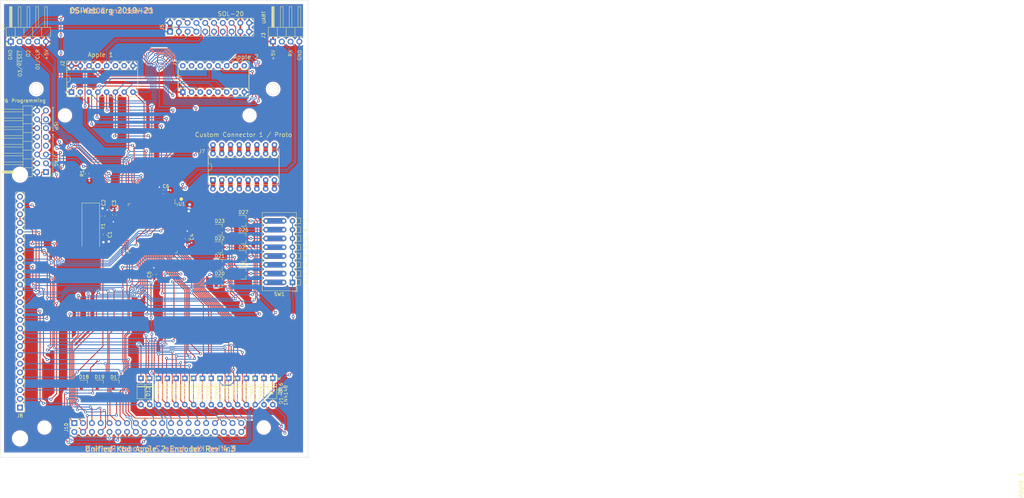
<source format=kicad_pcb>
(kicad_pcb (version 20171130) (host pcbnew "(5.1.10-1-10_14)")
  (title_block (title "Unified Retro Keyboard Apple 2 Encoder") (date 2021-08-08) (rev 4.3))
  (layers (0 F.Cu signal) (31 B.Cu signal) (34 B.Paste user) (35 F.Paste user) (36 B.SilkS user) (37 F.SilkS user) (38 B.Mask user) (39 F.Mask user) (44 Edge.Cuts user))
  (net 0 "")
  (net 1 GND)
  (net 2 /Row3)
  (net 3 /Row0)
  (net 4 /Row1)
  (net 5 /Row4)
  (net 6 /Row5)
  (net 7 /Row7)
  (net 8 /D7)
  (net 9 /D1)
  (net 10 /D2)
  (net 11 /D3)
  (net 12 /D4)
  (net 13 /D5)
  (net 14 /D6)
  (net 15 /Col0)
  (net 16 /Col1)
  (net 17 /Col2)
  (net 18 /Col3)
  (net 19 /Col4)
  (net 20 /Col5)
  (net 21 /Col6)
  (net 22 /Col7)
  (net 23 /Row6)
  (net 24 /Row2)
  (net 25 /D0)
  (net 26 /~STROBE)
  (net 27 /Row10)
  (net 28 /Row9)
  (net 29 /Row8)
  (net 30 /Row15)
  (net 31 /Row14)
  (net 32 /Row13)
  (net 33 /Row12)
  (net 34 /Row11)
  (net 35 /Tx)
  (net 36 /Rx)
  (net 37 "Net-(D11-Pad1)")
  (net 38 "Net-(D12-Pad1)")
  (net 39 "Net-(D13-Pad1)")
  (net 40 "Net-(D14-Pad1)")
  (net 41 "Net-(D15-Pad1)")
  (net 42 "Net-(D16-Pad1)")
  (net 43 "Net-(D20-Pad1)")
  (net 44 "Net-(D24-Pad1)")
  (net 45 "Net-(D25-Pad1)")
  (net 46 "Net-(D26-Pad1)")
  (net 47 "Net-(D4-Pad1)")
  (net 48 "Net-(D5-Pad1)")
  (net 49 "Net-(D6-Pad1)")
  (net 50 "Net-(D7-Pad1)")
  (net 51 "Net-(D8-Pad1)")
  (net 52 "Net-(D9-Pad1)")
  (net 53 "Net-(D10-Pad1)")
  (net 54 "Net-(D27-Pad1)")
  (net 55 /LED1)
  (net 56 /OUT1)
  (net 57 /OUT2)
  (net 58 /OUT3)
  (net 59 /LED3)
  (net 60 /LED2)
  (net 61 "Net-(C1-Pad1)")
  (net 62 "Net-(C2-Pad1)")
  (net 63 "Net-(D21-Pad1)")
  (net 64 "Net-(D22-Pad1)")
  (net 65 "Net-(D23-Pad1)")
  (net 66 "Net-(J1-Pad9)")
  (net 67 "Net-(J1-Pad4)")
  (net 68 "Net-(J1-Pad14)")
  (net 69 "Net-(J1-Pad15)")
  (net 70 "Net-(J1-Pad16)")
  (net 71 "Net-(J2-Pad10)")
  (net 72 "Net-(J2-Pad11)")
  (net 73 "Net-(J2-Pad13)")
  (net 74 "Net-(U1-Pad98)")
  (net 75 "Net-(U1-Pad97)")
  (net 76 "Net-(U1-Pad96)")
  (net 77 "Net-(U1-Pad95)")
  (net 78 "Net-(U1-Pad94)")
  (net 79 "Net-(U1-Pad89)")
  (net 80 "Net-(U1-Pad88)")
  (net 81 "Net-(U1-Pad87)")
  (net 82 "Net-(U1-Pad86)")
  (net 83 "Net-(U1-Pad85)")
  (net 84 "Net-(U1-Pad84)")
  (net 85 "Net-(U1-Pad83)")
  (net 86 "Net-(U1-Pad82)")
  (net 87 "Net-(U1-Pad70)")
  (net 88 "Net-(U1-Pad52)")
  (net 89 "Net-(U1-Pad51)")
  (net 90 "Net-(U1-Pad47)")
  (net 91 "Net-(U1-Pad46)")
  (net 92 "Net-(U1-Pad45)")
  (net 93 "Net-(U1-Pad44)")
  (net 94 "Net-(U1-Pad43)")
  (net 95 "Net-(U1-Pad42)")
  (net 96 "Net-(U1-Pad41)")
  (net 97 "Net-(U1-Pad40)")
  (net 98 "Net-(U1-Pad39)")
  (net 99 "Net-(U1-Pad38)")
  (net 100 "Net-(U1-Pad37)")
  (net 101 "Net-(U1-Pad36)")
  (net 102 "Net-(U1-Pad35)")
  (net 103 "Net-(U1-Pad29)")
  (net 104 "Net-(U1-Pad28)")
  (net 105 "Net-(U1-Pad19)")
  (net 106 "Net-(U1-Pad9)")
  (net 107 "Net-(U1-Pad8)")
  (net 108 "Net-(U1-Pad7)")
  (net 109 "Net-(U1-Pad6)")
  (net 110 "Net-(U1-Pad5)")
  (net 111 "Net-(U1-Pad4)")
  (net 112 "Net-(U1-Pad1)")
  (net 113 VCC)
  (net 114 "Net-(J8-Pad1)")
  (net 115 /TDI)
  (net 116 "Net-(J6-Pad8)")
  (net 117 "Net-(J6-Pad7)")
  (net 118 /~RESET)
  (net 119 /TMS)
  (net 120 /TDO)
  (net 121 /TCK)
  (net 122 "Net-(D1-Pad1)")
  (net 123 "Net-(D2-Pad1)")
  (net 124 "Net-(D3-Pad1)")
  (net 125 "Net-(D17-Pad2)")
  (net 126 "Net-(D18-Pad2)")
  (net 127 "Net-(D19-Pad2)")
  (net 128 "Net-(J7-Pad1)")
  (net 129 "Net-(J7-Pad9)")
  (net 130 "Net-(J7-Pad2)")
  (net 131 "Net-(J7-Pad10)")
  (net 132 "Net-(J7-Pad3)")
  (net 133 "Net-(J7-Pad11)")
  (net 134 "Net-(J7-Pad4)")
  (net 135 "Net-(J7-Pad12)")
  (net 136 "Net-(J7-Pad5)")
  (net 137 "Net-(J7-Pad13)")
  (net 138 "Net-(J7-Pad6)")
  (net 139 "Net-(J7-Pad14)")
  (net 140 "Net-(J7-Pad7)")
  (net 141 "Net-(J7-Pad15)")
  (net 142 "Net-(J7-Pad8)")
  (net 143 "Net-(J7-Pad16)")
  (net 144 "Net-(J10-Pad32)")
  (net 145 "Net-(J10-Pad30)")
  (net 146 "Net-(J10-Pad28)")
  (net 147 "Net-(J10-Pad26)")
  (net 148 "Net-(J8-Pad25)")
  (net 149 /MOSI)
  (net 150 /SCK)
  (net 151 /MISO)
  (module unikbd:D_DO-35_SOD27_P7.62mm_Horizontal_bypassed (layer F.Cu) (at 222.25 160.0724 270)
    (fp_text reference D16 (at 3.81 -2.12 90) (layer F.SilkS))
    (fp_text value 1N4148)
    (fp_poly (pts (xy 7.239 0.127) (xy 0.381 0.127) (xy 0.381 0) (xy 7.239 0)) (layer F.Cu) (width 0.0508))
    (fp_text user K (at 0 -1.8 90) (layer F.SilkS))
    (pad 1 thru_hole rect (at 0 0 270) (size 1.6 1.6) (drill 0.8) (layers *.Cu *.Mask) (net 42 "Net-(D16-Pad1)"))
    (pad 2 thru_hole oval (at 7.62 0 270) (size 1.6 1.6) (drill 0.8) (layers *.Cu *.Mask) (net 31 /Row14))
  )
  (module unikbd:D_DO-35_SOD27_P7.62mm_Horizontal_bypassed (layer F.Cu) (at 227.33 160.0724 270)
    (fp_text reference D15 (at 3.81 -2.12 90) (layer F.SilkS))
    (fp_text value 1N4148)
    (fp_poly (pts (xy 7.239 0.127) (xy 0.381 0.127) (xy 0.381 0) (xy 7.239 0)) (layer F.Cu) (width 0.0508))
    (fp_text user K (at 0 -1.8 90) (layer F.SilkS))
    (pad 1 thru_hole rect (at 0 0 270) (size 1.6 1.6) (drill 0.8) (layers *.Cu *.Mask) (net 41 "Net-(D15-Pad1)"))
    (pad 2 thru_hole oval (at 7.62 0 270) (size 1.6 1.6) (drill 0.8) (layers *.Cu *.Mask) (net 33 /Row12))
  )
  (module unikbd:D_DO-35_SOD27_P7.62mm_Horizontal_bypassed (layer F.Cu) (at 232.41 160.0724 270)
    (fp_text reference D14 (at 3.81 -2.12 90) (layer F.SilkS))
    (fp_text value 1N4148)
    (fp_poly (pts (xy 7.239 0.127) (xy 0.381 0.127) (xy 0.381 0) (xy 7.239 0)) (layer F.Cu) (width 0.0508))
    (fp_text user K (at 0 -1.8 90) (layer F.SilkS))
    (pad 1 thru_hole rect (at 0 0 270) (size 1.6 1.6) (drill 0.8) (layers *.Cu *.Mask) (net 40 "Net-(D14-Pad1)"))
    (pad 2 thru_hole oval (at 7.62 0 270) (size 1.6 1.6) (drill 0.8) (layers *.Cu *.Mask) (net 27 /Row10))
  )
  (module unikbd:D_DO-35_SOD27_P7.62mm_Horizontal_bypassed (layer F.Cu) (at 237.49 160.0724 270)
    (fp_text reference D13 (at 3.81 -2.12 90) (layer F.SilkS))
    (fp_text value 1N4148)
    (fp_poly (pts (xy 7.239 0.127) (xy 0.381 0.127) (xy 0.381 0) (xy 7.239 0)) (layer F.Cu) (width 0.0508))
    (fp_text user K (at 0 -1.8 90) (layer F.SilkS))
    (pad 1 thru_hole rect (at 0 0 270) (size 1.6 1.6) (drill 0.8) (layers *.Cu *.Mask) (net 39 "Net-(D13-Pad1)"))
    (pad 2 thru_hole oval (at 7.62 0 270) (size 1.6 1.6) (drill 0.8) (layers *.Cu *.Mask) (net 29 /Row8))
  )
  (module unikbd:D_DO-35_SOD27_P7.62mm_Horizontal_bypassed (layer F.Cu) (at 204.47 160.0724 270)
    (fp_text reference D12 (at 3.81 -2.12 90) (layer F.SilkS))
    (fp_text value 1N4148)
    (fp_poly (pts (xy 7.239 0.127) (xy 0.381 0.127) (xy 0.381 0) (xy 7.239 0)) (layer F.Cu) (width 0.0508))
    (fp_text user K (at 0 -1.8 90) (layer F.SilkS))
    (pad 1 thru_hole rect (at 0 0 270) (size 1.6 1.6) (drill 0.8) (layers *.Cu *.Mask) (net 38 "Net-(D12-Pad1)"))
    (pad 2 thru_hole oval (at 7.62 0 270) (size 1.6 1.6) (drill 0.8) (layers *.Cu *.Mask) (net 23 /Row6))
  )
  (module unikbd:D_DO-35_SOD27_P7.62mm_Horizontal_bypassed (layer F.Cu) (at 209.55 160.0724 270)
    (fp_text reference D11 (at 3.81 -2.12 90) (layer F.SilkS))
    (fp_text value 1N4148)
    (fp_poly (pts (xy 7.239 0.127) (xy 0.381 0.127) (xy 0.381 0) (xy 7.239 0)) (layer F.Cu) (width 0.0508))
    (fp_text user K (at 0 -1.8 90) (layer F.SilkS))
    (pad 1 thru_hole rect (at 0 0 270) (size 1.6 1.6) (drill 0.8) (layers *.Cu *.Mask) (net 37 "Net-(D11-Pad1)"))
    (pad 2 thru_hole oval (at 7.62 0 270) (size 1.6 1.6) (drill 0.8) (layers *.Cu *.Mask) (net 5 /Row4))
  )
  (module unikbd:D_DO-35_SOD27_P7.62mm_Horizontal_bypassed (layer F.Cu) (at 214.63 160.0724 270)
    (fp_text reference D10 (at 3.81 -2.12 90) (layer F.SilkS))
    (fp_text value 1N4148)
    (fp_poly (pts (xy 7.239 0.127) (xy 0.381 0.127) (xy 0.381 0) (xy 7.239 0)) (layer F.Cu) (width 0.0508))
    (fp_text user K (at 0 -1.8 90) (layer F.SilkS))
    (pad 1 thru_hole rect (at 0 0 270) (size 1.6 1.6) (drill 0.8) (layers *.Cu *.Mask) (net 53 "Net-(D10-Pad1)"))
    (pad 2 thru_hole oval (at 7.62 0 270) (size 1.6 1.6) (drill 0.8) (layers *.Cu *.Mask) (net 24 /Row2))
  )
  (module unikbd:D_DO-35_SOD27_P7.62mm_Horizontal_bypassed (layer F.Cu) (at 219.71 160.0724 270)
    (fp_text reference D9 (at 3.81 -2.12 90) (layer F.SilkS))
    (fp_text value 1N4148)
    (fp_poly (pts (xy 7.239 0.127) (xy 0.381 0.127) (xy 0.381 0) (xy 7.239 0)) (layer F.Cu) (width 0.0508))
    (fp_text user K (at 0 -1.8 90) (layer F.SilkS))
    (pad 1 thru_hole rect (at 0 0 270) (size 1.6 1.6) (drill 0.8) (layers *.Cu *.Mask) (net 52 "Net-(D9-Pad1)"))
    (pad 2 thru_hole oval (at 7.62 0 270) (size 1.6 1.6) (drill 0.8) (layers *.Cu *.Mask) (net 3 /Row0))
  )
  (module unikbd:D_DO-35_SOD27_P7.62mm_Horizontal_bypassed (layer F.Cu) (at 242.57 160.0724 270)
    (fp_text reference D8 (at 3.81 -2.12 90) (layer F.SilkS))
    (fp_text value 1N4148)
    (fp_poly (pts (xy 7.239 0.127) (xy 0.381 0.127) (xy 0.381 0) (xy 7.239 0)) (layer F.Cu) (width 0.0508))
    (fp_text user K (at 0 -1.8 90) (layer F.SilkS))
    (pad 1 thru_hole rect (at 0 0 270) (size 1.6 1.6) (drill 0.8) (layers *.Cu *.Mask) (net 51 "Net-(D8-Pad1)"))
    (pad 2 thru_hole oval (at 7.62 0 270) (size 1.6 1.6) (drill 0.8) (layers *.Cu *.Mask) (net 30 /Row15))
  )
  (module unikbd:D_DO-35_SOD27_P7.62mm_Horizontal_bypassed (layer F.Cu) (at 224.79 160.0724 270)
    (fp_text reference D7 (at 3.81 -2.12 90) (layer F.SilkS))
    (fp_text value 1N4148)
    (fp_poly (pts (xy 7.239 0.127) (xy 0.381 0.127) (xy 0.381 0) (xy 7.239 0)) (layer F.Cu) (width 0.0508))
    (fp_text user K (at 0 -1.8 90) (layer F.SilkS))
    (pad 1 thru_hole rect (at 0 0 270) (size 1.6 1.6) (drill 0.8) (layers *.Cu *.Mask) (net 50 "Net-(D7-Pad1)"))
    (pad 2 thru_hole oval (at 7.62 0 270) (size 1.6 1.6) (drill 0.8) (layers *.Cu *.Mask) (net 32 /Row13))
  )
  (module unikbd:D_DO-35_SOD27_P7.62mm_Horizontal_bypassed (layer F.Cu) (at 229.87 160.0724 270)
    (fp_text reference D6 (at 3.81 -2.12 90) (layer F.SilkS))
    (fp_text value 1N4148)
    (fp_poly (pts (xy 7.239 0.127) (xy 0.381 0.127) (xy 0.381 0) (xy 7.239 0)) (layer F.Cu) (width 0.0508))
    (fp_text user K (at 0 -1.8 90) (layer F.SilkS))
    (pad 1 thru_hole rect (at 0 0 270) (size 1.6 1.6) (drill 0.8) (layers *.Cu *.Mask) (net 49 "Net-(D6-Pad1)"))
    (pad 2 thru_hole oval (at 7.62 0 270) (size 1.6 1.6) (drill 0.8) (layers *.Cu *.Mask) (net 34 /Row11))
  )
  (module unikbd:D_DO-35_SOD27_P7.62mm_Horizontal_bypassed (layer F.Cu) (at 234.95 160.0724 270)
    (fp_text reference D5 (at 3.81 -2.12 90) (layer F.SilkS))
    (fp_text value 1N4148)
    (fp_poly (pts (xy 7.239 0.127) (xy 0.381 0.127) (xy 0.381 0) (xy 7.239 0)) (layer F.Cu) (width 0.0508))
    (fp_text user K (at 0 -1.8 90) (layer F.SilkS))
    (pad 1 thru_hole rect (at 0 0 270) (size 1.6 1.6) (drill 0.8) (layers *.Cu *.Mask) (net 48 "Net-(D5-Pad1)"))
    (pad 2 thru_hole oval (at 7.62 0 270) (size 1.6 1.6) (drill 0.8) (layers *.Cu *.Mask) (net 28 /Row9))
  )
  (module unikbd:D_DO-35_SOD27_P7.62mm_Horizontal_bypassed (layer F.Cu) (at 240.03 160.0724 270)
    (fp_text reference D4 (at 3.81 -2.12 90) (layer F.SilkS))
    (fp_text value 1N4148)
    (fp_poly (pts (xy 7.239 0.127) (xy 0.381 0.127) (xy 0.381 0) (xy 7.239 0)) (layer F.Cu) (width 0.0508))
    (fp_text user K (at 0 -1.8 90) (layer F.SilkS))
    (pad 1 thru_hole rect (at 0 0 270) (size 1.6 1.6) (drill 0.8) (layers *.Cu *.Mask) (net 47 "Net-(D4-Pad1)"))
    (pad 2 thru_hole oval (at 7.62 0 270) (size 1.6 1.6) (drill 0.8) (layers *.Cu *.Mask) (net 7 /Row7))
  )
  (module unikbd:D_DO-35_SOD27_P7.62mm_Horizontal_bypassed (layer F.Cu) (at 207.01 160.0724 270)
    (fp_text reference D3 (at 3.81 -2.12 90) (layer F.SilkS))
    (fp_text value 1N4148)
    (fp_poly (pts (xy 7.239 0.127) (xy 0.381 0.127) (xy 0.381 0) (xy 7.239 0)) (layer F.Cu) (width 0.0508))
    (fp_text user K (at 0 -1.8 90) (layer F.SilkS))
    (pad 1 thru_hole rect (at 0 0 270) (size 1.6 1.6) (drill 0.8) (layers *.Cu *.Mask) (net 124 "Net-(D3-Pad1)"))
    (pad 2 thru_hole oval (at 7.62 0 270) (size 1.6 1.6) (drill 0.8) (layers *.Cu *.Mask) (net 6 /Row5))
  )
  (module unikbd:D_DO-35_SOD27_P7.62mm_Horizontal_bypassed (layer F.Cu) (at 212.09 160.0724 270)
    (fp_text reference D2 (at 3.81 -2.12 90) (layer F.SilkS))
    (fp_text value 1N4148)
    (fp_poly (pts (xy 7.239 0.127) (xy 0.381 0.127) (xy 0.381 0) (xy 7.239 0)) (layer F.Cu) (width 0.0508))
    (fp_text user K (at 0 -1.8 90) (layer F.SilkS))
    (pad 1 thru_hole rect (at 0 0 270) (size 1.6 1.6) (drill 0.8) (layers *.Cu *.Mask) (net 123 "Net-(D2-Pad1)"))
    (pad 2 thru_hole oval (at 7.62 0 270) (size 1.6 1.6) (drill 0.8) (layers *.Cu *.Mask) (net 2 /Row3))
  )
  (module unikbd:D_DO-35_SOD27_P7.62mm_Horizontal_bypassed (layer F.Cu) (at 217.17 160.0724 270)
    (fp_text reference D1 (at 3.81 -2.12 90) (layer F.SilkS))
    (fp_text value 1N4148)
    (fp_poly (pts (xy 7.239 0.127) (xy 0.381 0.127) (xy 0.381 0) (xy 7.239 0)) (layer F.Cu) (width 0.0508))
    (fp_text user K (at 0 -1.8 90) (layer F.SilkS))
    (pad 1 thru_hole rect (at 0 0 270) (size 1.6 1.6) (drill 0.8) (layers *.Cu *.Mask) (net 122 "Net-(D1-Pad1)"))
    (pad 2 thru_hole oval (at 7.62 0 270) (size 1.6 1.6) (drill 0.8) (layers *.Cu *.Mask) (net 4 /Row1))
  )
  (module unikbd:SW_DIP_SPSTx08_Piano_CTS_Series194-8MSTN_W7.62mm_P2.54mm (layer F.Cu) (at 248.262 132.361 180)
    (fp_text reference SW1 (at 3.81 -3.42) (layer F.SilkS))
    (fp_text value Options)
    (pad 12 thru_hole oval (at 2.54 10.16 180) (size 6.68 1.6) (drill 0.8 (offset 2.54 0)) (layers *.Cu *.Mask) (net 64 "Net-(D22-Pad1)"))
    (pad 10 thru_hole oval (at 2.54 15.24 180) (size 6.68 1.6) (drill 0.8 (offset 2.54 0)) (layers *.Cu *.Mask) (net 65 "Net-(D23-Pad1)"))
    (pad 13 thru_hole oval (at 2.54 7.62 180) (size 6.68 1.6) (drill 0.8 (offset 2.54 0)) (layers *.Cu *.Mask) (net 45 "Net-(D25-Pad1)"))
    (pad 9 thru_hole oval (at 2.54 17.78 180) (size 6.68 1.6) (drill 0.8 (offset 2.54 0)) (layers *.Cu *.Mask) (net 54 "Net-(D27-Pad1)"))
    (pad 11 thru_hole oval (at 2.54 12.7 180) (size 6.68 1.6) (drill 0.8 (offset 2.54 0)) (layers *.Cu *.Mask) (net 46 "Net-(D26-Pad1)"))
    (pad 14 thru_hole oval (at 2.54 5.08 180) (size 6.68 1.6) (drill 0.8 (offset 2.54 0)) (layers *.Cu *.Mask) (net 63 "Net-(D21-Pad1)"))
    (pad 15 thru_hole oval (at 2.54 2.54 180) (size 6.68 1.6) (drill 0.8 (offset 2.54 0)) (layers *.Cu *.Mask) (net 44 "Net-(D24-Pad1)"))
    (pad 16 thru_hole oval (at 2.54 0 180) (size 6.68 1.6) (drill 0.8 (offset 2.54 0)) (layers *.Cu *.Mask) (net 43 "Net-(D20-Pad1)"))
    (pad 16 thru_hole oval (at 7.62 0 180) (size 1.6 1.6) (drill 0.8) (layers *.Cu *.Mask) (net 43 "Net-(D20-Pad1)"))
    (pad 8 thru_hole oval (at 0 17.78 180) (size 1.6 1.6) (drill 0.8) (layers *.Cu *.Mask) (net 29 /Row8))
    (pad 15 thru_hole oval (at 7.62 2.54 180) (size 1.6 1.6) (drill 0.8) (layers *.Cu *.Mask) (net 44 "Net-(D24-Pad1)"))
    (pad 7 thru_hole oval (at 0 15.24 180) (size 1.6 1.6) (drill 0.8) (layers *.Cu *.Mask) (net 29 /Row8))
    (pad 14 thru_hole oval (at 7.62 5.08 180) (size 1.6 1.6) (drill 0.8) (layers *.Cu *.Mask) (net 63 "Net-(D21-Pad1)"))
    (pad 6 thru_hole oval (at 0 12.7 180) (size 1.6 1.6) (drill 0.8) (layers *.Cu *.Mask) (net 29 /Row8))
    (pad 13 thru_hole oval (at 7.62 7.62 180) (size 1.6 1.6) (drill 0.8) (layers *.Cu *.Mask) (net 45 "Net-(D25-Pad1)"))
    (pad 5 thru_hole oval (at 0 10.16 180) (size 1.6 1.6) (drill 0.8) (layers *.Cu *.Mask) (net 29 /Row8))
    (pad 12 thru_hole oval (at 7.62 10.16 180) (size 1.6 1.6) (drill 0.8) (layers *.Cu *.Mask) (net 64 "Net-(D22-Pad1)"))
    (pad 4 thru_hole oval (at 0 7.62 180) (size 1.6 1.6) (drill 0.8) (layers *.Cu *.Mask) (net 29 /Row8))
    (pad 11 thru_hole oval (at 7.62 12.7 180) (size 1.6 1.6) (drill 0.8) (layers *.Cu *.Mask) (net 46 "Net-(D26-Pad1)"))
    (pad 3 thru_hole oval (at 0 5.08 180) (size 1.6 1.6) (drill 0.8) (layers *.Cu *.Mask) (net 29 /Row8))
    (pad 10 thru_hole oval (at 7.62 15.24 180) (size 1.6 1.6) (drill 0.8) (layers *.Cu *.Mask) (net 65 "Net-(D23-Pad1)"))
    (pad 2 thru_hole oval (at 0 2.54 180) (size 1.6 1.6) (drill 0.8) (layers *.Cu *.Mask) (net 29 /Row8))
    (pad 9 thru_hole oval (at 7.62 17.78 180) (size 1.6 1.6) (drill 0.8) (layers *.Cu *.Mask) (net 54 "Net-(D27-Pad1)"))
    (pad 1 thru_hole rect (at 0 0 180) (size 1.6 1.6) (drill 0.8) (layers *.Cu *.Mask) (net 29 /Row8))
  )
  (module Diode_SMD:D_SOT-23_ANK (layer F.Cu) (at 188.2394 162.179)
    (fp_text reference D18 (at -0.254 -2.5) (layer F.SilkS))
    (fp_text value 1N4148)
    (pad 1 smd rect (at 1 0) (size 0.9 0.8) (layers F.Cu F.Paste F.Mask) (net 7 /Row7))
    (pad "" smd rect (at -1 0.95) (size 0.9 0.8) (layers F.Cu F.Paste F.Mask))
    (pad 2 smd rect (at -1 -0.95) (size 0.9 0.8) (layers F.Cu F.Paste F.Mask) (net 126 "Net-(D18-Pad2)"))
  )
  (module Diode_SMD:D_SOT-23_ANK (layer F.Cu) (at 192.8368 162.179)
    (fp_text reference D19 (at -0.3556 -2.4892) (layer F.SilkS))
    (fp_text value 1N4148)
    (pad 1 smd rect (at 1 0) (size 0.9 0.8) (layers F.Cu F.Paste F.Mask) (net 4 /Row1))
    (pad "" smd rect (at -1 0.95) (size 0.9 0.8) (layers F.Cu F.Paste F.Mask))
    (pad 2 smd rect (at -1 -0.95) (size 0.9 0.8) (layers F.Cu F.Paste F.Mask) (net 127 "Net-(D19-Pad2)"))
  )
  (module Diode_SMD:D_SOT-23_ANK (layer F.Cu) (at 197.4342 162.179)
    (fp_text reference D17 (at -0.381 -2.4384) (layer F.SilkS))
    (fp_text value 1N4148)
    (pad 1 smd rect (at 1 0) (size 0.9 0.8) (layers F.Cu F.Paste F.Mask) (net 3 /Row0))
    (pad "" smd rect (at -1 0.95) (size 0.9 0.8) (layers F.Cu F.Paste F.Mask))
    (pad 2 smd rect (at -1 -0.95) (size 0.9 0.8) (layers F.Cu F.Paste F.Mask) (net 125 "Net-(D17-Pad2)"))
  )
  (module Crystal:Crystal_SMD_HC49-SD (layer F.Cu) (at 189.9666 116.1288 270)
    (fp_text reference Y1 (at 0 -3.55 90) (layer F.SilkS))
    (fp_text value "16.000 MHz")
    (pad 1 smd rect (at -4.25 0 270) (size 4.5 2) (layers F.Cu F.Paste F.Mask) (net 62 "Net-(C2-Pad1)"))
    (pad 2 smd rect (at 4.25 0 270) (size 4.5 2) (layers F.Cu F.Paste F.Mask) (net 61 "Net-(C1-Pad1)"))
  )
  (module Capacitor_SMD:C_0603_1608Metric (layer F.Cu) (at 196.8246 112.8522 270)
    (fp_text reference C3 (at -3.3274 0.1016 90) (layer F.SilkS))
    (fp_text value "0.1 uF")
    (pad 1 smd roundrect (at -0.7875 0 270) (size 0.875 0.95) (layers F.Cu F.Paste F.Mask) (net 113 VCC))
    (pad 2 smd roundrect (at 0.7875 0 270) (size 0.875 0.95) (layers F.Cu F.Paste F.Mask) (net 1 GND))
  )
  (module Resistor_SMD:R_0603_1608Metric (layer F.Cu) (at 188.8744 100.8634 90)
    (fp_text reference R1 (at 0 -1.43 90) (layer F.SilkS))
    (fp_text value 10k)
    (pad 2 smd roundrect (at 0.7875 0 90) (size 0.875 0.95) (layers F.Cu F.Paste F.Mask) (net 118 /~RESET))
    (pad 1 smd roundrect (at -0.7875 0 90) (size 0.875 0.95) (layers F.Cu F.Paste F.Mask) (net 113 VCC))
  )
  (module Capacitor_SMD:C_0603_1608Metric (layer F.Cu) (at 210.9724 106.1974 180)
    (fp_text reference C6 (at -0.7366 1.6256) (layer F.SilkS))
    (fp_text value "0.1 uF")
    (pad 2 smd roundrect (at 0.7875 0 180) (size 0.875 0.95) (layers F.Cu F.Paste F.Mask) (net 1 GND))
    (pad 1 smd roundrect (at -0.7875 0 180) (size 0.875 0.95) (layers F.Cu F.Paste F.Mask) (net 113 VCC))
  )
  (module Capacitor_SMD:C_0603_1608Metric (layer F.Cu) (at 208.3054 130.0988 90)
    (fp_text reference C5 (at 0 -1.43 90) (layer F.SilkS))
    (fp_text value "0.1 uF")
    (pad 2 smd roundrect (at 0.7875 0 90) (size 0.875 0.95) (layers F.Cu F.Paste F.Mask) (net 1 GND))
    (pad 1 smd roundrect (at -0.7875 0 90) (size 0.875 0.95) (layers F.Cu F.Paste F.Mask) (net 113 VCC))
  )
  (module Capacitor_SMD:C_0603_1608Metric (layer F.Cu) (at 217.7542 119.761 90)
    (fp_text reference C4 (at 0.4826 1.4478 90) (layer F.SilkS))
    (fp_text value "0.1 uF")
    (pad 2 smd roundrect (at 0.7875 0 90) (size 0.875 0.95) (layers F.Cu F.Paste F.Mask) (net 1 GND))
    (pad 1 smd roundrect (at -0.7875 0 90) (size 0.875 0.95) (layers F.Cu F.Paste F.Mask) (net 113 VCC))
  )
  (module Capacitor_SMD:C_0603_1608Metric (layer F.Cu) (at 193.421 113.2331 90)
    (fp_text reference C2 (at 3.8861 0.254 90) (layer F.SilkS))
    (fp_text value 36pf)
    (pad 2 smd roundrect (at 0.7875 0 90) (size 0.875 0.95) (layers F.Cu F.Paste F.Mask) (net 1 GND))
    (pad 1 smd roundrect (at -0.7875 0 90) (size 0.875 0.95) (layers F.Cu F.Paste F.Mask) (net 62 "Net-(C2-Pad1)"))
  )
  (module Capacitor_SMD:C_0603_1608Metric (layer F.Cu) (at 194.056 118.5672 270)
    (fp_text reference C1 (at 0 -1.43 90) (layer F.SilkS))
    (fp_text value 36pf)
    (pad 2 smd roundrect (at 0.7875 0 270) (size 0.875 0.95) (layers F.Cu F.Paste F.Mask) (net 1 GND))
    (pad 1 smd roundrect (at -0.7875 0 270) (size 0.875 0.95) (layers F.Cu F.Paste F.Mask) (net 61 "Net-(C1-Pad1)"))
  )
  (module Diode_SMD:D_SOT-23_ANK (layer F.Cu) (at 234.0888 114.581)
    (fp_text reference D27 (at 0 -2.5) (layer F.SilkS))
    (fp_text value 1N4148)
    (pad 2 smd rect (at -1 -0.95) (size 0.9 0.8) (layers F.Cu F.Paste F.Mask) (net 22 /Col7))
    (pad "" smd rect (at -1 0.95) (size 0.9 0.8) (layers F.Cu F.Paste F.Mask))
    (pad 1 smd rect (at 1 0) (size 0.9 0.8) (layers F.Cu F.Paste F.Mask) (net 54 "Net-(D27-Pad1)"))
  )
  (module Diode_SMD:D_SOT-23_ANK (layer F.Cu) (at 234.0888 119.661)
    (fp_text reference D26 (at 0 -2.5) (layer F.SilkS))
    (fp_text value 1N4148)
    (pad 2 smd rect (at -1 -0.95) (size 0.9 0.8) (layers F.Cu F.Paste F.Mask) (net 20 /Col5))
    (pad "" smd rect (at -1 0.95) (size 0.9 0.8) (layers F.Cu F.Paste F.Mask))
    (pad 1 smd rect (at 1 0) (size 0.9 0.8) (layers F.Cu F.Paste F.Mask) (net 46 "Net-(D26-Pad1)"))
  )
  (module Diode_SMD:D_SOT-23_ANK (layer F.Cu) (at 234.0888 124.741)
    (fp_text reference D25 (at 0 -2.5) (layer F.SilkS))
    (fp_text value 1N4148)
    (pad 2 smd rect (at -1 -0.95) (size 0.9 0.8) (layers F.Cu F.Paste F.Mask) (net 18 /Col3))
    (pad "" smd rect (at -1 0.95) (size 0.9 0.8) (layers F.Cu F.Paste F.Mask))
    (pad 1 smd rect (at 1 0) (size 0.9 0.8) (layers F.Cu F.Paste F.Mask) (net 45 "Net-(D25-Pad1)"))
  )
  (module Diode_SMD:D_SOT-23_ANK (layer F.Cu) (at 234.0888 129.821)
    (fp_text reference D24 (at 0 -2.5) (layer F.SilkS))
    (fp_text value 1N4148)
    (pad 2 smd rect (at -1 -0.95) (size 0.9 0.8) (layers F.Cu F.Paste F.Mask) (net 16 /Col1))
    (pad "" smd rect (at -1 0.95) (size 0.9 0.8) (layers F.Cu F.Paste F.Mask))
    (pad 1 smd rect (at 1 0) (size 0.9 0.8) (layers F.Cu F.Paste F.Mask) (net 44 "Net-(D24-Pad1)"))
  )
  (module Diode_SMD:D_SOT-23_ANK (layer F.Cu) (at 227.2308 117.121)
    (fp_text reference D23 (at 0 -2.5) (layer F.SilkS))
    (fp_text value 1N4148)
    (pad 2 smd rect (at -1 -0.95) (size 0.9 0.8) (layers F.Cu F.Paste F.Mask) (net 21 /Col6))
    (pad "" smd rect (at -1 0.95) (size 0.9 0.8) (layers F.Cu F.Paste F.Mask))
    (pad 1 smd rect (at 1 0) (size 0.9 0.8) (layers F.Cu F.Paste F.Mask) (net 65 "Net-(D23-Pad1)"))
  )
  (module Diode_SMD:D_SOT-23_ANK (layer F.Cu) (at 227.2308 122.184066)
    (fp_text reference D22 (at 0 -2.5) (layer F.SilkS))
    (fp_text value 1N4148)
    (pad 2 smd rect (at -1 -0.95) (size 0.9 0.8) (layers F.Cu F.Paste F.Mask) (net 19 /Col4))
    (pad "" smd rect (at -1 0.95) (size 0.9 0.8) (layers F.Cu F.Paste F.Mask))
    (pad 1 smd rect (at 1 0) (size 0.9 0.8) (layers F.Cu F.Paste F.Mask) (net 64 "Net-(D22-Pad1)"))
  )
  (module Diode_SMD:D_SOT-23_ANK (layer F.Cu) (at 227.2308 127.247132)
    (fp_text reference D21 (at 0 -2.5) (layer F.SilkS))
    (fp_text value 1N4148)
    (pad 2 smd rect (at -1 -0.95) (size 0.9 0.8) (layers F.Cu F.Paste F.Mask) (net 17 /Col2))
    (pad "" smd rect (at -1 0.95) (size 0.9 0.8) (layers F.Cu F.Paste F.Mask))
    (pad 1 smd rect (at 1 0) (size 0.9 0.8) (layers F.Cu F.Paste F.Mask) (net 63 "Net-(D21-Pad1)"))
  )
  (module Diode_SMD:D_SOT-23_ANK (layer F.Cu) (at 227.2308 132.3102)
    (fp_text reference D20 (at 0 -2.5) (layer F.SilkS))
    (fp_text value 1N4148)
    (pad 2 smd rect (at -1 -0.95) (size 0.9 0.8) (layers F.Cu F.Paste F.Mask) (net 15 /Col0))
    (pad "" smd rect (at -1 0.95) (size 0.9 0.8) (layers F.Cu F.Paste F.Mask))
    (pad 1 smd rect (at 1 0) (size 0.9 0.8) (layers F.Cu F.Paste F.Mask) (net 43 "Net-(D20-Pad1)"))
  )
  (module unikbd:kbd_header_and_mounting_holes (layer F.Cu) (at 185.397 175.5918 90)
    (fp_text reference J10 (at 1.2954 -2.5078 90) (layer F.SilkS))
    (fp_text value Keyboard)
    (pad 1 thru_hole rect (at 2.5654 -0.1778 90) (size 1.7 1.7) (drill 1) (layers *.Cu *.Mask) (net 22 /Col7))
    (pad 2 thru_hole oval (at 0.0254 -0.1778 90) (size 1.7 1.7) (drill 1) (layers *.Cu *.Mask) (net 15 /Col0))
    (pad 3 thru_hole oval (at 2.5654 2.3622 90) (size 1.7 1.7) (drill 1) (layers *.Cu *.Mask) (net 21 /Col6))
    (pad 4 thru_hole oval (at 0.0254 2.3622 90) (size 1.7 1.7) (drill 1) (layers *.Cu *.Mask) (net 125 "Net-(D17-Pad2)"))
    (pad 5 thru_hole oval (at 2.5654 4.9022 90) (size 1.7 1.7) (drill 1) (layers *.Cu *.Mask) (net 20 /Col5))
    (pad 6 thru_hole oval (at 0.0254 4.9022 90) (size 1.7 1.7) (drill 1) (layers *.Cu *.Mask) (net 113 VCC))
    (pad 7 thru_hole oval (at 2.5654 7.4422 90) (size 1.7 1.7) (drill 1) (layers *.Cu *.Mask) (net 19 /Col4))
    (pad 8 thru_hole oval (at 0.0254 7.4422 90) (size 1.7 1.7) (drill 1) (layers *.Cu *.Mask) (net 55 /LED1))
    (pad 9 thru_hole oval (at 2.5654 9.9822 90) (size 1.7 1.7) (drill 1) (layers *.Cu *.Mask) (net 18 /Col3))
    (pad 10 thru_hole oval (at 0.0254 9.9822 90) (size 1.7 1.7) (drill 1) (layers *.Cu *.Mask) (net 15 /Col0))
    (pad 11 thru_hole oval (at 2.5654 12.5222 90) (size 1.7 1.7) (drill 1) (layers *.Cu *.Mask) (net 17 /Col2))
    (pad 12 thru_hole oval (at 0.0254 12.5222 90) (size 1.7 1.7) (drill 1) (layers *.Cu *.Mask) (net 126 "Net-(D18-Pad2)"))
    (pad 13 thru_hole oval (at 2.5654 15.0622 90) (size 1.7 1.7) (drill 1) (layers *.Cu *.Mask) (net 16 /Col1))
    (pad 14 thru_hole oval (at 0.0254 15.0622 90) (size 1.7 1.7) (drill 1) (layers *.Cu *.Mask) (net 113 VCC))
    (pad 15 thru_hole oval (at 2.5654 17.6022 90) (size 1.7 1.7) (drill 1) (layers *.Cu *.Mask) (net 15 /Col0))
    (pad 16 thru_hole oval (at 0.0254 17.6022 90) (size 1.7 1.7) (drill 1) (layers *.Cu *.Mask) (net 60 /LED2))
    (pad 17 thru_hole oval (at 2.5654 20.1422 90) (size 1.7 1.7) (drill 1) (layers *.Cu *.Mask) (net 7 /Row7))
    (pad 18 thru_hole oval (at 0.0254 20.1422 90) (size 1.7 1.7) (drill 1) (layers *.Cu *.Mask) (net 15 /Col0))
    (pad 19 thru_hole oval (at 2.5654 22.6822 90) (size 1.7 1.7) (drill 1) (layers *.Cu *.Mask) (net 23 /Row6))
    (pad 20 thru_hole oval (at 0.0254 22.6822 90) (size 1.7 1.7) (drill 1) (layers *.Cu *.Mask) (net 127 "Net-(D19-Pad2)"))
    (pad 21 thru_hole oval (at 2.5654 25.2222 90) (size 1.7 1.7) (drill 1) (layers *.Cu *.Mask) (net 6 /Row5))
    (pad 22 thru_hole oval (at 0.0254 25.2222 90) (size 1.7 1.7) (drill 1) (layers *.Cu *.Mask) (net 113 VCC))
    (pad 23 thru_hole oval (at 2.5654 27.7622 90) (size 1.7 1.7) (drill 1) (layers *.Cu *.Mask) (net 5 /Row4))
    (pad 24 thru_hole oval (at 0.0254 27.7622 90) (size 1.7 1.7) (drill 1) (layers *.Cu *.Mask) (net 59 /LED3))
    (pad 25 thru_hole oval (at 2.5654 30.3022 90) (size 1.7 1.7) (drill 1) (layers *.Cu *.Mask) (net 2 /Row3))
    (pad 26 thru_hole oval (at 0.0254 30.3022 90) (size 1.7 1.7) (drill 1) (layers *.Cu *.Mask) (net 147 "Net-(J10-Pad26)"))
    (pad 27 thru_hole oval (at 2.5654 32.8422 90) (size 1.7 1.7) (drill 1) (layers *.Cu *.Mask) (net 24 /Row2))
    (pad 28 thru_hole oval (at 0.0254 32.8422 90) (size 1.7 1.7) (drill 1) (layers *.Cu *.Mask) (net 146 "Net-(J10-Pad28)"))
    (pad 29 thru_hole oval (at 2.5654 35.3822 90) (size 1.7 1.7) (drill 1) (layers *.Cu *.Mask) (net 4 /Row1))
    (pad 30 thru_hole oval (at 0.0254 35.3822 90) (size 1.7 1.7) (drill 1) (layers *.Cu *.Mask) (net 145 "Net-(J10-Pad30)"))
    (pad 31 thru_hole oval (at 2.5654 37.9222 90) (size 1.7 1.7) (drill 1) (layers *.Cu *.Mask) (net 3 /Row0))
    (pad 32 thru_hole oval (at 0.0254 37.9222 90) (size 1.7 1.7) (drill 1) (layers *.Cu *.Mask) (net 144 "Net-(J10-Pad32)"))
    (pad 33 thru_hole oval (at 2.5654 40.4622 90) (size 1.7 1.7) (drill 1) (layers *.Cu *.Mask) (net 30 /Row15))
    (pad 34 thru_hole oval (at 0.0254 40.4622 90) (size 1.7 1.7) (drill 1) (layers *.Cu *.Mask) (net 29 /Row8))
    (pad 35 thru_hole oval (at 2.5654 43.0022 90) (size 1.7 1.7) (drill 1) (layers *.Cu *.Mask) (net 31 /Row14))
    (pad 36 thru_hole oval (at 0.0254 43.0022 90) (size 1.7 1.7) (drill 1) (layers *.Cu *.Mask) (net 28 /Row9))
    (pad 37 thru_hole oval (at 2.5654 45.5422 90) (size 1.7 1.7) (drill 1) (layers *.Cu *.Mask) (net 32 /Row13))
    (pad 38 thru_hole oval (at 0.0254 45.5422 90) (size 1.7 1.7) (drill 1) (layers *.Cu *.Mask) (net 27 /Row10))
    (pad 39 thru_hole oval (at 2.5654 48.0822 90) (size 1.7 1.7) (drill 1) (layers *.Cu *.Mask) (net 33 /Row12))
    (pad 40 thru_hole oval (at 0.0254 48.0822 90) (size 1.7 1.7) (drill 1) (layers *.Cu *.Mask) (net 34 /Row11))
    (pad "" np_thru_hole circle (at 1.2954 54.5606 90) (size 3.175 3.175) (drill 3.175) (layers *.Cu *.Mask))
    (pad "" np_thru_hole circle (at 1.2954 -8.8124 90) (size 3.175 3.175) (drill 3.175) (layers *.Cu *.Mask))
    (pad "" np_thru_hole circle (at 91.4924 -2.8688 90) (size 3.175 3.175) (drill 3.175) (layers *.Cu *.Mask))
    (pad "" np_thru_hole circle (at 91.4924 50.4712 90) (size 3.175 3.175) (drill 3.175) (layers *.Cu *.Mask))
  )
  (module Connector_PinHeader_2.54mm:PinHeader_1x25_P2.54mm_Vertical (layer F.Cu) (at 169.522 168.556 180)
    (fp_text reference J8 (at 0 -2.33) (layer F.SilkS))
    (fp_text value "Apple II Matrix")
    (pad 25 thru_hole oval (at 0 60.96 180) (size 1.7 1.7) (drill 1) (layers *.Cu *.Mask) (net 148 "Net-(J8-Pad25)"))
    (pad 24 thru_hole oval (at 0 58.42 180) (size 1.7 1.7) (drill 1) (layers *.Cu *.Mask) (net 16 /Col1))
    (pad 23 thru_hole oval (at 0 55.88 180) (size 1.7 1.7) (drill 1) (layers *.Cu *.Mask) (net 34 /Row11))
    (pad 22 thru_hole oval (at 0 53.34 180) (size 1.7 1.7) (drill 1) (layers *.Cu *.Mask) (net 34 /Row11))
    (pad 21 thru_hole oval (at 0 50.8 180) (size 1.7 1.7) (drill 1) (layers *.Cu *.Mask) (net 17 /Col2))
    (pad 20 thru_hole oval (at 0 48.26 180) (size 1.7 1.7) (drill 1) (layers *.Cu *.Mask) (net 34 /Row11))
    (pad 19 thru_hole oval (at 0 45.72 180) (size 1.7 1.7) (drill 1) (layers *.Cu *.Mask) (net 18 /Col3))
    (pad 18 thru_hole oval (at 0 43.18 180) (size 1.7 1.7) (drill 1) (layers *.Cu *.Mask) (net 27 /Row10))
    (pad 17 thru_hole oval (at 0 40.64 180) (size 1.7 1.7) (drill 1) (layers *.Cu *.Mask) (net 15 /Col0))
    (pad 16 thru_hole oval (at 0 38.1 180) (size 1.7 1.7) (drill 1) (layers *.Cu *.Mask) (net 28 /Row9))
    (pad 15 thru_hole oval (at 0 35.56 180) (size 1.7 1.7) (drill 1) (layers *.Cu *.Mask) (net 7 /Row7))
    (pad 14 thru_hole oval (at 0 33.02 180) (size 1.7 1.7) (drill 1) (layers *.Cu *.Mask) (net 16 /Col1))
    (pad 13 thru_hole oval (at 0 30.48 180) (size 1.7 1.7) (drill 1) (layers *.Cu *.Mask) (net 17 /Col2))
    (pad 12 thru_hole oval (at 0 27.94 180) (size 1.7 1.7) (drill 1) (layers *.Cu *.Mask) (net 23 /Row6))
    (pad 11 thru_hole oval (at 0 25.4 180) (size 1.7 1.7) (drill 1) (layers *.Cu *.Mask) (net 18 /Col3))
    (pad 10 thru_hole oval (at 0 22.86 180) (size 1.7 1.7) (drill 1) (layers *.Cu *.Mask) (net 6 /Row5))
    (pad 9 thru_hole oval (at 0 20.32 180) (size 1.7 1.7) (drill 1) (layers *.Cu *.Mask) (net 5 /Row4))
    (pad 8 thru_hole oval (at 0 17.78 180) (size 1.7 1.7) (drill 1) (layers *.Cu *.Mask) (net 2 /Row3))
    (pad 7 thru_hole oval (at 0 15.24 180) (size 1.7 1.7) (drill 1) (layers *.Cu *.Mask) (net 24 /Row2))
    (pad 6 thru_hole oval (at 0 12.7 180) (size 1.7 1.7) (drill 1) (layers *.Cu *.Mask) (net 4 /Row1))
    (pad 5 thru_hole oval (at 0 10.16 180) (size 1.7 1.7) (drill 1) (layers *.Cu *.Mask) (net 3 /Row0))
    (pad 4 thru_hole oval (at 0 7.62 180) (size 1.7 1.7) (drill 1) (layers *.Cu *.Mask) (net 55 /LED1))
    (pad 3 thru_hole oval (at 0 5.08 180) (size 1.7 1.7) (drill 1) (layers *.Cu *.Mask) (net 15 /Col0))
    (pad 2 thru_hole oval (at 0 2.54 180) (size 1.7 1.7) (drill 1) (layers *.Cu *.Mask) (net 19 /Col4))
    (pad 1 thru_hole rect (at 0 0 180) (size 1.7 1.7) (drill 1) (layers *.Cu *.Mask) (net 114 "Net-(J8-Pad1)"))
  )
  (module MountingHole:MountingHole_3.7mm (layer F.Cu) (at 169.522 177.446)
    (fp_text reference MH2 hide)
    (fp_text value "Apple II" hide)
    (pad 1 np_thru_hole circle (at 0 0) (size 3.7 3.7) (drill 3.7) (layers *.Cu *.Mask))
  )
  (module MountingHole:MountingHole_3.7mm (layer F.Cu) (at 169.522 101.246)
    (fp_text reference MH1 hide)
    (fp_text value "Apple II" hide)
    (pad 1 np_thru_hole circle (at 0 0) (size 3.7 3.7) (drill 3.7) (layers *.Cu *.Mask))
  )
  (module Connector_PinHeader_2.54mm:PinHeader_2x08_P2.54mm_Horizontal (layer F.Cu) (at 177.015 100.484 180)
    (fp_text reference J6 (at 11.7475 20.574) (layer F.SilkS))
    (fp_text value Programming (at 5.0165 20.6375) (layer F.SilkS))
    (pad 16 thru_hole oval (at 2.54 17.78 180) (size 1.7 1.7) (drill 1) (layers *.Cu *.Mask) (net 1 GND))
    (pad 15 thru_hole oval (at 0 17.78 180) (size 1.7 1.7) (drill 1) (layers *.Cu *.Mask) (net 118 /~RESET))
    (pad 14 thru_hole oval (at 2.54 15.24 180) (size 1.7 1.7) (drill 1) (layers *.Cu *.Mask) (net 149 /MOSI))
    (pad 13 thru_hole oval (at 0 15.24 180) (size 1.7 1.7) (drill 1) (layers *.Cu *.Mask) (net 150 /SCK))
    (pad 12 thru_hole oval (at 2.54 12.7 180) (size 1.7 1.7) (drill 1) (layers *.Cu *.Mask) (net 113 VCC))
    (pad 11 thru_hole oval (at 0 12.7 180) (size 1.7 1.7) (drill 1) (layers *.Cu *.Mask) (net 151 /MISO))
    (pad 10 thru_hole oval (at 2.54 10.16 180) (size 1.7 1.7) (drill 1) (layers *.Cu *.Mask) (net 1 GND))
    (pad 9 thru_hole oval (at 0 10.16 180) (size 1.7 1.7) (drill 1) (layers *.Cu *.Mask) (net 115 /TDI))
    (pad 8 thru_hole oval (at 2.54 7.62 180) (size 1.7 1.7) (drill 1) (layers *.Cu *.Mask) (net 116 "Net-(J6-Pad8)"))
    (pad 7 thru_hole oval (at 0 7.62 180) (size 1.7 1.7) (drill 1) (layers *.Cu *.Mask) (net 117 "Net-(J6-Pad7)"))
    (pad 6 thru_hole oval (at 2.54 5.08 180) (size 1.7 1.7) (drill 1) (layers *.Cu *.Mask) (net 118 /~RESET))
    (pad 5 thru_hole oval (at 0 5.08 180) (size 1.7 1.7) (drill 1) (layers *.Cu *.Mask) (net 119 /TMS))
    (pad 4 thru_hole oval (at 2.54 2.54 180) (size 1.7 1.7) (drill 1) (layers *.Cu *.Mask) (net 113 VCC))
    (pad 3 thru_hole oval (at 0 2.54 180) (size 1.7 1.7) (drill 1) (layers *.Cu *.Mask) (net 120 /TDO))
    (pad 2 thru_hole oval (at 2.54 0 180) (size 1.7 1.7) (drill 1) (layers *.Cu *.Mask) (net 1 GND))
    (pad 1 thru_hole rect (at 0 0 180) (size 1.7 1.7) (drill 1) (layers *.Cu *.Mask) (net 121 /TCK))
  )
  (module "" (layer F.Cu) (at 230.355 88.165)
    (fp_text reference "" (at 225.275 102.77) (layer F.SilkS) (effects (font (size 1.27 1.27))))
    (fp_text value "" (at 225.275 102.77) (layer F.SilkS) (effects (font (size 1.27 1.27))))
    (fp_text user "Apple 1" (at 228.323 102.77 90) (layer F.SilkS) (effects (font (size 1.27 1.27))))
  )
  (module unikbd:DIP-16_W7.62mm_Proto (layer F.Cu) (at 225.275 102.77 90)
    (fp_text reference J7 (at 8.255 -3.175 180) (layer F.SilkS))
    (fp_text value "Custom Connector 1 / Proto" (at 13.081 8.8265) (layer F.SilkS) (effects (font (size 1.27 1.27))))
    (fp_line (start 0 17.78) (end -2.54 17.78) (layer F.Cu) (width 1.27))
    (fp_line (start 0 15.24) (end -2.54 15.24) (layer F.Cu) (width 1.27))
    (fp_line (start 0 12.7) (end -2.54 12.7) (layer F.Cu) (width 1.27))
    (fp_line (start 0 10.16) (end -2.54 10.16) (layer F.Cu) (width 1.27))
    (fp_line (start 0 7.62) (end -2.54 7.62) (layer F.Cu) (width 1.27))
    (fp_line (start 0 5.08) (end -2.54 5.08) (layer F.Cu) (width 1.27))
    (fp_line (start 0 2.54) (end -2.54 2.54) (layer F.Cu) (width 1.27))
    (fp_line (start 0 0) (end -2.54 0) (layer F.Cu) (width 1.27))
    (fp_line (start 10.16 0) (end 7.62 0) (layer F.Cu) (width 1.27))
    (fp_line (start 10.16 2.54) (end 7.62 2.54) (layer F.Cu) (width 1.27))
    (fp_line (start 10.16 5.08) (end 7.62 5.08) (layer F.Cu) (width 1.27))
    (fp_line (start 10.16 7.62) (end 7.62 7.62) (layer F.Cu) (width 1.27))
    (fp_line (start 10.16 10.16) (end 7.62 10.16) (layer F.Cu) (width 1.27))
    (fp_line (start 10.16 12.7) (end 7.62 12.7) (layer F.Cu) (width 1.27))
    (fp_line (start 10.16 15.24) (end 7.62 15.24) (layer F.Cu) (width 1.27))
    (fp_line (start 10.16 17.78) (end 7.62 17.78) (layer F.Cu) (width 1.27))
    (pad 16 thru_hole oval (at 7.62 0 90) (size 1.6 1.6) (drill 0.8) (layers *.Cu *.Mask) (net 143 "Net-(J7-Pad16)"))
    (pad 8 thru_hole oval (at 0 17.78 90) (size 1.6 1.6) (drill 0.8) (layers *.Cu *.Mask) (net 142 "Net-(J7-Pad8)"))
    (pad 15 thru_hole oval (at 7.62 2.54 90) (size 1.6 1.6) (drill 0.8) (layers *.Cu *.Mask) (net 141 "Net-(J7-Pad15)"))
    (pad 7 thru_hole oval (at 0 15.24 90) (size 1.6 1.6) (drill 0.8) (layers *.Cu *.Mask) (net 140 "Net-(J7-Pad7)"))
    (pad 14 thru_hole oval (at 7.62 5.08 90) (size 1.6 1.6) (drill 0.8) (layers *.Cu *.Mask) (net 139 "Net-(J7-Pad14)"))
    (pad 6 thru_hole oval (at 0 12.7 90) (size 1.6 1.6) (drill 0.8) (layers *.Cu *.Mask) (net 138 "Net-(J7-Pad6)"))
    (pad 13 thru_hole oval (at 7.62 7.62 90) (size 1.6 1.6) (drill 0.8) (layers *.Cu *.Mask) (net 137 "Net-(J7-Pad13)"))
    (pad 5 thru_hole oval (at 0 10.16 90) (size 1.6 1.6) (drill 0.8) (layers *.Cu *.Mask) (net 136 "Net-(J7-Pad5)"))
    (pad 12 thru_hole oval (at 7.62 10.16 90) (size 1.6 1.6) (drill 0.8) (layers *.Cu *.Mask) (net 135 "Net-(J7-Pad12)"))
    (pad 4 thru_hole oval (at 0 7.62 90) (size 1.6 1.6) (drill 0.8) (layers *.Cu *.Mask) (net 134 "Net-(J7-Pad4)"))
    (pad 11 thru_hole oval (at 7.62 12.7 90) (size 1.6 1.6) (drill 0.8) (layers *.Cu *.Mask) (net 133 "Net-(J7-Pad11)"))
    (pad 3 thru_hole oval (at 0 5.08 90) (size 1.6 1.6) (drill 0.8) (layers *.Cu *.Mask) (net 132 "Net-(J7-Pad3)"))
    (pad 10 thru_hole oval (at 7.62 15.24 90) (size 1.6 1.6) (drill 0.8) (layers *.Cu *.Mask) (net 131 "Net-(J7-Pad10)"))
    (pad 2 thru_hole oval (at 0 2.54 90) (size 1.6 1.6) (drill 0.8) (layers *.Cu *.Mask) (net 130 "Net-(J7-Pad2)"))
    (pad 9 thru_hole oval (at 7.62 17.78 90) (size 1.6 1.6) (drill 0.8) (layers *.Cu *.Mask) (net 129 "Net-(J7-Pad9)"))
    (pad 1 thru_hole rect (at 0 0 90) (size 1.6 1.6) (drill 0.8) (layers *.Cu *.Mask) (net 128 "Net-(J7-Pad1)"))
    (pad 17 thru_hole oval (at -2.54 0 90) (size 1.6 1.6) (drill 0.8) (layers *.Cu *.Mask))
    (pad 18 thru_hole oval (at 10.16 0 90) (size 1.6 1.6) (drill 0.8) (layers *.Cu *.Mask))
    (pad 21 thru_hole oval (at -2.54 2.54 90) (size 1.6 1.6) (drill 0.8) (layers *.Cu *.Mask))
    (pad 22 thru_hole oval (at 10.16 2.54 90) (size 1.6 1.6) (drill 0.8) (layers *.Cu *.Mask))
    (pad 25 thru_hole oval (at -2.54 5.08 90) (size 1.6 1.6) (drill 0.8) (layers *.Cu *.Mask))
    (pad 26 thru_hole oval (at 10.16 5.08 90) (size 1.6 1.6) (drill 0.8) (layers *.Cu *.Mask))
    (pad 29 thru_hole oval (at -2.54 7.62 90) (size 1.6 1.6) (drill 0.8) (layers *.Cu *.Mask))
    (pad 30 thru_hole oval (at 10.16 7.62 90) (size 1.6 1.6) (drill 0.8) (layers *.Cu *.Mask))
    (pad 33 thru_hole oval (at -2.54 10.16 90) (size 1.6 1.6) (drill 0.8) (layers *.Cu *.Mask))
    (pad 34 thru_hole oval (at 10.16 10.16 90) (size 1.6 1.6) (drill 0.8) (layers *.Cu *.Mask))
    (pad 37 thru_hole oval (at -2.54 12.7 90) (size 1.6 1.6) (drill 0.8) (layers *.Cu *.Mask))
    (pad 38 thru_hole oval (at 10.16 12.7 90) (size 1.6 1.6) (drill 0.8) (layers *.Cu *.Mask))
    (pad 41 thru_hole oval (at -2.54 15.24 90) (size 1.6 1.6) (drill 0.8) (layers *.Cu *.Mask))
    (pad 42 thru_hole oval (at 10.16 15.24 90) (size 1.6 1.6) (drill 0.8) (layers *.Cu *.Mask))
    (pad 45 thru_hole oval (at -2.54 17.78 90) (size 1.6 1.6) (drill 0.8) (layers *.Cu *.Mask))
    (pad 46 thru_hole oval (at 10.16 17.78 90) (size 1.6 1.6) (drill 0.8) (layers *.Cu *.Mask))
  )
  (module Package_QFP:TQFP-100_14x14mm_P0.5mm (layer F.Cu) (at 207.876 116.74 270)
    (fp_text reference U1 (at -7.0628 -8.3796 180) (layer F.SilkS))
    (fp_text value ATmega2560-16AU)
    (pad 100 smd roundrect (at -6 -7.6625 270) (size 0.3 1.475) (layers F.Cu F.Paste F.Mask) (net 113 VCC))
    (pad 99 smd roundrect (at -5.5 -7.6625 270) (size 0.3 1.475) (layers F.Cu F.Paste F.Mask) (net 1 GND))
    (pad 98 smd roundrect (at -5 -7.6625 270) (size 0.3 1.475) (layers F.Cu F.Paste F.Mask) (net 74 "Net-(U1-Pad98)"))
    (pad 97 smd roundrect (at -4.5 -7.6625 270) (size 0.3 1.475) (layers F.Cu F.Paste F.Mask) (net 75 "Net-(U1-Pad97)"))
    (pad 96 smd roundrect (at -4 -7.6625 270) (size 0.3 1.475) (layers F.Cu F.Paste F.Mask) (net 76 "Net-(U1-Pad96)"))
    (pad 95 smd roundrect (at -3.5 -7.6625 270) (size 0.3 1.475) (layers F.Cu F.Paste F.Mask) (net 77 "Net-(U1-Pad95)"))
    (pad 94 smd roundrect (at -3 -7.6625 270) (size 0.3 1.475) (layers F.Cu F.Paste F.Mask) (net 78 "Net-(U1-Pad94)"))
    (pad 93 smd roundrect (at -2.5 -7.6625 270) (size 0.3 1.475) (layers F.Cu F.Paste F.Mask) (net 121 /TCK))
    (pad 92 smd roundrect (at -2 -7.6625 270) (size 0.3 1.475) (layers F.Cu F.Paste F.Mask) (net 119 /TMS))
    (pad 91 smd roundrect (at -1.5 -7.6625 270) (size 0.3 1.475) (layers F.Cu F.Paste F.Mask) (net 120 /TDO))
    (pad 90 smd roundrect (at -1 -7.6625 270) (size 0.3 1.475) (layers F.Cu F.Paste F.Mask) (net 115 /TDI))
    (pad 89 smd roundrect (at -0.5 -7.6625 270) (size 0.3 1.475) (layers F.Cu F.Paste F.Mask) (net 79 "Net-(U1-Pad89)"))
    (pad 88 smd roundrect (at 0 -7.6625 270) (size 0.3 1.475) (layers F.Cu F.Paste F.Mask) (net 80 "Net-(U1-Pad88)"))
    (pad 87 smd roundrect (at 0.5 -7.6625 270) (size 0.3 1.475) (layers F.Cu F.Paste F.Mask) (net 81 "Net-(U1-Pad87)"))
    (pad 86 smd roundrect (at 1 -7.6625 270) (size 0.3 1.475) (layers F.Cu F.Paste F.Mask) (net 82 "Net-(U1-Pad86)"))
    (pad 85 smd roundrect (at 1.5 -7.6625 270) (size 0.3 1.475) (layers F.Cu F.Paste F.Mask) (net 83 "Net-(U1-Pad85)"))
    (pad 84 smd roundrect (at 2 -7.6625 270) (size 0.3 1.475) (layers F.Cu F.Paste F.Mask) (net 84 "Net-(U1-Pad84)"))
    (pad 83 smd roundrect (at 2.5 -7.6625 270) (size 0.3 1.475) (layers F.Cu F.Paste F.Mask) (net 85 "Net-(U1-Pad83)"))
    (pad 82 smd roundrect (at 3 -7.6625 270) (size 0.3 1.475) (layers F.Cu F.Paste F.Mask) (net 86 "Net-(U1-Pad82)"))
    (pad 81 smd roundrect (at 3.5 -7.6625 270) (size 0.3 1.475) (layers F.Cu F.Paste F.Mask) (net 1 GND))
    (pad 80 smd roundrect (at 4 -7.6625 270) (size 0.3 1.475) (layers F.Cu F.Paste F.Mask) (net 113 VCC))
    (pad 79 smd roundrect (at 4.5 -7.6625 270) (size 0.3 1.475) (layers F.Cu F.Paste F.Mask) (net 47 "Net-(D4-Pad1)"))
    (pad 78 smd roundrect (at 5 -7.6625 270) (size 0.3 1.475) (layers F.Cu F.Paste F.Mask) (net 39 "Net-(D13-Pad1)"))
    (pad 77 smd roundrect (at 5.5 -7.6625 270) (size 0.3 1.475) (layers F.Cu F.Paste F.Mask) (net 48 "Net-(D5-Pad1)"))
    (pad 76 smd roundrect (at 6 -7.6625 270) (size 0.3 1.475) (layers F.Cu F.Paste F.Mask) (net 40 "Net-(D14-Pad1)"))
    (pad 75 smd roundrect (at 7.6625 -6 270) (size 1.475 0.3) (layers F.Cu F.Paste F.Mask) (net 49 "Net-(D6-Pad1)"))
    (pad 74 smd roundrect (at 7.6625 -5.5 270) (size 1.475 0.3) (layers F.Cu F.Paste F.Mask) (net 41 "Net-(D15-Pad1)"))
    (pad 73 smd roundrect (at 7.6625 -5 270) (size 1.475 0.3) (layers F.Cu F.Paste F.Mask) (net 50 "Net-(D7-Pad1)"))
    (pad 72 smd roundrect (at 7.6625 -4.5 270) (size 1.475 0.3) (layers F.Cu F.Paste F.Mask) (net 42 "Net-(D16-Pad1)"))
    (pad 71 smd roundrect (at 7.6625 -4 270) (size 1.475 0.3) (layers F.Cu F.Paste F.Mask) (net 51 "Net-(D8-Pad1)"))
    (pad 70 smd roundrect (at 7.6625 -3.5 270) (size 1.475 0.3) (layers F.Cu F.Paste F.Mask) (net 87 "Net-(U1-Pad70)"))
    (pad 69 smd roundrect (at 7.6625 -3 270) (size 1.475 0.3) (layers F.Cu F.Paste F.Mask) (net 38 "Net-(D12-Pad1)"))
    (pad 68 smd roundrect (at 7.6625 -2.5 270) (size 1.475 0.3) (layers F.Cu F.Paste F.Mask) (net 124 "Net-(D3-Pad1)"))
    (pad 67 smd roundrect (at 7.6625 -2 270) (size 1.475 0.3) (layers F.Cu F.Paste F.Mask) (net 37 "Net-(D11-Pad1)"))
    (pad 66 smd roundrect (at 7.6625 -1.5 270) (size 1.475 0.3) (layers F.Cu F.Paste F.Mask) (net 123 "Net-(D2-Pad1)"))
    (pad 65 smd roundrect (at 7.6625 -1 270) (size 1.475 0.3) (layers F.Cu F.Paste F.Mask) (net 53 "Net-(D10-Pad1)"))
    (pad 64 smd roundrect (at 7.6625 -0.5 270) (size 1.475 0.3) (layers F.Cu F.Paste F.Mask) (net 122 "Net-(D1-Pad1)"))
    (pad 63 smd roundrect (at 7.6625 0 270) (size 1.475 0.3) (layers F.Cu F.Paste F.Mask) (net 52 "Net-(D9-Pad1)"))
    (pad 62 smd roundrect (at 7.6625 0.5 270) (size 1.475 0.3) (layers F.Cu F.Paste F.Mask) (net 1 GND))
    (pad 61 smd roundrect (at 7.6625 1 270) (size 1.475 0.3) (layers F.Cu F.Paste F.Mask) (net 113 VCC))
    (pad 60 smd roundrect (at 7.6625 1.5 270) (size 1.475 0.3) (layers F.Cu F.Paste F.Mask) (net 22 /Col7))
    (pad 59 smd roundrect (at 7.6625 2 270) (size 1.475 0.3) (layers F.Cu F.Paste F.Mask) (net 21 /Col6))
    (pad 58 smd roundrect (at 7.6625 2.5 270) (size 1.475 0.3) (layers F.Cu F.Paste F.Mask) (net 20 /Col5))
    (pad 57 smd roundrect (at 7.6625 3 270) (size 1.475 0.3) (layers F.Cu F.Paste F.Mask) (net 19 /Col4))
    (pad 56 smd roundrect (at 7.6625 3.5 270) (size 1.475 0.3) (layers F.Cu F.Paste F.Mask) (net 18 /Col3))
    (pad 55 smd roundrect (at 7.6625 4 270) (size 1.475 0.3) (layers F.Cu F.Paste F.Mask) (net 17 /Col2))
    (pad 54 smd roundrect (at 7.6625 4.5 270) (size 1.475 0.3) (layers F.Cu F.Paste F.Mask) (net 16 /Col1))
    (pad 53 smd roundrect (at 7.6625 5 270) (size 1.475 0.3) (layers F.Cu F.Paste F.Mask) (net 15 /Col0))
    (pad 52 smd roundrect (at 7.6625 5.5 270) (size 1.475 0.3) (layers F.Cu F.Paste F.Mask) (net 88 "Net-(U1-Pad52)"))
    (pad 51 smd roundrect (at 7.6625 6 270) (size 1.475 0.3) (layers F.Cu F.Paste F.Mask) (net 89 "Net-(U1-Pad51)"))
    (pad 50 smd roundrect (at 6 7.6625 270) (size 0.3 1.475) (layers F.Cu F.Paste F.Mask) (net 59 /LED3))
    (pad 49 smd roundrect (at 5.5 7.6625 270) (size 0.3 1.475) (layers F.Cu F.Paste F.Mask) (net 60 /LED2))
    (pad 48 smd roundrect (at 5 7.6625 270) (size 0.3 1.475) (layers F.Cu F.Paste F.Mask) (net 55 /LED1))
    (pad 47 smd roundrect (at 4.5 7.6625 270) (size 0.3 1.475) (layers F.Cu F.Paste F.Mask) (net 90 "Net-(U1-Pad47)"))
    (pad 46 smd roundrect (at 4 7.6625 270) (size 0.3 1.475) (layers F.Cu F.Paste F.Mask) (net 91 "Net-(U1-Pad46)"))
    (pad 45 smd roundrect (at 3.5 7.6625 270) (size 0.3 1.475) (layers F.Cu F.Paste F.Mask) (net 92 "Net-(U1-Pad45)"))
    (pad 44 smd roundrect (at 3 7.6625 270) (size 0.3 1.475) (layers F.Cu F.Paste F.Mask) (net 93 "Net-(U1-Pad44)"))
    (pad 43 smd roundrect (at 2.5 7.6625 270) (size 0.3 1.475) (layers F.Cu F.Paste F.Mask) (net 94 "Net-(U1-Pad43)"))
    (pad 42 smd roundrect (at 2 7.6625 270) (size 0.3 1.475) (layers F.Cu F.Paste F.Mask) (net 95 "Net-(U1-Pad42)"))
    (pad 41 smd roundrect (at 1.5 7.6625 270) (size 0.3 1.475) (layers F.Cu F.Paste F.Mask) (net 96 "Net-(U1-Pad41)"))
    (pad 40 smd roundrect (at 1 7.6625 270) (size 0.3 1.475) (layers F.Cu F.Paste F.Mask) (net 97 "Net-(U1-Pad40)"))
    (pad 39 smd roundrect (at 0.5 7.6625 270) (size 0.3 1.475) (layers F.Cu F.Paste F.Mask) (net 98 "Net-(U1-Pad39)"))
    (pad 38 smd roundrect (at 0 7.6625 270) (size 0.3 1.475) (layers F.Cu F.Paste F.Mask) (net 99 "Net-(U1-Pad38)"))
    (pad 37 smd roundrect (at -0.5 7.6625 270) (size 0.3 1.475) (layers F.Cu F.Paste F.Mask) (net 100 "Net-(U1-Pad37)"))
    (pad 36 smd roundrect (at -1 7.6625 270) (size 0.3 1.475) (layers F.Cu F.Paste F.Mask) (net 101 "Net-(U1-Pad36)"))
    (pad 35 smd roundrect (at -1.5 7.6625 270) (size 0.3 1.475) (layers F.Cu F.Paste F.Mask) (net 102 "Net-(U1-Pad35)"))
    (pad 34 smd roundrect (at -2 7.6625 270) (size 0.3 1.475) (layers F.Cu F.Paste F.Mask) (net 61 "Net-(C1-Pad1)"))
    (pad 33 smd roundrect (at -2.5 7.6625 270) (size 0.3 1.475) (layers F.Cu F.Paste F.Mask) (net 62 "Net-(C2-Pad1)"))
    (pad 32 smd roundrect (at -3 7.6625 270) (size 0.3 1.475) (layers F.Cu F.Paste F.Mask) (net 1 GND))
    (pad 31 smd roundrect (at -3.5 7.6625 270) (size 0.3 1.475) (layers F.Cu F.Paste F.Mask) (net 113 VCC))
    (pad 30 smd roundrect (at -4 7.6625 270) (size 0.3 1.475) (layers F.Cu F.Paste F.Mask) (net 118 /~RESET))
    (pad 29 smd roundrect (at -4.5 7.6625 270) (size 0.3 1.475) (layers F.Cu F.Paste F.Mask) (net 103 "Net-(U1-Pad29)"))
    (pad 28 smd roundrect (at -5 7.6625 270) (size 0.3 1.475) (layers F.Cu F.Paste F.Mask) (net 104 "Net-(U1-Pad28)"))
    (pad 27 smd roundrect (at -5.5 7.6625 270) (size 0.3 1.475) (layers F.Cu F.Paste F.Mask) (net 8 /D7))
    (pad 26 smd roundrect (at -6 7.6625 270) (size 0.3 1.475) (layers F.Cu F.Paste F.Mask) (net 58 /OUT3))
    (pad 25 smd roundrect (at -7.6625 6 270) (size 1.475 0.3) (layers F.Cu F.Paste F.Mask) (net 57 /OUT2))
    (pad 24 smd roundrect (at -7.6625 5.5 270) (size 1.475 0.3) (layers F.Cu F.Paste F.Mask) (net 56 /OUT1))
    (pad 23 smd roundrect (at -7.6625 5 270) (size 1.475 0.3) (layers F.Cu F.Paste F.Mask) (net 26 /~STROBE))
    (pad 22 smd roundrect (at -7.6625 4.5 270) (size 1.475 0.3) (layers F.Cu F.Paste F.Mask) (net 151 /MISO))
    (pad 21 smd roundrect (at -7.6625 4 270) (size 1.475 0.3) (layers F.Cu F.Paste F.Mask) (net 149 /MOSI))
    (pad 20 smd roundrect (at -7.6625 3.5 270) (size 1.475 0.3) (layers F.Cu F.Paste F.Mask) (net 150 /SCK))
    (pad 19 smd roundrect (at -7.6625 3 270) (size 1.475 0.3) (layers F.Cu F.Paste F.Mask) (net 105 "Net-(U1-Pad19)"))
    (pad 18 smd roundrect (at -7.6625 2.5 270) (size 1.475 0.3) (layers F.Cu F.Paste F.Mask) (net 14 /D6))
    (pad 17 smd roundrect (at -7.6625 2 270) (size 1.475 0.3) (layers F.Cu F.Paste F.Mask) (net 13 /D5))
    (pad 16 smd roundrect (at -7.6625 1.5 270) (size 1.475 0.3) (layers F.Cu F.Paste F.Mask) (net 12 /D4))
    (pad 15 smd roundrect (at -7.6625 1 270) (size 1.475 0.3) (layers F.Cu F.Paste F.Mask) (net 11 /D3))
    (pad 14 smd roundrect (at -7.6625 0.5 270) (size 1.475 0.3) (layers F.Cu F.Paste F.Mask) (net 10 /D2))
    (pad 13 smd roundrect (at -7.6625 0 270) (size 1.475 0.3) (layers F.Cu F.Paste F.Mask) (net 9 /D1))
    (pad 12 smd roundrect (at -7.6625 -0.5 270) (size 1.475 0.3) (layers F.Cu F.Paste F.Mask) (net 25 /D0))
    (pad 11 smd roundrect (at -7.6625 -1 270) (size 1.475 0.3) (layers F.Cu F.Paste F.Mask) (net 1 GND))
    (pad 10 smd roundrect (at -7.6625 -1.5 270) (size 1.475 0.3) (layers F.Cu F.Paste F.Mask) (net 113 VCC))
    (pad 9 smd roundrect (at -7.6625 -2 270) (size 1.475 0.3) (layers F.Cu F.Paste F.Mask) (net 106 "Net-(U1-Pad9)"))
    (pad 8 smd roundrect (at -7.6625 -2.5 270) (size 1.475 0.3) (layers F.Cu F.Paste F.Mask) (net 107 "Net-(U1-Pad8)"))
    (pad 7 smd roundrect (at -7.6625 -3 270) (size 1.475 0.3) (layers F.Cu F.Paste F.Mask) (net 108 "Net-(U1-Pad7)"))
    (pad 6 smd roundrect (at -7.6625 -3.5 270) (size 1.475 0.3) (layers F.Cu F.Paste F.Mask) (net 109 "Net-(U1-Pad6)"))
    (pad 5 smd roundrect (at -7.6625 -4 270) (size 1.475 0.3) (layers F.Cu F.Paste F.Mask) (net 110 "Net-(U1-Pad5)"))
    (pad 4 smd roundrect (at -7.6625 -4.5 270) (size 1.475 0.3) (layers F.Cu F.Paste F.Mask) (net 111 "Net-(U1-Pad4)"))
    (pad 3 smd roundrect (at -7.6625 -5 270) (size 1.475 0.3) (layers F.Cu F.Paste F.Mask) (net 35 /Tx))
    (pad 2 smd roundrect (at -7.6625 -5.5 270) (size 1.475 0.3) (layers F.Cu F.Paste F.Mask) (net 36 /Rx))
    (pad 1 smd roundrect (at -7.6625 -6 270) (size 1.475 0.3) (layers F.Cu F.Paste F.Mask) (net 112 "Net-(U1-Pad1)"))
  )
  (module unikbd:SOL20-header-vertical (layer F.Cu) (at 212.8798 59.8948 90)
    (fp_text reference J5 (at 1.27 -2.33 90) (layer F.SilkS))
    (fp_text value SOL-20 (at 5.1308 17.5514 180) (layer F.SilkS) (effects (font (size 1.27 1.27) (thickness 0.1524))))
    (pad 20 thru_hole oval (at 2.54 22.86 90) (size 1.7 1.7) (drill 1) (layers *.Cu *.Mask) (net 1 GND))
    (pad 10 thru_hole oval (at 0 22.86 90) (size 1.7 1.7) (drill 1) (layers *.Cu *.Mask) (net 1 GND))
    (pad 19 thru_hole oval (at 2.54 20.32 90) (size 1.7 1.7) (drill 1) (layers *.Cu *.Mask) (net 113 VCC))
    (pad 9 thru_hole oval (at 0 20.32 90) (size 1.7 1.7) (drill 1) (layers *.Cu *.Mask) (net 113 VCC))
    (pad 18 thru_hole oval (at 2.54 17.78 90) (size 1.7 1.7) (drill 1) (layers *.Cu *.Mask) (net 8 /D7))
    (pad 8 thru_hole oval (at 0 17.78 90) (size 1.7 1.7) (drill 1) (layers *.Cu *.Mask) (net 11 /D3))
    (pad 17 thru_hole oval (at 2.54 15.24 90) (size 1.7 1.7) (drill 1) (layers *.Cu *.Mask) (net 14 /D6))
    (pad 7 thru_hole oval (at 0 15.24 90) (size 1.7 1.7) (drill 1) (layers *.Cu *.Mask) (net 10 /D2))
    (pad 16 thru_hole oval (at 2.54 12.7 90) (size 1.7 1.7) (drill 1) (layers *.Cu *.Mask) (net 13 /D5))
    (pad 6 thru_hole oval (at 0 12.7 90) (size 1.7 1.7) (drill 1) (layers *.Cu *.Mask) (net 9 /D1))
    (pad 15 thru_hole oval (at 2.54 10.16 90) (size 1.7 1.7) (drill 1) (layers *.Cu *.Mask) (net 12 /D4))
    (pad 5 thru_hole oval (at 0 10.16 90) (size 1.7 1.7) (drill 1) (layers *.Cu *.Mask) (net 25 /D0))
    (pad 14 thru_hole oval (at 2.54 7.62 90) (size 1.7 1.7) (drill 1) (layers *.Cu *.Mask) (net 56 /OUT1))
    (pad 4 thru_hole oval (at 0 7.62 90) (size 1.7 1.7) (drill 1) (layers *.Cu *.Mask) (net 57 /OUT2))
    (pad 13 thru_hole oval (at 2.54 5.08 90) (size 1.7 1.7) (drill 1) (layers *.Cu *.Mask) (net 58 /OUT3))
    (pad 3 thru_hole oval (at 0 5.08 90) (size 1.7 1.7) (drill 1) (layers *.Cu *.Mask) (net 26 /~STROBE))
    (pad 12 thru_hole oval (at 2.54 2.54 90) (size 1.7 1.7) (drill 1) (layers *.Cu *.Mask) (net 113 VCC))
    (pad 2 thru_hole oval (at 0 2.54 90) (size 1.7 1.7) (drill 1) (layers *.Cu *.Mask) (net 113 VCC))
    (pad 11 thru_hole oval (at 2.54 0 90) (size 1.7 1.7) (drill 1) (layers *.Cu *.Mask) (net 1 GND))
    (pad 1 thru_hole rect (at 0 0 90) (size 1.7 1.7) (drill 1) (layers *.Cu *.Mask) (net 1 GND))
  )
  (module Connector_PinHeader_2.54mm:PinHeader_1x05_P2.54mm_Horizontal (layer F.Cu) (at 166.855 62.765 90)
    (fp_text reference J4 (at 4.385 -2.27 90) (layer F.SilkS))
    (fp_text value Outputs)
    (pad 5 thru_hole oval (at 0 10.16 90) (size 1.7 1.7) (drill 1) (layers *.Cu *.Mask) (net 113 VCC))
    (pad 4 thru_hole oval (at 0 7.62 90) (size 1.7 1.7) (drill 1) (layers *.Cu *.Mask) (net 56 /OUT1))
    (pad 3 thru_hole oval (at 0 5.08 90) (size 1.7 1.7) (drill 1) (layers *.Cu *.Mask) (net 57 /OUT2))
    (pad 2 thru_hole oval (at 0 2.54 90) (size 1.7 1.7) (drill 1) (layers *.Cu *.Mask) (net 58 /OUT3))
    (pad 1 thru_hole rect (at 0 0 90) (size 1.7 1.7) (drill 1) (layers *.Cu *.Mask) (net 1 GND))
  )
  (module Connector_PinHeader_2.54mm:PinHeader_1x04_P2.54mm_Horizontal (layer F.Cu) (at 242.62828 62.765 90)
    (fp_text reference J3 (at 1.76276 -2.74828 90) (layer F.SilkS))
    (fp_text value UART (at 6.96976 -2.62128 90) (layer F.SilkS))
    (pad 4 thru_hole oval (at 0 7.62 90) (size 1.7 1.7) (drill 1) (layers *.Cu *.Mask) (net 1 GND))
    (pad 3 thru_hole oval (at 0 5.08 90) (size 1.7 1.7) (drill 1) (layers *.Cu *.Mask) (net 36 /Rx))
    (pad 2 thru_hole oval (at 0 2.54 90) (size 1.7 1.7) (drill 1) (layers *.Cu *.Mask) (net 35 /Tx))
    (pad 1 thru_hole rect (at 0 0 90) (size 1.7 1.7) (drill 1) (layers *.Cu *.Mask) (net 113 VCC))
  )
  (module Package_DIP:DIP-16_W7.62mm_Socket (layer F.Cu) (at 216.561832 77.37 90)
    (fp_text reference J1 (at 8.509 -2.335832 90) (layer F.SilkS))
    (fp_text value "Apple 2" (at 10.16 18.238168) (layer F.SilkS) (effects (font (size 1.27 1.27))))
    (pad 1 thru_hole rect (at 0 0 90) (size 1.6 1.6) (drill 0.8) (layers *.Cu *.Mask) (net 113 VCC))
    (pad 9 thru_hole oval (at 7.62 17.78 90) (size 1.6 1.6) (drill 0.8) (layers *.Cu *.Mask) (net 66 "Net-(J1-Pad9)"))
    (pad 2 thru_hole oval (at 0 2.54 90) (size 1.6 1.6) (drill 0.8) (layers *.Cu *.Mask) (net 26 /~STROBE))
    (pad 10 thru_hole oval (at 7.62 15.24 90) (size 1.6 1.6) (drill 0.8) (layers *.Cu *.Mask) (net 10 /D2))
    (pad 3 thru_hole oval (at 0 5.08 90) (size 1.6 1.6) (drill 0.8) (layers *.Cu *.Mask) (net 58 /OUT3))
    (pad 11 thru_hole oval (at 7.62 12.7 90) (size 1.6 1.6) (drill 0.8) (layers *.Cu *.Mask) (net 11 /D3))
    (pad 4 thru_hole oval (at 0 7.62 90) (size 1.6 1.6) (drill 0.8) (layers *.Cu *.Mask) (net 67 "Net-(J1-Pad4)"))
    (pad 12 thru_hole oval (at 7.62 10.16 90) (size 1.6 1.6) (drill 0.8) (layers *.Cu *.Mask) (net 25 /D0))
    (pad 5 thru_hole oval (at 0 10.16 90) (size 1.6 1.6) (drill 0.8) (layers *.Cu *.Mask) (net 13 /D5))
    (pad 13 thru_hole oval (at 7.62 7.62 90) (size 1.6 1.6) (drill 0.8) (layers *.Cu *.Mask) (net 9 /D1))
    (pad 6 thru_hole oval (at 0 12.7 90) (size 1.6 1.6) (drill 0.8) (layers *.Cu *.Mask) (net 12 /D4))
    (pad 14 thru_hole oval (at 7.62 5.08 90) (size 1.6 1.6) (drill 0.8) (layers *.Cu *.Mask) (net 68 "Net-(J1-Pad14)"))
    (pad 7 thru_hole oval (at 0 15.24 90) (size 1.6 1.6) (drill 0.8) (layers *.Cu *.Mask) (net 14 /D6))
    (pad 15 thru_hole oval (at 7.62 2.54 90) (size 1.6 1.6) (drill 0.8) (layers *.Cu *.Mask) (net 69 "Net-(J1-Pad15)"))
    (pad 8 thru_hole oval (at 0 17.78 90) (size 1.6 1.6) (drill 0.8) (layers *.Cu *.Mask) (net 1 GND))
    (pad 16 thru_hole oval (at 7.62 0 90) (size 1.6 1.6) (drill 0.8) (layers *.Cu *.Mask) (net 70 "Net-(J1-Pad16)"))
  )
  (module Package_DIP:DIP-16_W7.62mm_Socket (layer F.Cu) (at 184.390166 77.37 90)
    (fp_text reference J2 (at 8.255 -2.549166 270) (layer F.SilkS))
    (fp_text value "Apple 1" (at 10.795 8.372834 180) (layer F.SilkS) (effects (font (size 1.27 1.27) (thickness 0.1524))))
    (pad 1 thru_hole rect (at 0 0 90) (size 1.6 1.6) (drill 0.8) (layers *.Cu *.Mask) (net 58 /OUT3))
    (pad 9 thru_hole oval (at 7.62 17.78 90) (size 1.6 1.6) (drill 0.8) (layers *.Cu *.Mask) (net 1 GND))
    (pad 2 thru_hole oval (at 0 2.54 90) (size 1.6 1.6) (drill 0.8) (layers *.Cu *.Mask) (net 11 /D3))
    (pad 10 thru_hole oval (at 7.62 15.24 90) (size 1.6 1.6) (drill 0.8) (layers *.Cu *.Mask) (net 71 "Net-(J2-Pad10)"))
    (pad 3 thru_hole oval (at 0 5.08 90) (size 1.6 1.6) (drill 0.8) (layers *.Cu *.Mask) (net 10 /D2))
    (pad 11 thru_hole oval (at 7.62 12.7 90) (size 1.6 1.6) (drill 0.8) (layers *.Cu *.Mask) (net 72 "Net-(J2-Pad11)"))
    (pad 4 thru_hole oval (at 0 7.62 90) (size 1.6 1.6) (drill 0.8) (layers *.Cu *.Mask) (net 9 /D1))
    (pad 12 thru_hole oval (at 7.62 10.16 90) (size 1.6 1.6) (drill 0.8) (layers *.Cu *.Mask) (net 56 /OUT1))
    (pad 5 thru_hole oval (at 0 10.16 90) (size 1.6 1.6) (drill 0.8) (layers *.Cu *.Mask) (net 25 /D0))
    (pad 13 thru_hole oval (at 7.62 7.62 90) (size 1.6 1.6) (drill 0.8) (layers *.Cu *.Mask) (net 73 "Net-(J2-Pad13)"))
    (pad 6 thru_hole oval (at 0 12.7 90) (size 1.6 1.6) (drill 0.8) (layers *.Cu *.Mask) (net 12 /D4))
    (pad 14 thru_hole oval (at 7.62 5.08 90) (size 1.6 1.6) (drill 0.8) (layers *.Cu *.Mask) (net 26 /~STROBE))
    (pad 7 thru_hole oval (at 0 15.24 90) (size 1.6 1.6) (drill 0.8) (layers *.Cu *.Mask) (net 13 /D5))
    (pad 15 thru_hole oval (at 7.62 2.54 90) (size 1.6 1.6) (drill 0.8) (layers *.Cu *.Mask) (net 113 VCC))
    (pad 8 thru_hole oval (at 0 17.78 90) (size 1.6 1.6) (drill 0.8) (layers *.Cu *.Mask) (net 14 /D6))
    (pad 16 thru_hole oval (at 7.62 0 90) (size 1.6 1.6) (drill 0.8) (layers *.Cu *.Mask) (net 113 VCC))
  )
  (gr_line (start 178.793 81.815) (end 179.301 81.815) (layer F.SilkS) (width 0.15))
  (gr_line (start 178.793 88.546) (end 179.301 88.546) (layer F.SilkS) (width 0.15))
  (gr_line (start 178.793 89.562) (end 179.301 89.562) (layer F.SilkS) (width 0.15))
  (gr_line (start 179.047 81.815) (end 179.047 88.546) (layer F.SilkS) (width 0.15))
  (gr_line (start 178.793 101.754) (end 179.301 101.754) (layer F.SilkS) (width 0.15))
  (gr_line (start 179.047 101.754) (end 179.047 89.562) (layer F.SilkS) (width 0.15))
  (gr_text JTAG (at 179.936 97.182 270) (layer F.SilkS) (effects (font (size 1.016 1.016) (thickness 0.1524))))
  (gr_text ISP (at 179.936 87.149 270) (layer F.SilkS) (effects (font (size 1.016 1.016) (thickness 0.1524))))
  (gr_circle (center 174.2224 76.5048) (end 175.8099 76.5048) (layer Edge.Cuts) (width 0.1))
  (gr_circle (center 242.6754 76.5048) (end 244.2629 76.5048) (layer Edge.Cuts) (width 0.1))
  (gr_text "Unified Kbd Apple 2 Encoder Rev 4.3" (at 210.289 180.4305) (layer B.SilkS) (effects (font (size 1.524 1.524) (thickness 0.254)) (justify mirror)))
  (gr_circle (center 216.131 108.2945) (end 216.385 108.2945) (layer F.SilkS) (width 0.508))
  (gr_text O2 (at 171.935 66.194 90) (layer F.SilkS) (effects (font (size 1.016 1.016) (thickness 0.127))))
  (gr_text 1N4148 (at 246.3062 165 90) (layer F.SilkS) (effects (font (size 1.016 1.016) (thickness 0.127))))
  (gr_text "D1-D16\n" (at 244.9346 164.4158 90) (layer F.SilkS) (effects (font (size 1.016 1.016) (thickness 0.127))))
  (gr_text 7 (at 251.9704 114.581 90) (layer F.SilkS) (effects (font (size 1.016 1.016) (thickness 0.127))))
  (gr_text 6 (at 251.9704 117.121 90) (layer F.SilkS) (effects (font (size 1.016 1.016) (thickness 0.127))))
  (gr_text 5 (at 251.9704 119.661 90) (layer F.SilkS) (effects (font (size 1.016 1.016) (thickness 0.127))))
  (gr_text 4 (at 251.9704 122.201 90) (layer F.SilkS) (effects (font (size 1.016 1.016) (thickness 0.127))))
  (gr_text 3 (at 251.9704 124.741 90) (layer F.SilkS) (effects (font (size 1.016 1.016) (thickness 0.127))))
  (gr_text 2 (at 251.9704 127.281 90) (layer F.SilkS) (effects (font (size 1.016 1.016) (thickness 0.127))))
  (gr_text 1 (at 251.9704 129.821 90) (layer F.SilkS) (effects (font (size 1.016 1.016) (thickness 0.127))))
  (gr_text 0 (at 251.9704 132.361 90) (layer F.SilkS) (effects (font (size 1.016 1.016) (thickness 0.127))))
  (gr_text +5V (at 242.674 66.68168 90) (layer F.SilkS) (effects (font (size 1.016 1.016) (thickness 0.127))))
  (gr_text GND (at 250.294 66.68168 90) (layer F.SilkS) (effects (font (size 1.016 1.016) (thickness 0.127))))
  (gr_text RX (at 247.6778 66.125299 90) (layer F.SilkS) (effects (font (size 1.016 1.016) (thickness 0.127))))
  (gr_text "OSIWeb.org 2019-21" (at 195.8618 53.9004) (layer B.SilkS) (effects (font (size 1.524 1.524) (thickness 0.254)) (justify mirror)))
  (gr_text "OSIWeb.org 2019-21" (at 195.9888 53.7734) (layer F.SilkS) (effects (font (size 1.524 1.524) (thickness 0.254))))
  (gr_text "Unified Kbd Apple 2 Encoder Rev 4.3" (at 210.035 180.494) (layer F.SilkS) (effects (font (size 1.524 1.524) (thickness 0.254))))
  (gr_text +5V (at 177.142 66.575 90) (layer F.SilkS) (effects (font (size 1.016 1.016) (thickness 0.127))))
  (gr_text O1/CLR (at 174.602 67.972 90) (layer F.SilkS) (effects (font (size 1.016 1.016) (thickness 0.127))))
  (gr_text O3/~RESET (at 169.522 69.115 90) (layer F.SilkS) (effects (font (size 1.016 1.016) (thickness 0.127))))
  (gr_text GND (at 166.728 66.575 90) (layer F.SilkS) (effects (font (size 1.016 1.016) (thickness 0.127))))
  (gr_line (start 163.83 50.8) (end 252.73 50.8) (layer Edge.Cuts) (width 0.1))
  (gr_line (start 252.73 50.8) (end 252.73 182.88) (layer Edge.Cuts) (width 0.1))
  (gr_line (start 252.73 182.88) (end 163.83 182.88) (layer Edge.Cuts) (width 0.1))
  (gr_line (start 163.83 182.88) (end 163.83 50.8) (layer Edge.Cuts) (width 0.1))
  (segment (start 212.8798 59.8948) (end 212.8798 57.3548) (width 1.27) (layer F.Cu) (net 1))
  (via (at 218.29 111.787) (size 1.27) (drill 0.7112) (layers F.Cu B.Cu) (net 1))
  (segment (start 215.5385 111.24) (end 217.743 111.24) (width 0.254) (layer F.Cu) (net 1))
  (segment (start 217.743 111.24) (end 218.29 111.787) (width 0.254) (layer F.Cu) (net 1))
  (segment (start 208.876 107.271) (end 209.948 106.199) (width 0.254) (layer F.Cu) (net 1))
  (segment (start 208.876 109.0775) (end 208.876 107.271) (width 0.254) (layer F.Cu) (net 1))
  (segment (start 194.056 119.3547) (end 194.056 119.8626) (width 0.254) (layer F.Cu) (net 1))
  (via (at 193.6242 120.7516) (size 1.27) (drill 0.7112) (layers F.Cu B.Cu) (net 1))
  (segment (start 194.056 120.3198) (end 193.6242 120.7516) (width 0.254) (layer F.Cu) (net 1))
  (segment (start 194.056 119.8626) (end 194.056 120.3198) (width 0.508) (layer F.Cu) (net 1))
  (via (at 195.1736 120.5484) (size 1.27) (drill 0.7112) (layers F.Cu B.Cu) (net 1))
  (segment (start 194.056 119.4308) (end 195.1736 120.5484) (width 0.508) (layer F.Cu) (net 1))
  (segment (start 194.056 119.3547) (end 194.056 119.4308) (width 0.254) (layer F.Cu) (net 1))
  (via (at 193.3702 110.9726) (size 1.27) (drill 0.7112) (layers F.Cu B.Cu) (net 1))
  (segment (start 193.421 111.0234) (end 193.3702 110.9726) (width 0.254) (layer F.Cu) (net 1))
  (segment (start 193.421 112.4456) (end 193.421 111.0234) (width 0.508) (layer F.Cu) (net 1))
  (segment (start 193.7514 112.4456) (end 194.7672 111.4298) (width 0.508) (layer F.Cu) (net 1))
  (via (at 194.7672 111.4298) (size 0.8128) (drill 0.4064) (layers F.Cu B.Cu) (net 1))
  (segment (start 193.421 112.4456) (end 193.7514 112.4456) (width 0.254) (layer F.Cu) (net 1))
  (segment (start 196.9249 113.74) (end 196.8246 113.6397) (width 0.254) (layer F.Cu) (net 1))
  (segment (start 200.2135 113.74) (end 196.9249 113.74) (width 0.254) (layer F.Cu) (net 1))
  (segment (start 196.8246 113.9444) (end 196.824599 114.020601) (width 0.508) (layer F.Cu) (net 1))
  (segment (start 196.8246 113.6397) (end 196.8246 113.9444) (width 0.254) (layer F.Cu) (net 1))
  (via (at 217.8558 117.5258) (size 0.8128) (drill 0.4064) (layers F.Cu B.Cu) (net 1))
  (segment (start 217.7542 117.6274) (end 217.8558 117.5258) (width 0.254) (layer F.Cu) (net 1))
  (segment (start 217.7542 118.9735) (end 217.7542 117.6274) (width 0.508) (layer F.Cu) (net 1))
  (via (at 196.4944 114.8334) (size 0.8128) (drill 0.4064) (layers F.Cu B.Cu) (net 1))
  (segment (start 196.8246 114.5032) (end 196.4944 114.8334) (width 0.254) (layer F.Cu) (net 1))
  (segment (start 196.8246 113.9444) (end 196.8246 114.5032) (width 0.508) (layer F.Cu) (net 1))
  (via (at 209.804 104.8258) (size 0.8128) (drill 0.4064) (layers F.Cu B.Cu) (net 1))
  (segment (start 210.1849 105.2067) (end 209.804 104.8258) (width 0.254) (layer F.Cu) (net 1))
  (segment (start 210.1849 106.1974) (end 210.1849 105.2067) (width 0.508) (layer F.Cu) (net 1))
  (segment (start 216.4877 120.24) (end 217.7542 118.9735) (width 0.254) (layer F.Cu) (net 1))
  (segment (start 215.5385 120.24) (end 216.4877 120.24) (width 0.254) (layer F.Cu) (net 1))
  (segment (start 207.376 128.3819) (end 208.3054 129.3113) (width 0.254) (layer F.Cu) (net 1))
  (segment (start 207.376 124.4025) (end 207.376 128.3819) (width 0.254) (layer F.Cu) (net 1))
  (via (at 208.178398 128.1176) (size 0.8128) (drill 0.4064) (layers F.Cu B.Cu) (net 1))
  (segment (start 208.3054 129.3113) (end 208.3054 128.244602) (width 0.254) (layer F.Cu) (net 1))
  (segment (start 208.3054 128.244602) (end 208.178398 128.1176) (width 0.254) (layer F.Cu) (net 1))
  (segment (start 215.6992 171.3246) (end 212.1432 167.7686) (width 0.254) (layer B.Cu) (net 2))
  (segment (start 215.6992 173.0264) (end 215.6992 171.3246) (width 0.254) (layer B.Cu) (net 2))
  (via (at 210.670002 149.988589) (size 0.8128) (drill 0.4064) (layers F.Cu B.Cu) (net 2))
  (segment (start 212.09 167.6924) (end 210.670002 166.272402) (width 0.254) (layer F.Cu) (net 2))
  (segment (start 210.670002 166.272402) (end 210.670002 149.988589) (width 0.254) (layer F.Cu) (net 2))
  (segment (start 204.204685 149.594889) (end 204.598385 149.988589) (width 0.254) (layer B.Cu) (net 2))
  (segment (start 204.598385 149.988589) (end 210.670002 149.988589) (width 0.254) (layer B.Cu) (net 2))
  (segment (start 170.703111 149.594889) (end 204.204685 149.594889) (width 0.254) (layer B.Cu) (net 2))
  (segment (start 169.522 150.776) (end 170.703111 149.594889) (width 0.254) (layer B.Cu) (net 2))
  (segment (start 223.3192 171.3016) (end 219.71 167.6924) (width 0.254) (layer B.Cu) (net 3))
  (segment (start 223.3192 173.0264) (end 223.3192 171.3016) (width 0.254) (layer B.Cu) (net 3))
  (via (at 218.4654 156.4132) (size 0.8128) (drill 0.4064) (layers F.Cu B.Cu) (net 3))
  (segment (start 218.4654 166.4478) (end 218.4654 156.4132) (width 0.254) (layer F.Cu) (net 3))
  (segment (start 219.71 167.6924) (end 218.4654 166.4478) (width 0.254) (layer F.Cu) (net 3))
  (via (at 198.7136 158.2514) (size 0.8128) (drill 0.4064) (layers F.Cu B.Cu) (net 3))
  (segment (start 198.7136 162.3568) (end 198.7136 158.2514) (width 0.254) (layer F.Cu) (net 3))
  (segment (start 200.5518 156.4132) (end 198.7136 158.2514) (width 0.254) (layer B.Cu) (net 3))
  (segment (start 218.4654 156.4132) (end 200.5518 156.4132) (width 0.254) (layer B.Cu) (net 3))
  (segment (start 197.9676 157.5054) (end 198.7136 158.2514) (width 0.254) (layer B.Cu) (net 3))
  (segment (start 170.4126 157.5054) (end 197.9676 157.5054) (width 0.254) (layer B.Cu) (net 3))
  (segment (start 169.522 158.396) (end 170.4126 157.5054) (width 0.254) (layer B.Cu) (net 3))
  (segment (start 220.7792 171.35) (end 220.7792 173.0264) (width 0.254) (layer B.Cu) (net 4))
  (segment (start 217.1978 167.7686) (end 220.7792 171.35) (width 0.254) (layer B.Cu) (net 4))
  (via (at 215.9508 155.549594) (size 0.8128) (drill 0.4064) (layers F.Cu B.Cu) (net 4))
  (segment (start 217.17 167.6924) (end 215.9508 166.4732) (width 0.254) (layer F.Cu) (net 4))
  (segment (start 215.9508 166.4732) (end 215.9508 155.549594) (width 0.254) (layer F.Cu) (net 4))
  (segment (start 169.522 155.856) (end 194.15759 155.856) (width 0.254) (layer B.Cu) (net 4))
  (segment (start 193.8368 162.179) (end 193.8368 161.525) (width 0.254) (layer F.Cu) (net 4))
  (segment (start 194.437 160.9248) (end 194.437 156.10843) (width 0.254) (layer F.Cu) (net 4))
  (via (at 194.18297 155.8544) (size 0.8128) (drill 0.4064) (layers F.Cu B.Cu) (net 4))
  (segment (start 193.8368 161.525) (end 194.437 160.9248) (width 0.254) (layer F.Cu) (net 4))
  (segment (start 194.437 156.10843) (end 194.18297 155.8544) (width 0.254) (layer F.Cu) (net 4))
  (segment (start 215.645994 155.8544) (end 194.18297 155.8544) (width 0.254) (layer B.Cu) (net 4))
  (segment (start 215.9508 155.549594) (end 215.645994 155.8544) (width 0.254) (layer B.Cu) (net 4))
  (segment (start 210.428599 168.568599) (end 210.428599 168.593999) (width 0.254) (layer B.Cu) (net 5))
  (segment (start 209.6286 167.7686) (end 210.428599 168.568599) (width 0.254) (layer B.Cu) (net 5))
  (segment (start 213.1592 171.3246) (end 213.1592 173.0264) (width 0.254) (layer B.Cu) (net 5))
  (segment (start 210.428599 168.593999) (end 213.1592 171.3246) (width 0.254) (layer B.Cu) (net 5))
  (via (at 208.638 148.56619) (size 0.8128) (drill 0.4064) (layers F.Cu B.Cu) (net 5))
  (segment (start 208.307801 149.471125) (end 208.638 149.140926) (width 0.254) (layer F.Cu) (net 5))
  (segment (start 208.638 149.140926) (end 208.638 148.56619) (width 0.254) (layer F.Cu) (net 5))
  (segment (start 209.55 167.6924) (end 208.307801 166.450201) (width 0.254) (layer F.Cu) (net 5))
  (segment (start 208.307801 166.450201) (end 208.307801 149.471125) (width 0.254) (layer F.Cu) (net 5))
  (segment (start 172.324271 148.56619) (end 208.063264 148.56619) (width 0.254) (layer B.Cu) (net 5))
  (segment (start 171.994081 148.236) (end 172.324271 148.56619) (width 0.254) (layer B.Cu) (net 5))
  (segment (start 208.063264 148.56619) (end 208.638 148.56619) (width 0.254) (layer B.Cu) (net 5))
  (segment (start 169.522 148.236) (end 171.994081 148.236) (width 0.254) (layer B.Cu) (net 5))
  (segment (start 210.6192 171.3016) (end 210.6192 173.0264) (width 0.254) (layer B.Cu) (net 6))
  (segment (start 207.01 167.6924) (end 210.6192 171.3016) (width 0.254) (layer B.Cu) (net 6))
  (segment (start 205.930599 166.612999) (end 205.930599 155.832901) (width 0.254) (layer F.Cu) (net 6))
  (segment (start 207.01 167.6924) (end 205.930599 166.612999) (width 0.254) (layer F.Cu) (net 6))
  (segment (start 205.930599 155.832901) (end 205.971 155.7925) (width 0.254) (layer F.Cu) (net 6))
  (via (at 205.971 147.7915) (size 0.8128) (drill 0.4064) (layers F.Cu B.Cu) (net 6))
  (segment (start 205.971 155.7925) (end 205.971 147.7915) (width 0.254) (layer F.Cu) (net 6))
  (segment (start 170.932599 147.106599) (end 169.522 145.696) (width 0.254) (layer B.Cu) (net 6))
  (segment (start 205.286099 147.106599) (end 170.932599 147.106599) (width 0.254) (layer B.Cu) (net 6))
  (segment (start 205.971 147.7915) (end 205.286099 147.106599) (width 0.254) (layer B.Cu) (net 6))
  (via (at 176.3165 134.44381) (size 0.8128) (drill 0.4064) (layers F.Cu B.Cu) (net 7))
  (via (at 200.8275 154.6495) (size 0.8128) (drill 0.4064) (layers F.Cu B.Cu) (net 7))
  (segment (start 170.5262 134.0002) (end 175.87289 134.0002) (width 0.254) (layer B.Cu) (net 7))
  (segment (start 175.87289 134.0002) (end 176.3165 134.44381) (width 0.254) (layer B.Cu) (net 7))
  (segment (start 169.522 132.996) (end 170.5262 134.0002) (width 0.254) (layer B.Cu) (net 7))
  (segment (start 200.8275 154.6495) (end 192.365255 154.6495) (width 0.254) (layer B.Cu) (net 7))
  (via (at 192.123975 154.89078) (size 0.8128) (drill 0.4064) (layers F.Cu B.Cu) (net 7))
  (segment (start 192.365255 154.6495) (end 192.123975 154.89078) (width 0.254) (layer B.Cu) (net 7))
  (segment (start 191.62 155.394755) (end 192.123975 154.89078) (width 0.254) (layer F.Cu) (net 7))
  (via (at 245.1632 174.017) (size 0.8128) (drill 0.4064) (layers F.Cu B.Cu) (net 7))
  (segment (start 245.1632 172.8256) (end 240.03 167.6924) (width 0.254) (layer B.Cu) (net 7))
  (segment (start 245.1632 174.017) (end 245.1632 172.8256) (width 0.254) (layer B.Cu) (net 7))
  (segment (start 190.2808 156.733955) (end 192.123975 154.89078) (width 0.254) (layer F.Cu) (net 7))
  (via (at 177.368198 154.6606) (size 0.8128) (drill 0.4064) (layers F.Cu B.Cu) (net 7))
  (segment (start 176.3165 134.44381) (end 176.3165 153.608902) (width 0.254) (layer F.Cu) (net 7))
  (segment (start 176.3165 153.608902) (end 177.368198 154.6606) (width 0.254) (layer F.Cu) (net 7))
  (segment (start 191.893795 154.6606) (end 192.123975 154.89078) (width 0.254) (layer B.Cu) (net 7))
  (segment (start 177.368198 154.6606) (end 191.893795 154.6606) (width 0.254) (layer B.Cu) (net 7))
  (segment (start 189.8904 157.124355) (end 192.123975 154.89078) (width 0.254) (layer F.Cu) (net 7))
  (segment (start 189.8904 161.528) (end 189.8904 157.124355) (width 0.254) (layer F.Cu) (net 7))
  (segment (start 189.2394 162.179) (end 189.8904 161.528) (width 0.254) (layer F.Cu) (net 7))
  (segment (start 205.5265 173.0137) (end 205.5392 173.0264) (width 0.254) (layer F.Cu) (net 7))
  (segment (start 205.5384 173.0256) (end 205.5392 173.0264) (width 0.254) (layer F.Cu) (net 7))
  (segment (start 200.8275 169.6355) (end 202.8198 171.6278) (width 0.254) (layer F.Cu) (net 7))
  (segment (start 200.8275 154.6495) (end 200.8275 169.6355) (width 0.254) (layer F.Cu) (net 7))
  (segment (start 205.5876 171.6278) (end 205.5876 172.978) (width 0.254) (layer F.Cu) (net 7))
  (segment (start 205.5876 172.978) (end 205.5392 173.0264) (width 0.254) (layer F.Cu) (net 7))
  (segment (start 202.8198 171.6278) (end 205.5876 171.6278) (width 0.254) (layer F.Cu) (net 7))
  (segment (start 242.4438 171.2976) (end 245.1632 174.017) (width 0.254) (layer F.Cu) (net 7))
  (segment (start 227.013249 171.2976) (end 242.4438 171.2976) (width 0.254) (layer F.Cu) (net 7))
  (segment (start 205.5876 171.6278) (end 226.683049 171.6278) (width 0.254) (layer F.Cu) (net 7))
  (segment (start 226.683049 171.6278) (end 227.013249 171.2976) (width 0.254) (layer F.Cu) (net 7))
  (via (at 209.753328 70.693375) (size 0.8128) (drill 0.4064) (layers F.Cu B.Cu) (net 8))
  (segment (start 210.328064 70.693375) (end 209.753328 70.693375) (width 0.254) (layer F.Cu) (net 8))
  (segment (start 213.303439 67.718) (end 210.328064 70.693375) (width 0.254) (layer F.Cu) (net 8))
  (segment (start 230.6598 57.3548) (end 231.836801 58.531801) (width 0.254) (layer F.Cu) (net 8))
  (segment (start 229.9105 67.718) (end 213.303439 67.718) (width 0.254) (layer F.Cu) (net 8))
  (segment (start 231.836801 65.791699) (end 229.9105 67.718) (width 0.254) (layer F.Cu) (net 8))
  (segment (start 231.836801 58.531801) (end 231.836801 65.791699) (width 0.254) (layer F.Cu) (net 8))
  (segment (start 209.958603 81.586401) (end 209.753328 81.381126) (width 0.254) (layer B.Cu) (net 8))
  (segment (start 220.3474 81.9928) (end 219.941001 81.586401) (width 0.254) (layer B.Cu) (net 8))
  (segment (start 219.941001 81.586401) (end 209.958603 81.586401) (width 0.254) (layer B.Cu) (net 8))
  (segment (start 209.753328 81.381126) (end 209.753328 71.268111) (width 0.254) (layer B.Cu) (net 8))
  (segment (start 209.753328 71.268111) (end 209.753328 70.693375) (width 0.254) (layer B.Cu) (net 8))
  (segment (start 220.3728 81.9674) (end 220.3474 81.9928) (width 0.254) (layer F.Cu) (net 8))
  (via (at 220.3474 81.9928) (size 0.8128) (drill 0.4064) (layers F.Cu B.Cu) (net 8))
  (via (at 200.736597 95.556388) (size 0.8128) (drill 0.4064) (layers F.Cu B.Cu) (net 8))
  (segment (start 199.367 96.925985) (end 200.736597 95.556388) (width 0.254) (layer F.Cu) (net 8))
  (segment (start 198.960601 111.175601) (end 198.960601 101.398399) (width 0.254) (layer F.Cu) (net 8))
  (segment (start 198.960601 101.398399) (end 199.367 100.992) (width 0.254) (layer F.Cu) (net 8))
  (segment (start 200.2135 111.24) (end 199.025 111.24) (width 0.254) (layer F.Cu) (net 8))
  (segment (start 199.025 111.24) (end 198.960601 111.175601) (width 0.254) (layer F.Cu) (net 8))
  (segment (start 199.367 100.992) (end 199.367 96.925985) (width 0.254) (layer F.Cu) (net 8))
  (via (at 220.195 95.531) (size 0.8128) (drill 0.4064) (layers F.Cu B.Cu) (net 8))
  (segment (start 220.3474 95.3786) (end 220.195 95.531) (width 0.254) (layer F.Cu) (net 8))
  (segment (start 220.3474 81.9928) (end 220.3474 95.3786) (width 0.254) (layer F.Cu) (net 8))
  (segment (start 220.169612 95.556388) (end 220.195 95.531) (width 0.254) (layer B.Cu) (net 8))
  (segment (start 200.736597 95.556388) (end 220.169612 95.556388) (width 0.254) (layer B.Cu) (net 8))
  (via (at 206.4028 66.3718) (size 0.8128) (drill 0.4064) (layers F.Cu B.Cu) (net 9))
  (segment (start 192.010166 77.37) (end 196.048766 73.3314) (width 0.254) (layer B.Cu) (net 9))
  (segment (start 196.048766 73.3314) (end 205.8694 73.3314) (width 0.254) (layer B.Cu) (net 9))
  (segment (start 205.593199 67.181401) (end 206.4028 66.3718) (width 0.254) (layer B.Cu) (net 9))
  (segment (start 205.593199 67.892233) (end 205.593199 67.181401) (width 0.254) (layer B.Cu) (net 9))
  (segment (start 205.8694 73.3314) (end 205.8694 68.168434) (width 0.254) (layer B.Cu) (net 9))
  (segment (start 205.8694 68.168434) (end 205.593199 67.892233) (width 0.254) (layer B.Cu) (net 9))
  (segment (start 206.809199 65.965401) (end 206.4028 66.3718) (width 0.254) (layer F.Cu) (net 9))
  (segment (start 207.088655 65.685945) (end 206.809199 65.965401) (width 0.254) (layer F.Cu) (net 9))
  (segment (start 224.259055 65.685945) (end 207.088655 65.685945) (width 0.254) (layer F.Cu) (net 9))
  (segment (start 225.5798 64.3652) (end 224.259055 65.685945) (width 0.254) (layer F.Cu) (net 9))
  (segment (start 225.5798 59.8948) (end 225.5798 64.3652) (width 0.254) (layer F.Cu) (net 9))
  (via (at 191.747 84.609) (size 0.8128) (drill 0.4064) (layers F.Cu B.Cu) (net 9))
  (segment (start 191.747 77.633166) (end 192.010166 77.37) (width 0.254) (layer F.Cu) (net 9))
  (segment (start 191.747 84.609) (end 191.747 77.633166) (width 0.254) (layer F.Cu) (net 9))
  (segment (start 224.181832 69.75) (end 224.181832 73.306968) (width 0.254) (layer B.Cu) (net 9))
  (segment (start 214.8864 73.3314) (end 224.1574 73.3314) (width 0.254) (layer B.Cu) (net 9))
  (segment (start 213.8196 72.2646) (end 214.8864 73.3314) (width 0.254) (layer B.Cu) (net 9))
  (segment (start 211.78134 65.04474) (end 213.8196 67.083) (width 0.254) (layer B.Cu) (net 9))
  (segment (start 213.8196 67.083) (end 213.8196 72.2646) (width 0.254) (layer B.Cu) (net 9))
  (segment (start 207.72986 65.04474) (end 211.78134 65.04474) (width 0.254) (layer B.Cu) (net 9))
  (segment (start 206.4028 66.3718) (end 207.72986 65.04474) (width 0.254) (layer B.Cu) (net 9))
  (segment (start 192.128 84.99) (end 191.747 84.609) (width 0.254) (layer B.Cu) (net 9))
  (segment (start 211.813 84.99) (end 192.128 84.99) (width 0.254) (layer B.Cu) (net 9))
  (via (at 211.813 84.99) (size 0.8128) (drill 0.4064) (layers F.Cu B.Cu) (net 9))
  (segment (start 211.813 95.658) (end 211.813 84.99) (width 0.254) (layer F.Cu) (net 9))
  (segment (start 207.876 99.595) (end 211.813 95.658) (width 0.254) (layer F.Cu) (net 9))
  (segment (start 207.876 109.0775) (end 207.876 99.595) (width 0.254) (layer F.Cu) (net 9))
  (via (at 209.250618 69.242208) (size 0.8128) (drill 0.4064) (layers F.Cu B.Cu) (net 10))
  (segment (start 226.037 80.43702) (end 211.530411 80.43702) (width 0.254) (layer B.Cu) (net 10))
  (segment (start 210.615633 68.965799) (end 209.527027 68.965799) (width 0.254) (layer B.Cu) (net 10))
  (segment (start 209.527027 68.965799) (end 209.250618 69.242208) (width 0.254) (layer B.Cu) (net 10))
  (segment (start 211.530411 80.43702) (end 211.530411 69.880577) (width 0.254) (layer B.Cu) (net 10))
  (segment (start 211.530411 69.880577) (end 210.615633 68.965799) (width 0.254) (layer B.Cu) (net 10))
  (segment (start 228.1198 65.2542) (end 226.875233 66.498767) (width 0.254) (layer F.Cu) (net 10))
  (segment (start 209.250618 68.667472) (end 209.250618 69.242208) (width 0.254) (layer F.Cu) (net 10))
  (segment (start 228.1198 59.8948) (end 228.1198 65.2542) (width 0.254) (layer F.Cu) (net 10))
  (segment (start 209.882633 66.498767) (end 209.250618 67.130782) (width 0.254) (layer F.Cu) (net 10))
  (segment (start 209.250618 67.130782) (end 209.250618 68.667472) (width 0.254) (layer F.Cu) (net 10))
  (segment (start 226.875233 66.498767) (end 209.882633 66.498767) (width 0.254) (layer F.Cu) (net 10))
  (via (at 237.721 69.242) (size 0.8128) (drill 0.4064) (layers F.Cu B.Cu) (net 10))
  (segment (start 237.594 69.136204) (end 237.615204 69.136204) (width 0.254) (layer B.Cu) (net 10))
  (segment (start 234.087832 67.464) (end 235.921796 67.464) (width 0.254) (layer B.Cu) (net 10))
  (segment (start 237.615204 69.136204) (end 237.721 69.242) (width 0.254) (layer B.Cu) (net 10))
  (segment (start 235.921796 67.464) (end 237.594 69.136204) (width 0.254) (layer B.Cu) (net 10))
  (segment (start 231.801832 69.75) (end 234.087832 67.464) (width 0.254) (layer B.Cu) (net 10))
  (segment (start 237.263784 79.435069) (end 237.670183 79.02867) (width 0.254) (layer B.Cu) (net 10))
  (segment (start 237.594 69.136204) (end 237.670183 69.212387) (width 0.254) (layer F.Cu) (net 10))
  (via (at 237.670183 79.02867) (size 0.8128) (drill 0.4064) (layers F.Cu B.Cu) (net 10))
  (segment (start 237.670183 78.453934) (end 237.670183 79.02867) (width 0.254) (layer F.Cu) (net 10))
  (segment (start 236.261833 80.43702) (end 237.263784 79.435069) (width 0.254) (layer B.Cu) (net 10))
  (segment (start 226.056326 80.43702) (end 236.261833 80.43702) (width 0.254) (layer B.Cu) (net 10))
  (segment (start 237.670183 69.212387) (end 237.670183 78.453934) (width 0.254) (layer F.Cu) (net 10))
  (via (at 190.223 86.514) (size 0.8128) (drill 0.4064) (layers F.Cu B.Cu) (net 10))
  (segment (start 190.223 78.122834) (end 189.470166 77.37) (width 0.254) (layer F.Cu) (net 10))
  (segment (start 190.223 86.514) (end 190.223 78.122834) (width 0.254) (layer F.Cu) (net 10))
  (segment (start 208.844219 69.648607) (end 209.250618 69.242208) (width 0.254) (layer B.Cu) (net 10))
  (segment (start 208.22522 80.034825) (end 208.22522 70.267606) (width 0.254) (layer B.Cu) (net 10))
  (segment (start 189.470166 77.37) (end 192.645166 80.545) (width 0.254) (layer B.Cu) (net 10))
  (segment (start 208.22522 70.267606) (end 208.844219 69.648607) (width 0.254) (layer B.Cu) (net 10))
  (segment (start 207.715045 80.545) (end 208.22522 80.034825) (width 0.254) (layer B.Cu) (net 10))
  (segment (start 192.645166 80.545) (end 207.715045 80.545) (width 0.254) (layer B.Cu) (net 10))
  (via (at 210.416 87.149) (size 0.8128) (drill 0.4064) (layers F.Cu B.Cu) (net 10))
  (segment (start 210.416 87.149) (end 190.731 87.149) (width 0.254) (layer B.Cu) (net 10))
  (segment (start 190.731 87.149) (end 190.223 86.641) (width 0.254) (layer B.Cu) (net 10))
  (segment (start 190.223 86.641) (end 190.223 86.514) (width 0.254) (layer B.Cu) (net 10))
  (segment (start 210.416 87.723736) (end 210.416 87.149) (width 0.254) (layer F.Cu) (net 10))
  (segment (start 207.376 99.52025) (end 210.416 96.48025) (width 0.254) (layer F.Cu) (net 10))
  (segment (start 210.416 96.48025) (end 210.416 87.723736) (width 0.254) (layer F.Cu) (net 10))
  (segment (start 207.376 109.0775) (end 207.376 99.52025) (width 0.254) (layer F.Cu) (net 10))
  (via (at 210.2636 69.6992) (size 0.8128) (drill 0.4064) (layers F.Cu B.Cu) (net 11))
  (segment (start 212.651211 67.311589) (end 210.669999 69.292801) (width 0.254) (layer F.Cu) (net 11))
  (segment (start 210.669999 69.292801) (end 210.2636 69.6992) (width 0.254) (layer F.Cu) (net 11))
  (segment (start 228.983411 67.311589) (end 212.651211 67.311589) (width 0.254) (layer F.Cu) (net 11))
  (segment (start 230.6598 65.6352) (end 228.983411 67.311589) (width 0.254) (layer F.Cu) (net 11))
  (segment (start 230.6598 59.8948) (end 230.6598 65.6352) (width 0.254) (layer F.Cu) (net 11))
  (via (at 238.524104 68.706597) (size 0.8128) (drill 0.4064) (layers F.Cu B.Cu) (net 11))
  (segment (start 238.117705 68.300198) (end 238.524104 68.706597) (width 0.254) (layer B.Cu) (net 11))
  (segment (start 236.773507 66.956) (end 238.117705 68.300198) (width 0.254) (layer B.Cu) (net 11))
  (segment (start 232.055832 66.956) (end 236.773507 66.956) (width 0.254) (layer B.Cu) (net 11))
  (segment (start 229.261832 69.75) (end 232.055832 66.956) (width 0.254) (layer B.Cu) (net 11))
  (via (at 238.483004 79.91) (size 0.8128) (drill 0.4064) (layers F.Cu B.Cu) (net 11))
  (segment (start 238.524104 79.8689) (end 238.483004 79.91) (width 0.254) (layer F.Cu) (net 11))
  (segment (start 238.524104 68.706597) (end 238.524104 79.8689) (width 0.254) (layer F.Cu) (net 11))
  (via (at 207.622 81.561) (size 0.8128) (drill 0.4064) (layers F.Cu B.Cu) (net 11))
  (segment (start 210.482445 69.975609) (end 209.159285 69.975609) (width 0.254) (layer B.Cu) (net 11))
  (segment (start 211.0764 80.891031) (end 211.0764 70.569564) (width 0.254) (layer B.Cu) (net 11))
  (segment (start 238.483004 79.91) (end 237.501973 80.891031) (width 0.254) (layer B.Cu) (net 11))
  (segment (start 237.501973 80.891031) (end 211.0764 80.891031) (width 0.254) (layer B.Cu) (net 11))
  (segment (start 209.159285 69.975609) (end 208.774569 70.360325) (width 0.254) (layer B.Cu) (net 11))
  (segment (start 208.774569 70.360325) (end 208.774569 80.408431) (width 0.254) (layer B.Cu) (net 11))
  (segment (start 211.0764 70.569564) (end 210.482445 69.975609) (width 0.254) (layer B.Cu) (net 11))
  (segment (start 208.774569 80.408431) (end 207.622 81.561) (width 0.254) (layer B.Cu) (net 11))
  (segment (start 189.969 81.561) (end 207.622 81.561) (width 0.254) (layer B.Cu) (net 11))
  (segment (start 186.930166 78.522166) (end 189.969 81.561) (width 0.254) (layer B.Cu) (net 11))
  (segment (start 186.930166 77.37) (end 186.930166 78.522166) (width 0.254) (layer B.Cu) (net 11))
  (segment (start 207.622 98.699498) (end 207.622 82.135736) (width 0.254) (layer F.Cu) (net 11))
  (segment (start 206.876 99.445498) (end 207.622 98.699498) (width 0.254) (layer F.Cu) (net 11))
  (segment (start 207.622 82.135736) (end 207.622 81.561) (width 0.254) (layer F.Cu) (net 11))
  (segment (start 206.876 109.0775) (end 206.876 99.445498) (width 0.254) (layer F.Cu) (net 11))
  (segment (start 226.236033 74.344201) (end 229.261832 77.37) (width 0.254) (layer B.Cu) (net 12))
  (segment (start 226.213832 74.322) (end 226.236033 74.344201) (width 0.254) (layer B.Cu) (net 12))
  (segment (start 214.0482 74.322) (end 226.213832 74.322) (width 0.254) (layer B.Cu) (net 12))
  (segment (start 213.352833 73.626633) (end 214.0482 74.322) (width 0.254) (layer B.Cu) (net 12))
  (segment (start 211.07689 65.49875) (end 213.352833 67.774693) (width 0.254) (layer B.Cu) (net 12))
  (segment (start 208.39345 65.49875) (end 211.07689 65.49875) (width 0.254) (layer B.Cu) (net 12))
  (segment (start 213.352833 67.774693) (end 213.352833 73.626633) (width 0.254) (layer B.Cu) (net 12))
  (segment (start 200.115965 74.344201) (end 206.329799 74.344201) (width 0.254) (layer B.Cu) (net 12))
  (segment (start 206.329799 67.562401) (end 208.39345 65.49875) (width 0.254) (layer B.Cu) (net 12))
  (segment (start 206.329799 74.344201) (end 206.329799 67.562401) (width 0.254) (layer B.Cu) (net 12))
  (segment (start 197.090166 77.37) (end 200.115965 74.344201) (width 0.254) (layer B.Cu) (net 12))
  (via (at 206.3266 67.5402) (size 0.8128) (drill 0.4064) (layers F.Cu B.Cu) (net 12))
  (segment (start 223.889799 58.204799) (end 223.0398 57.3548) (width 0.254) (layer F.Cu) (net 12))
  (segment (start 224.3098 58.6248) (end 223.889799 58.204799) (width 0.254) (layer F.Cu) (net 12))
  (segment (start 205.386811 66.193255) (end 206.300532 65.279534) (width 0.254) (layer F.Cu) (net 12))
  (segment (start 206.300532 65.279534) (end 222.887466 65.279534) (width 0.254) (layer F.Cu) (net 12))
  (segment (start 224.3098 63.8572) (end 224.3098 58.6248) (width 0.254) (layer F.Cu) (net 12))
  (segment (start 206.3266 67.5402) (end 205.386811 66.600411) (width 0.254) (layer F.Cu) (net 12))
  (segment (start 205.386811 66.600411) (end 205.386811 66.193255) (width 0.254) (layer F.Cu) (net 12))
  (segment (start 222.887466 65.279534) (end 224.3098 63.8572) (width 0.254) (layer F.Cu) (net 12))
  (segment (start 197.090166 89.806834) (end 196.827 90.07) (width 0.254) (layer F.Cu) (net 12))
  (segment (start 197.090166 77.37) (end 197.090166 89.806834) (width 0.254) (layer F.Cu) (net 12))
  (via (at 196.827 90.07) (size 0.8128) (drill 0.4064) (layers F.Cu B.Cu) (net 12))
  (segment (start 196.827 90.07) (end 206.479 90.07) (width 0.254) (layer B.Cu) (net 12))
  (segment (start 206.479 90.07) (end 206.606 89.943) (width 0.254) (layer B.Cu) (net 12))
  (via (at 206.606 89.943) (size 0.8128) (drill 0.4064) (layers F.Cu B.Cu) (net 12))
  (segment (start 207.012399 90.349399) (end 206.606 89.943) (width 0.254) (layer F.Cu) (net 12))
  (segment (start 207.012399 98.734348) (end 207.012399 90.349399) (width 0.254) (layer F.Cu) (net 12))
  (segment (start 206.376 99.370747) (end 207.012399 98.734348) (width 0.254) (layer F.Cu) (net 12))
  (segment (start 206.376 109.0775) (end 206.376 99.370747) (width 0.254) (layer F.Cu) (net 12))
  (segment (start 206.790188 74.798212) (end 206.790188 68.422833) (width 0.254) (layer B.Cu) (net 13))
  (segment (start 209.263536 66.524221) (end 208.6888 66.524221) (width 0.254) (layer B.Cu) (net 13))
  (segment (start 199.630166 77.37) (end 202.201954 74.798212) (width 0.254) (layer B.Cu) (net 13))
  (segment (start 206.790188 68.422833) (end 208.6888 66.524221) (width 0.254) (layer B.Cu) (net 13))
  (segment (start 226.721832 77.37) (end 224.150044 74.798212) (width 0.254) (layer B.Cu) (net 13))
  (segment (start 213.343388 74.798212) (end 212.898822 74.353642) (width 0.254) (layer B.Cu) (net 13))
  (segment (start 211.203421 66.524221) (end 209.263536 66.524221) (width 0.254) (layer B.Cu) (net 13))
  (via (at 208.6888 66.524221) (size 0.8128) (drill 0.4064) (layers F.Cu B.Cu) (net 13))
  (segment (start 212.898822 74.353642) (end 212.898822 68.219622) (width 0.254) (layer B.Cu) (net 13))
  (segment (start 224.150044 74.798212) (end 213.343388 74.798212) (width 0.254) (layer B.Cu) (net 13))
  (segment (start 202.201954 74.798212) (end 206.790188 74.798212) (width 0.254) (layer B.Cu) (net 13))
  (segment (start 212.898822 68.219622) (end 211.203421 66.524221) (width 0.254) (layer B.Cu) (net 13))
  (segment (start 226.8498 58.6248) (end 226.8498 64.6192) (width 0.254) (layer F.Cu) (net 13))
  (segment (start 225.376644 66.092356) (end 209.120665 66.092356) (width 0.254) (layer F.Cu) (net 13))
  (segment (start 209.120665 66.092356) (end 209.095199 66.117822) (width 0.254) (layer F.Cu) (net 13))
  (segment (start 209.095199 66.117822) (end 208.6888 66.524221) (width 0.254) (layer F.Cu) (net 13))
  (segment (start 225.5798 57.3548) (end 226.8498 58.6248) (width 0.254) (layer F.Cu) (net 13))
  (segment (start 226.8498 64.6192) (end 225.376644 66.092356) (width 0.254) (layer F.Cu) (net 13))
  (segment (start 200.891 78.630834) (end 200.891 94.515) (width 0.254) (layer F.Cu) (net 13))
  (segment (start 199.630166 77.37) (end 200.891 78.630834) (width 0.254) (layer F.Cu) (net 13))
  (via (at 200.891 94.515) (size 0.8128) (drill 0.4064) (layers F.Cu B.Cu) (net 13))
  (segment (start 200.891 94.515) (end 205.93481 94.515) (width 0.254) (layer B.Cu) (net 13))
  (segment (start 205.93481 94.515) (end 206.06181 94.388) (width 0.254) (layer B.Cu) (net 13))
  (via (at 206.06181 94.388) (size 0.8128) (drill 0.4064) (layers F.Cu B.Cu) (net 13))
  (segment (start 205.876 109.0775) (end 205.869356 109.070856) (width 0.254) (layer F.Cu) (net 13))
  (segment (start 205.869356 99.30264) (end 205.876 99.295996) (width 0.254) (layer F.Cu) (net 13))
  (segment (start 205.876 99.295996) (end 205.876 94.57381) (width 0.254) (layer F.Cu) (net 13))
  (segment (start 205.876 94.57381) (end 206.06181 94.388) (width 0.254) (layer F.Cu) (net 13))
  (segment (start 205.869356 109.070856) (end 205.869356 99.30264) (width 0.254) (layer F.Cu) (net 13))
  (segment (start 202.170166 77.37) (end 202.170166 78.141166) (width 0.254) (layer F.Cu) (net 14))
  (segment (start 212.460765 79.465565) (end 212.444811 79.449611) (width 0.254) (layer B.Cu) (net 14))
  (segment (start 229.706267 79.465565) (end 212.460765 79.465565) (width 0.254) (layer B.Cu) (net 14))
  (segment (start 206.573532 77.37) (end 207.279165 76.664367) (width 0.254) (layer B.Cu) (net 14))
  (segment (start 231.801832 77.37) (end 229.706267 79.465565) (width 0.254) (layer B.Cu) (net 14))
  (segment (start 212.444811 69.111854) (end 211.076399 67.743442) (width 0.254) (layer B.Cu) (net 14))
  (segment (start 212.444811 79.449611) (end 212.444811 69.111854) (width 0.254) (layer B.Cu) (net 14))
  (via (at 210.67 67.337043) (size 0.8128) (drill 0.4064) (layers F.Cu B.Cu) (net 14))
  (segment (start 211.076399 67.743442) (end 210.67 67.337043) (width 0.254) (layer B.Cu) (net 14))
  (segment (start 208.866557 67.337043) (end 210.095264 67.337043) (width 0.254) (layer B.Cu) (net 14))
  (segment (start 207.279165 68.924435) (end 208.866557 67.337043) (width 0.254) (layer B.Cu) (net 14))
  (segment (start 207.279165 76.664367) (end 207.279165 68.924435) (width 0.254) (layer B.Cu) (net 14))
  (segment (start 210.095264 67.337043) (end 210.67 67.337043) (width 0.254) (layer B.Cu) (net 14))
  (segment (start 202.170166 77.37) (end 206.573532 77.37) (width 0.254) (layer B.Cu) (net 14))
  (segment (start 211.101865 66.905178) (end 211.076399 66.930644) (width 0.254) (layer F.Cu) (net 14))
  (segment (start 228.1198 57.3548) (end 229.3898 58.6248) (width 0.254) (layer F.Cu) (net 14))
  (segment (start 229.3898 58.6248) (end 229.3898 65.2542) (width 0.254) (layer F.Cu) (net 14))
  (segment (start 229.3898 65.2542) (end 227.738822 66.905178) (width 0.254) (layer F.Cu) (net 14))
  (segment (start 227.738822 66.905178) (end 211.101865 66.905178) (width 0.254) (layer F.Cu) (net 14))
  (segment (start 211.076399 66.930644) (end 210.67 67.337043) (width 0.254) (layer F.Cu) (net 14))
  (segment (start 205.376 80.575834) (end 203.939 79.138834) (width 0.254) (layer F.Cu) (net 14))
  (segment (start 205.376 109.0775) (end 205.376 80.575834) (width 0.254) (layer F.Cu) (net 14))
  (segment (start 203.939 79.138834) (end 202.170166 77.37) (width 0.254) (layer F.Cu) (net 14))
  (segment (start 202.9992 173.0264) (end 205.5392 175.5664) (width 0.254) (layer B.Cu) (net 15))
  (segment (start 173.078 127.916) (end 173.205 127.789) (width 0.254) (layer B.Cu) (net 15))
  (segment (start 172.951 127.916) (end 173.078 127.916) (width 0.254) (layer B.Cu) (net 15))
  (via (at 173.205 127.789) (size 0.8128) (drill 0.4064) (layers F.Cu B.Cu) (net 15))
  (segment (start 172.951 127.916) (end 173.1415 127.916) (width 0.254) (layer B.Cu) (net 15))
  (via (at 173.47169 133.26269) (size 0.8128) (drill 0.4064) (layers F.Cu B.Cu) (net 15))
  (segment (start 173.205 127.789) (end 173.205 132.996) (width 0.254) (layer F.Cu) (net 15))
  (segment (start 173.205 132.996) (end 173.47169 133.26269) (width 0.254) (layer F.Cu) (net 15))
  (segment (start 203.837401 177.268199) (end 204.689201 176.416399) (width 0.254) (layer B.Cu) (net 15))
  (segment (start 204.689201 176.416399) (end 205.5392 175.5664) (width 0.254) (layer B.Cu) (net 15))
  (segment (start 195.480801 177.268199) (end 203.837401 177.268199) (width 0.254) (layer B.Cu) (net 15))
  (segment (start 186.9083 177.2555) (end 195.3665 177.2555) (width 0.254) (layer B.Cu) (net 15))
  (segment (start 185.2192 175.5664) (end 186.9083 177.2555) (width 0.254) (layer B.Cu) (net 15))
  (segment (start 195.3792 175.5664) (end 195.3792 177.2428) (width 0.254) (layer F.Cu) (net 15))
  (via (at 195.3792 177.2428) (size 0.8128) (drill 0.4064) (layers F.Cu B.Cu) (net 15))
  (segment (start 173.47169 133.26269) (end 201.872124 133.26269) (width 0.254) (layer B.Cu) (net 15))
  (segment (start 202.876 124.4025) (end 202.876 125.931) (width 0.254) (layer F.Cu) (net 15))
  (segment (start 201.927388 126.879612) (end 201.927388 133.207426) (width 0.254) (layer F.Cu) (net 15))
  (segment (start 201.872124 133.26269) (end 201.927388 133.207426) (width 0.254) (layer B.Cu) (net 15))
  (via (at 201.927388 133.207426) (size 0.8128) (drill 0.4064) (layers F.Cu B.Cu) (net 15))
  (segment (start 202.876 125.931) (end 201.927388 126.879612) (width 0.254) (layer F.Cu) (net 15))
  (segment (start 201.549059 171.576259) (end 201.549059 171.326941) (width 0.254) (layer B.Cu) (net 15))
  (via (at 201.549059 171.326941) (size 0.8128) (drill 0.4064) (layers F.Cu B.Cu) (net 15))
  (segment (start 202.9992 173.0264) (end 201.549059 171.576259) (width 0.254) (layer B.Cu) (net 15))
  (segment (start 169.522 127.916) (end 172.951 127.916) (width 0.254) (layer B.Cu) (net 15))
  (segment (start 224.3582 130.2766) (end 224.3582 130.0988) (width 0.254) (layer B.Cu) (net 15))
  (via (at 224.3582 130.0988) (size 0.8128) (drill 0.4064) (layers F.Cu B.Cu) (net 15))
  (segment (start 224.9694 130.0988) (end 226.2308 131.3602) (width 0.254) (layer F.Cu) (net 15))
  (segment (start 224.3582 130.0988) (end 224.9694 130.0988) (width 0.254) (layer F.Cu) (net 15))
  (segment (start 224.3074 130.0988) (end 224.3582 130.0988) (width 0.254) (layer B.Cu) (net 15))
  (segment (start 221.226495 133.179705) (end 224.3074 130.0988) (width 0.254) (layer B.Cu) (net 15))
  (segment (start 201.955109 133.179705) (end 221.226495 133.179705) (width 0.254) (layer B.Cu) (net 15))
  (segment (start 201.927388 133.207426) (end 201.955109 133.179705) (width 0.254) (layer B.Cu) (net 15))
  (segment (start 201.142611 133.992203) (end 201.927388 133.207426) (width 0.254) (layer F.Cu) (net 15))
  (segment (start 201.142611 145.516589) (end 201.142611 133.992203) (width 0.254) (layer F.Cu) (net 15))
  (via (at 200.14169 163.787395) (size 0.8128) (drill 0.4064) (layers F.Cu B.Cu) (net 15))
  (segment (start 199.830295 163.476) (end 200.14169 163.787395) (width 0.254) (layer B.Cu) (net 15))
  (segment (start 169.522 163.476) (end 199.830295 163.476) (width 0.254) (layer B.Cu) (net 15))
  (segment (start 200.141699 147.905801) (end 200.141699 154.978685) (width 0.254) (layer F.Cu) (net 15))
  (segment (start 201.549059 171.326941) (end 200.14169 169.919572) (width 0.254) (layer F.Cu) (net 15))
  (segment (start 200.14169 169.919572) (end 200.14169 163.787395) (width 0.254) (layer F.Cu) (net 15))
  (segment (start 200.421089 155.258075) (end 200.421089 163.507996) (width 0.254) (layer F.Cu) (net 15))
  (segment (start 200.141699 154.978685) (end 200.421089 155.258075) (width 0.254) (layer F.Cu) (net 15))
  (segment (start 201.142611 146.904889) (end 200.141699 147.905801) (width 0.254) (layer F.Cu) (net 15))
  (segment (start 200.421089 163.507996) (end 200.14169 163.787395) (width 0.254) (layer F.Cu) (net 15))
  (segment (start 201.142611 145.516589) (end 201.142611 146.904889) (width 0.254) (layer F.Cu) (net 15))
  (segment (start 203.376 124.4025) (end 203.376 127.59) (width 0.254) (layer F.Cu) (net 16))
  (segment (start 203.376 127.59) (end 203.05 127.916) (width 0.254) (layer F.Cu) (net 16))
  (via (at 203.05 127.916) (size 0.8128) (drill 0.4064) (layers F.Cu B.Cu) (net 16))
  (segment (start 199.1638 128.347802) (end 199.112998 128.398604) (width 0.254) (layer F.Cu) (net 16))
  (via (at 199.113 127.9795) (size 0.8128) (drill 0.4064) (layers F.Cu B.Cu) (net 16))
  (segment (start 199.1765 127.916) (end 199.113 127.9795) (width 0.254) (layer B.Cu) (net 16))
  (segment (start 203.05 127.916) (end 199.1765 127.916) (width 0.254) (layer B.Cu) (net 16))
  (segment (start 199.112998 127.979502) (end 199.112998 128.551002) (width 0.254) (layer F.Cu) (net 16))
  (segment (start 199.113 127.9795) (end 199.112998 127.979502) (width 0.254) (layer F.Cu) (net 16))
  (segment (start 199.112998 128.398604) (end 199.112998 128.551002) (width 0.254) (layer F.Cu) (net 16))
  (segment (start 199.24 128.678004) (end 199.24 134.3295) (width 0.254) (layer F.Cu) (net 16))
  (segment (start 199.112998 128.551002) (end 199.24 128.678004) (width 0.254) (layer F.Cu) (net 16))
  (via (at 173.0145 109.9455) (size 0.8128) (drill 0.4064) (layers F.Cu B.Cu) (net 16))
  (segment (start 172.824 110.136) (end 173.0145 109.9455) (width 0.254) (layer B.Cu) (net 16))
  (segment (start 170.792 110.136) (end 172.824 110.136) (width 0.254) (layer B.Cu) (net 16))
  (segment (start 173.0145 109.9455) (end 174.1575 111.0885) (width 0.254) (layer F.Cu) (net 16))
  (segment (start 174.1575 134.647) (end 174.196501 134.686001) (width 0.254) (layer F.Cu) (net 16))
  (segment (start 174.1575 111.0885) (end 174.1575 134.647) (width 0.254) (layer F.Cu) (net 16))
  (via (at 174.196501 134.686001) (size 0.8128) (drill 0.4064) (layers F.Cu B.Cu) (net 16))
  (segment (start 175.020989 134.686001) (end 175.489988 135.155) (width 0.254) (layer B.Cu) (net 16))
  (segment (start 175.489988 135.155) (end 181.577248 135.155) (width 0.254) (layer B.Cu) (net 16))
  (segment (start 199.24 134.3295) (end 199.24 134.113546) (width 0.254) (layer F.Cu) (net 16))
  (via (at 199.24 134.113546) (size 0.8128) (drill 0.4064) (layers F.Cu B.Cu) (net 16))
  (segment (start 182.923457 133.808791) (end 198.935245 133.808791) (width 0.254) (layer B.Cu) (net 16))
  (segment (start 174.196501 134.686001) (end 175.020989 134.686001) (width 0.254) (layer B.Cu) (net 16))
  (segment (start 181.577248 135.155) (end 182.923457 133.808791) (width 0.254) (layer B.Cu) (net 16))
  (segment (start 198.935245 133.808791) (end 199.24 134.113546) (width 0.254) (layer B.Cu) (net 16))
  (segment (start 170.792 110.136) (end 169.522 110.136) (width 0.254) (layer B.Cu) (net 16))
  (segment (start 170.371999 134.686001) (end 174.196501 134.686001) (width 0.254) (layer B.Cu) (net 16))
  (segment (start 169.522 135.536) (end 170.371999 134.686001) (width 0.254) (layer B.Cu) (net 16))
  (segment (start 233.0888 128.871) (end 231.4956 127.2778) (width 0.254) (layer F.Cu) (net 16))
  (segment (start 203.05 127.916) (end 205.8456 125.1204) (width 0.254) (layer B.Cu) (net 16))
  (segment (start 205.8456 125.1204) (end 231.4956 125.1204) (width 0.254) (layer B.Cu) (net 16))
  (segment (start 231.4956 127.2778) (end 231.4956 125.1204) (width 0.254) (layer F.Cu) (net 16))
  (via (at 231.4956 125.1204) (size 0.8128) (drill 0.4064) (layers F.Cu B.Cu) (net 16))
  (segment (start 199.24 137.2846) (end 199.24 134.3295) (width 0.254) (layer F.Cu) (net 16))
  (segment (start 198.440001 163.899345) (end 199.517 162.822346) (width 0.254) (layer F.Cu) (net 16))
  (segment (start 199.517 162.822346) (end 199.517 155.6258) (width 0.254) (layer F.Cu) (net 16))
  (segment (start 200.4592 173.0264) (end 198.440001 171.007201) (width 0.254) (layer F.Cu) (net 16))
  (segment (start 199.517 155.6258) (end 199.24 155.3488) (width 0.254) (layer F.Cu) (net 16))
  (segment (start 199.24 155.3488) (end 199.24 137.2846) (width 0.254) (layer F.Cu) (net 16))
  (segment (start 198.440001 171.007201) (end 198.440001 163.899345) (width 0.254) (layer F.Cu) (net 16))
  (via (at 175.0465 135.7265) (size 0.8128) (drill 0.4064) (layers F.Cu B.Cu) (net 17))
  (segment (start 175.0465 135.7265) (end 175.0465 117.95919) (width 0.254) (layer F.Cu) (net 17))
  (segment (start 175.0465 117.95919) (end 174.97031 117.883) (width 0.254) (layer F.Cu) (net 17))
  (via (at 174.97031 117.883) (size 0.8128) (drill 0.4064) (layers F.Cu B.Cu) (net 17))
  (via (at 196.7 134.519957) (size 0.8128) (drill 0.4064) (layers F.Cu B.Cu) (net 17))
  (via (at 201.917752 134.201178) (size 0.8128) (drill 0.4064) (layers F.Cu B.Cu) (net 17))
  (segment (start 203.876 124.4025) (end 203.876 132.24293) (width 0.254) (layer F.Cu) (net 17))
  (segment (start 203.876 132.24293) (end 201.917752 134.201178) (width 0.254) (layer F.Cu) (net 17))
  (segment (start 196.7 134.519957) (end 197.106399 134.926356) (width 0.254) (layer B.Cu) (net 17))
  (segment (start 201.192574 134.926356) (end 201.917752 134.201178) (width 0.254) (layer B.Cu) (net 17))
  (segment (start 197.106399 134.926356) (end 201.192574 134.926356) (width 0.254) (layer B.Cu) (net 17))
  (segment (start 173.459 135.663) (end 171.046 138.076) (width 0.254) (layer B.Cu) (net 17))
  (segment (start 171.046 138.076) (end 169.522 138.076) (width 0.254) (layer B.Cu) (net 17))
  (segment (start 175.0465 135.7265) (end 173.459 135.663) (width 0.254) (layer B.Cu) (net 17))
  (segment (start 174.84331 117.756) (end 174.97031 117.883) (width 0.254) (layer B.Cu) (net 17))
  (segment (start 169.522 117.756) (end 174.84331 117.756) (width 0.254) (layer B.Cu) (net 17))
  (via (at 229.6414 134.3406) (size 0.8128) (drill 0.4064) (layers F.Cu B.Cu) (net 17))
  (segment (start 205.333892 134.00966) (end 204.910348 133.586116) (width 0.254) (layer B.Cu) (net 17))
  (segment (start 229.6414 134.3406) (end 228.995288 133.694488) (width 0.254) (layer B.Cu) (net 17))
  (segment (start 202.532814 133.586116) (end 201.917752 134.201178) (width 0.254) (layer B.Cu) (net 17))
  (segment (start 204.910348 133.586116) (end 202.532814 133.586116) (width 0.254) (layer B.Cu) (net 17))
  (segment (start 228.995288 133.694488) (end 218.821928 133.694488) (width 0.254) (layer B.Cu) (net 17))
  (segment (start 218.506756 134.00966) (end 205.333892 134.00966) (width 0.254) (layer B.Cu) (net 17))
  (segment (start 218.821928 133.694488) (end 218.506756 134.00966) (width 0.254) (layer B.Cu) (net 17))
  (segment (start 229.971602 134.010398) (end 229.971602 132.004814) (width 0.254) (layer F.Cu) (net 17))
  (segment (start 229.6414 134.3406) (end 229.971602 134.010398) (width 0.254) (layer F.Cu) (net 17))
  (segment (start 229.6414 131.674612) (end 229.6414 128.497588) (width 0.254) (layer F.Cu) (net 17))
  (segment (start 229.971602 132.004814) (end 229.6414 131.674612) (width 0.254) (layer F.Cu) (net 17))
  (segment (start 230.124002 128.014986) (end 230.124002 127.356614) (width 0.254) (layer F.Cu) (net 17))
  (segment (start 229.6414 128.497588) (end 230.124002 128.014986) (width 0.254) (layer F.Cu) (net 17))
  (segment (start 230.124002 127.356614) (end 229.06452 126.297132) (width 0.254) (layer F.Cu) (net 17))
  (segment (start 229.06452 126.297132) (end 226.2308 126.297132) (width 0.254) (layer F.Cu) (net 17))
  (segment (start 197.069201 172.176401) (end 197.9192 173.0264) (width 0.254) (layer F.Cu) (net 17))
  (segment (start 195.5038 170.611) (end 197.069201 172.176401) (width 0.254) (layer F.Cu) (net 17))
  (segment (start 195.5038 164.126273) (end 195.5038 170.611) (width 0.254) (layer F.Cu) (net 17))
  (segment (start 196.7 145.8952) (end 195.298388 147.296812) (width 0.254) (layer F.Cu) (net 17))
  (segment (start 195.298388 163.920861) (end 195.5038 164.126273) (width 0.254) (layer F.Cu) (net 17))
  (segment (start 195.298388 147.296812) (end 195.298388 163.920861) (width 0.254) (layer F.Cu) (net 17))
  (segment (start 196.7 134.519957) (end 196.7 145.8952) (width 0.254) (layer F.Cu) (net 17))
  (segment (start 175.0465 135.7265) (end 181.631308 135.7265) (width 0.254) (layer B.Cu) (net 17))
  (segment (start 181.631308 135.7265) (end 183.117242 134.240566) (width 0.254) (layer B.Cu) (net 17))
  (segment (start 183.117242 134.240566) (end 196.420609 134.240566) (width 0.254) (layer B.Cu) (net 17))
  (segment (start 196.420609 134.240566) (end 196.7 134.519957) (width 0.254) (layer B.Cu) (net 17))
  (via (at 177.396 136.679) (size 0.8128) (drill 0.4064) (layers F.Cu B.Cu) (net 18))
  (via (at 177.269 142.775) (size 0.8128) (drill 0.4064) (layers F.Cu B.Cu) (net 18))
  (segment (start 177.396 142.648) (end 177.269 142.775) (width 0.254) (layer F.Cu) (net 18))
  (segment (start 177.396 136.679) (end 177.396 142.648) (width 0.254) (layer F.Cu) (net 18))
  (via (at 176.4435 123.1535) (size 0.8128) (drill 0.4064) (layers F.Cu B.Cu) (net 18))
  (segment (start 177.396 124.106) (end 176.4435 123.1535) (width 0.254) (layer F.Cu) (net 18))
  (segment (start 177.396 136.679) (end 177.396 124.106) (width 0.254) (layer F.Cu) (net 18))
  (via (at 202.91235 134.271926) (size 0.8128) (drill 0.4064) (layers F.Cu B.Cu) (net 18))
  (segment (start 204.376 132.808276) (end 202.91235 134.271926) (width 0.254) (layer F.Cu) (net 18))
  (segment (start 204.376 124.4025) (end 204.376 132.808276) (width 0.254) (layer F.Cu) (net 18))
  (segment (start 169.61725 122.93125) (end 169.522 122.836) (width 0.254) (layer B.Cu) (net 18))
  (segment (start 169.8395 123.1535) (end 169.522 122.836) (width 0.254) (layer B.Cu) (net 18))
  (segment (start 176.4435 123.1535) (end 169.8395 123.1535) (width 0.254) (layer B.Cu) (net 18))
  (segment (start 169.903 142.775) (end 169.522 143.156) (width 0.254) (layer B.Cu) (net 18))
  (segment (start 177.269 142.775) (end 169.903 142.775) (width 0.254) (layer B.Cu) (net 18))
  (segment (start 207.695159 136.945678) (end 204.742008 133.992527) (width 0.254) (layer B.Cu) (net 18))
  (segment (start 230.745734 136.945678) (end 207.695159 136.945678) (width 0.254) (layer B.Cu) (net 18))
  (segment (start 203.191749 133.992527) (end 202.91235 134.271926) (width 0.254) (layer B.Cu) (net 18))
  (segment (start 204.742008 133.992527) (end 203.191749 133.992527) (width 0.254) (layer B.Cu) (net 18))
  (segment (start 231.786705 135.904707) (end 230.745734 136.945678) (width 0.254) (layer B.Cu) (net 18))
  (segment (start 231.8004 135.9154) (end 236.127843 135.9154) (width 0.254) (layer B.Cu) (net 18))
  (via (at 236.702579 135.9154) (size 0.8128) (drill 0.4064) (layers F.Cu B.Cu) (net 18))
  (segment (start 236.127843 135.9154) (end 236.702579 135.9154) (width 0.254) (layer B.Cu) (net 18))
  (segment (start 233.0888 123.791) (end 236.235788 123.791) (width 0.254) (layer F.Cu) (net 18))
  (segment (start 236.235788 123.791) (end 237.1852 124.740412) (width 0.254) (layer F.Cu) (net 18))
  (segment (start 237.1852 135.432779) (end 236.702579 135.9154) (width 0.254) (layer F.Cu) (net 18))
  (segment (start 237.1852 124.740412) (end 237.1852 135.432779) (width 0.254) (layer F.Cu) (net 18))
  (segment (start 194.86878 135.002588) (end 194.945 134.926368) (width 0.254) (layer F.Cu) (net 18))
  (segment (start 195.351399 135.332767) (end 194.945 134.926368) (width 0.254) (layer B.Cu) (net 18))
  (segment (start 202.173602 134.837477) (end 201.678312 135.332767) (width 0.254) (layer B.Cu) (net 18))
  (segment (start 195.3792 173.0264) (end 194.86878 172.51598) (width 0.254) (layer F.Cu) (net 18))
  (segment (start 194.86878 172.51598) (end 194.86878 135.002588) (width 0.254) (layer F.Cu) (net 18))
  (segment (start 201.678312 135.332767) (end 195.351399 135.332767) (width 0.254) (layer B.Cu) (net 18))
  (segment (start 202.91235 134.271926) (end 202.346799 134.837477) (width 0.254) (layer B.Cu) (net 18))
  (segment (start 202.346799 134.837477) (end 202.173602 134.837477) (width 0.254) (layer B.Cu) (net 18))
  (via (at 194.945 134.926368) (size 0.8128) (drill 0.4064) (layers F.Cu B.Cu) (net 18))
  (segment (start 183.285582 134.646977) (end 194.665609 134.646977) (width 0.254) (layer B.Cu) (net 18))
  (segment (start 181.253559 136.679) (end 183.285582 134.646977) (width 0.254) (layer B.Cu) (net 18))
  (segment (start 194.665609 134.646977) (end 194.945 134.926368) (width 0.254) (layer B.Cu) (net 18))
  (segment (start 177.396 136.679) (end 181.253559 136.679) (width 0.254) (layer B.Cu) (net 18))
  (segment (start 192.8392 173.0264) (end 193.105812 172.759788) (width 0.254) (layer B.Cu) (net 19))
  (segment (start 192.7884 173.0264) (end 192.8392 173.0264) (width 0.254) (layer F.Cu) (net 19))
  (via (at 192.597007 168.69569) (size 0.8128) (drill 0.4064) (layers F.Cu B.Cu) (net 19))
  (segment (start 192.8392 173.0264) (end 192.8392 168.937883) (width 0.254) (layer F.Cu) (net 19))
  (segment (start 192.8392 168.937883) (end 192.597007 168.69569) (width 0.254) (layer F.Cu) (net 19))
  (via (at 180.11381 138.3935) (size 0.8128) (drill 0.4064) (layers F.Cu B.Cu) (net 19))
  (via (at 192.1915 135.332779) (size 0.8128) (drill 0.4064) (layers F.Cu B.Cu) (net 19))
  (via (at 204.025882 134.678337) (size 0.8128) (drill 0.4064) (layers F.Cu B.Cu) (net 19))
  (segment (start 204.876 133.828219) (end 204.025882 134.678337) (width 0.254) (layer F.Cu) (net 19))
  (segment (start 202.341942 135.243888) (end 202.782179 135.243888) (width 0.254) (layer B.Cu) (net 19))
  (segment (start 204.876 124.4025) (end 204.876 133.828219) (width 0.254) (layer F.Cu) (net 19))
  (segment (start 192.1915 135.332779) (end 192.649726 135.791005) (width 0.254) (layer B.Cu) (net 19))
  (segment (start 201.794825 135.791005) (end 202.341942 135.243888) (width 0.254) (layer B.Cu) (net 19))
  (segment (start 203.619483 135.084736) (end 204.025882 134.678337) (width 0.254) (layer B.Cu) (net 19))
  (segment (start 192.649726 135.791005) (end 201.794825 135.791005) (width 0.254) (layer B.Cu) (net 19))
  (segment (start 202.782179 135.243888) (end 202.941331 135.084736) (width 0.254) (layer B.Cu) (net 19))
  (segment (start 202.941331 135.084736) (end 203.619483 135.084736) (width 0.254) (layer B.Cu) (net 19))
  (via (at 178.4755 166.143) (size 0.8128) (drill 0.4064) (layers F.Cu B.Cu) (net 19))
  (segment (start 178.3485 166.016) (end 178.4755 166.143) (width 0.254) (layer B.Cu) (net 19))
  (segment (start 169.522 166.016) (end 178.3485 166.016) (width 0.254) (layer B.Cu) (net 19))
  (segment (start 207.469185 137.363199) (end 231.546401 137.363199) (width 0.254) (layer B.Cu) (net 19))
  (segment (start 231.546401 137.363199) (end 231.8512 137.0584) (width 0.254) (layer B.Cu) (net 19))
  (segment (start 204.025882 134.678337) (end 204.784323 134.678337) (width 0.254) (layer B.Cu) (net 19))
  (via (at 231.8512 137.0584) (size 0.8128) (drill 0.4064) (layers F.Cu B.Cu) (net 19))
  (segment (start 204.784323 134.678337) (end 207.469185 137.363199) (width 0.254) (layer B.Cu) (net 19))
  (segment (start 226.2308 121.234066) (end 229.641266 121.234066) (width 0.254) (layer F.Cu) (net 19))
  (segment (start 230.0224 121.6152) (end 230.0224 126.680261) (width 0.254) (layer F.Cu) (net 19))
  (segment (start 230.378011 128.335728) (end 230.378011 135.585211) (width 0.254) (layer F.Cu) (net 19))
  (segment (start 230.530413 127.188274) (end 230.530413 128.183326) (width 0.254) (layer F.Cu) (net 19))
  (segment (start 229.641266 121.234066) (end 230.0224 121.6152) (width 0.254) (layer F.Cu) (net 19))
  (segment (start 230.378011 135.585211) (end 231.8512 137.0584) (width 0.254) (layer F.Cu) (net 19))
  (segment (start 230.530413 128.183326) (end 230.378011 128.335728) (width 0.254) (layer F.Cu) (net 19))
  (segment (start 230.0224 126.680261) (end 230.530413 127.188274) (width 0.254) (layer F.Cu) (net 19))
  (segment (start 192.1915 135.332779) (end 191.62 135.904279) (width 0.254) (layer F.Cu) (net 19))
  (segment (start 191.62 135.904279) (end 191.62 145.519) (width 0.254) (layer F.Cu) (net 19))
  (segment (start 180.11381 164.50469) (end 179.1105 165.508) (width 0.254) (layer F.Cu) (net 19))
  (segment (start 179.1105 165.508) (end 178.4755 166.143) (width 0.254) (layer F.Cu) (net 19))
  (segment (start 180.11381 138.3935) (end 180.11381 164.50469) (width 0.254) (layer F.Cu) (net 19))
  (segment (start 186.1566 169.0878) (end 186.0804 169.164) (width 0.254) (layer B.Cu) (net 19))
  (segment (start 191.630161 169.0878) (end 186.1566 169.0878) (width 0.254) (layer B.Cu) (net 19))
  (segment (start 192.597007 168.69569) (end 192.022271 168.69569) (width 0.254) (layer B.Cu) (net 19))
  (segment (start 192.022271 168.69569) (end 191.630161 169.0878) (width 0.254) (layer B.Cu) (net 19))
  (via (at 186.0804 169.164) (size 0.8128) (drill 0.4064) (layers F.Cu B.Cu) (net 19))
  (segment (start 185.064386 167.045327) (end 186.0804 168.061341) (width 0.254) (layer F.Cu) (net 19))
  (segment (start 186.0804 168.061341) (end 186.0804 169.164) (width 0.254) (layer F.Cu) (net 19))
  (segment (start 185.064386 152.074614) (end 185.064386 167.045327) (width 0.254) (layer F.Cu) (net 19))
  (segment (start 191.62 145.519) (end 185.064386 152.074614) (width 0.254) (layer F.Cu) (net 19))
  (segment (start 191.912109 135.053388) (end 192.1915 135.332779) (width 0.254) (layer B.Cu) (net 19))
  (segment (start 183.453922 135.053388) (end 191.912109 135.053388) (width 0.254) (layer B.Cu) (net 19))
  (segment (start 180.11381 138.3935) (end 183.453922 135.053388) (width 0.254) (layer B.Cu) (net 19))
  (via (at 189.842 168.37821) (size 0.8128) (drill 0.4064) (layers F.Cu B.Cu) (net 20))
  (segment (start 190.2992 173.0264) (end 190.2992 168.83541) (width 0.254) (layer F.Cu) (net 20))
  (segment (start 190.2992 168.83541) (end 189.842 168.37821) (width 0.254) (layer F.Cu) (net 20))
  (via (at 189.207 135.73919) (size 0.8128) (drill 0.4064) (layers F.Cu B.Cu) (net 20))
  (via (at 202.671128 135.92969) (size 0.8128) (drill 0.4064) (layers F.Cu B.Cu) (net 20))
  (segment (start 202.391729 136.209089) (end 202.671128 135.92969) (width 0.254) (layer B.Cu) (net 20))
  (segment (start 189.676899 136.209089) (end 202.391729 136.209089) (width 0.254) (layer B.Cu) (net 20))
  (segment (start 189.207 135.73919) (end 189.676899 136.209089) (width 0.254) (layer B.Cu) (net 20))
  (segment (start 205.376 134.343205) (end 204.195914 135.523291) (width 0.254) (layer F.Cu) (net 20))
  (segment (start 203.077527 135.523291) (end 202.671128 135.92969) (width 0.254) (layer F.Cu) (net 20))
  (segment (start 204.195914 135.523291) (end 203.077527 135.523291) (width 0.254) (layer F.Cu) (net 20))
  (segment (start 205.376 124.4025) (end 205.376 134.343205) (width 0.254) (layer F.Cu) (net 20))
  (segment (start 207.290019 137.808531) (end 236.810407 137.808531) (width 0.254) (layer B.Cu) (net 20))
  (via (at 237.216806 137.402132) (size 0.8128) (drill 0.4064) (layers F.Cu B.Cu) (net 20))
  (segment (start 203.077527 135.523291) (end 205.004779 135.523291) (width 0.254) (layer B.Cu) (net 20))
  (segment (start 236.810407 137.808531) (end 237.216806 137.402132) (width 0.254) (layer B.Cu) (net 20))
  (segment (start 202.671128 135.92969) (end 203.077527 135.523291) (width 0.254) (layer B.Cu) (net 20))
  (segment (start 205.004779 135.523291) (end 207.290019 137.808531) (width 0.254) (layer B.Cu) (net 20))
  (segment (start 237.623205 136.995733) (end 237.216806 137.402132) (width 0.254) (layer F.Cu) (net 20))
  (segment (start 233.0888 118.711) (end 233.0888 119.365) (width 0.254) (layer F.Cu) (net 20))
  (segment (start 237.623205 123.899405) (end 237.623205 136.995733) (width 0.254) (layer F.Cu) (net 20))
  (segment (start 233.0888 119.365) (end 237.623205 123.899405) (width 0.254) (layer F.Cu) (net 20))
  (segment (start 189.842 168.37821) (end 185.427387 168.37821) (width 0.254) (layer B.Cu) (net 20))
  (segment (start 185.427387 168.37821) (end 185.083249 168.034072) (width 0.254) (layer B.Cu) (net 20))
  (via (at 185.083249 168.034072) (size 0.8128) (drill 0.4064) (layers F.Cu B.Cu) (net 20))
  (segment (start 184.657976 167.608799) (end 185.083249 168.034072) (width 0.254) (layer F.Cu) (net 20))
  (segment (start 189.23 145.3182) (end 184.657976 149.890224) (width 0.254) (layer F.Cu) (net 20))
  (segment (start 189.23 135.76219) (end 189.23 145.3182) (width 0.254) (layer F.Cu) (net 20))
  (segment (start 184.657976 149.890224) (end 184.657976 167.608799) (width 0.254) (layer F.Cu) (net 20))
  (segment (start 189.207 135.73919) (end 189.23 135.76219) (width 0.254) (layer F.Cu) (net 20))
  (via (at 186.3495 136.171) (size 0.8128) (drill 0.4064) (layers F.Cu B.Cu) (net 21))
  (segment (start 205.876 134.488) (end 204.066 136.298) (width 0.254) (layer F.Cu) (net 21))
  (segment (start 205.876 124.4025) (end 205.876 134.488) (width 0.254) (layer F.Cu) (net 21))
  (via (at 204.066 136.298) (size 0.8128) (drill 0.4064) (layers F.Cu B.Cu) (net 21))
  (segment (start 186.794 136.6155) (end 203.7485 136.6155) (width 0.254) (layer B.Cu) (net 21))
  (segment (start 186.3495 136.171) (end 186.794 136.6155) (width 0.254) (layer B.Cu) (net 21))
  (segment (start 203.7485 136.6155) (end 204.066 136.298) (width 0.254) (layer B.Cu) (net 21))
  (via (at 233.7054 139.065) (size 0.8128) (drill 0.4064) (layers F.Cu B.Cu) (net 21))
  (segment (start 204.066 136.298) (end 206.833 139.065) (width 0.254) (layer B.Cu) (net 21))
  (segment (start 206.833 139.065) (end 233.7054 139.065) (width 0.254) (layer B.Cu) (net 21))
  (segment (start 230.936824 128.351666) (end 230.784422 128.504068) (width 0.254) (layer F.Cu) (net 21))
  (segment (start 226.2308 116.171) (end 230.0138 116.171) (width 0.254) (layer F.Cu) (net 21))
  (segment (start 230.936824 127.019934) (end 230.936824 128.351666) (width 0.254) (layer F.Cu) (net 21))
  (segment (start 230.759 116.9162) (end 230.759 126.84211) (width 0.254) (layer F.Cu) (net 21))
  (segment (start 230.784422 128.504068) (end 230.784422 134.934286) (width 0.254) (layer F.Cu) (net 21))
  (segment (start 230.0138 116.171) (end 230.759 116.9162) (width 0.254) (layer F.Cu) (net 21))
  (segment (start 230.759 126.84211) (end 230.936824 127.019934) (width 0.254) (layer F.Cu) (net 21))
  (segment (start 230.784422 134.934286) (end 233.7054 137.855264) (width 0.254) (layer F.Cu) (net 21))
  (segment (start 233.7054 137.855264) (end 233.7054 139.065) (width 0.254) (layer F.Cu) (net 21))
  (segment (start 184.506049 169.773249) (end 187.7592 173.0264) (width 0.254) (layer F.Cu) (net 21))
  (segment (start 184.506049 168.47186) (end 184.506049 169.773249) (width 0.254) (layer F.Cu) (net 21))
  (segment (start 184.251565 168.217376) (end 184.506049 168.47186) (width 0.254) (layer F.Cu) (net 21))
  (segment (start 186.309 136.2115) (end 186.309 147.664449) (width 0.254) (layer F.Cu) (net 21))
  (segment (start 184.251565 149.721884) (end 184.251565 168.217376) (width 0.254) (layer F.Cu) (net 21))
  (segment (start 186.309 147.664449) (end 184.251565 149.721884) (width 0.254) (layer F.Cu) (net 21))
  (segment (start 186.3495 136.171) (end 186.309 136.2115) (width 0.254) (layer F.Cu) (net 21))
  (segment (start 206.376 141.354) (end 206.225 141.505) (width 0.254) (layer F.Cu) (net 22))
  (via (at 206.225 141.505) (size 0.8128) (drill 0.4064) (layers F.Cu B.Cu) (net 22))
  (segment (start 206.376 124.4025) (end 206.376 141.354) (width 0.254) (layer F.Cu) (net 22))
  (segment (start 238.787798 141.505) (end 238.813198 141.4796) (width 0.254) (layer B.Cu) (net 22))
  (segment (start 206.225 141.505) (end 238.787798 141.505) (width 0.254) (layer B.Cu) (net 22))
  (via (at 238.787798 141.505) (size 0.8128) (drill 0.4064) (layers F.Cu B.Cu) (net 22))
  (segment (start 237.075 113.631) (end 233.0888 113.631) (width 0.254) (layer F.Cu) (net 22))
  (segment (start 238.0742 114.6302) (end 237.075 113.631) (width 0.254) (layer F.Cu) (net 22))
  (segment (start 238.0742 140.791402) (end 238.0742 114.6302) (width 0.254) (layer F.Cu) (net 22))
  (segment (start 238.787798 141.505) (end 238.0742 140.791402) (width 0.254) (layer F.Cu) (net 22))
  (segment (start 206.225 141.505) (end 183.909642 141.505) (width 0.254) (layer B.Cu) (net 22))
  (via (at 183.9087 141.505942) (size 0.8128) (drill 0.4064) (layers F.Cu B.Cu) (net 22))
  (segment (start 183.845154 171.652354) (end 183.845154 141.569488) (width 0.254) (layer F.Cu) (net 22))
  (segment (start 183.909642 141.505) (end 183.9087 141.505942) (width 0.254) (layer B.Cu) (net 22))
  (segment (start 185.2192 173.0264) (end 183.845154 171.652354) (width 0.254) (layer F.Cu) (net 22))
  (segment (start 183.845154 141.569488) (end 183.9087 141.505942) (width 0.254) (layer F.Cu) (net 22))
  (segment (start 208.0792 171.3016) (end 208.0792 173.0264) (width 0.254) (layer B.Cu) (net 23))
  (segment (start 204.47 167.6924) (end 208.0792 171.3016) (width 0.254) (layer B.Cu) (net 23))
  (via (at 176.253 167.286) (size 0.8128) (drill 0.4064) (layers F.Cu B.Cu) (net 23))
  (via (at 175.3005 140.6795) (size 0.8128) (drill 0.4064) (layers F.Cu B.Cu) (net 23))
  (segment (start 175.3005 166.3335) (end 175.3005 140.6795) (width 0.254) (layer F.Cu) (net 23))
  (segment (start 176.253 167.286) (end 175.3005 166.3335) (width 0.254) (layer F.Cu) (net 23))
  (segment (start 175.237 140.616) (end 169.522 140.616) (width 0.254) (layer B.Cu) (net 23))
  (segment (start 175.3005 140.6795) (end 175.237 140.616) (width 0.254) (layer B.Cu) (net 23))
  (segment (start 204.47 167.6924) (end 186.363113 167.6924) (width 0.254) (layer B.Cu) (net 23))
  (segment (start 186.363113 167.6924) (end 185.956713 167.286) (width 0.254) (layer B.Cu) (net 23))
  (segment (start 185.956713 167.286) (end 176.827736 167.286) (width 0.254) (layer B.Cu) (net 23))
  (segment (start 176.827736 167.286) (end 176.253 167.286) (width 0.254) (layer B.Cu) (net 23))
  (segment (start 218.2392 171.35) (end 218.2392 173.0264) (width 0.254) (layer B.Cu) (net 24))
  (segment (start 214.6578 167.7686) (end 218.2392 171.35) (width 0.254) (layer B.Cu) (net 24))
  (via (at 213.5275 152.43969) (size 0.8128) (drill 0.4064) (layers F.Cu B.Cu) (net 24))
  (segment (start 213.5275 166.5899) (end 213.5275 152.43969) (width 0.254) (layer F.Cu) (net 24))
  (segment (start 214.63 167.6924) (end 213.5275 166.5899) (width 0.254) (layer F.Cu) (net 24))
  (segment (start 209.983176 152.63019) (end 213.337 152.63019) (width 0.254) (layer B.Cu) (net 24))
  (segment (start 209.856185 152.503199) (end 209.983176 152.63019) (width 0.254) (layer B.Cu) (net 24))
  (segment (start 213.337 152.63019) (end 213.5275 152.43969) (width 0.254) (layer B.Cu) (net 24))
  (segment (start 209.197815 152.503199) (end 209.856185 152.503199) (width 0.254) (layer B.Cu) (net 24))
  (segment (start 208.956514 152.7445) (end 209.197815 152.503199) (width 0.254) (layer B.Cu) (net 24))
  (segment (start 170.0935 152.7445) (end 208.956514 152.7445) (width 0.254) (layer B.Cu) (net 24))
  (segment (start 169.522 153.316) (end 170.0935 152.7445) (width 0.254) (layer B.Cu) (net 24))
  (segment (start 194.550166 77.37) (end 197.099742 79.919576) (width 0.254) (layer B.Cu) (net 25))
  (segment (start 197.099742 79.919576) (end 207.733176 79.919576) (width 0.254) (layer B.Cu) (net 25))
  (segment (start 207.733176 79.919576) (end 207.733176 69.638824) (width 0.254) (layer B.Cu) (net 25))
  (segment (start 207.733176 69.638824) (end 208.2443 69.1277) (width 0.254) (layer B.Cu) (net 25))
  (via (at 208.2443 69.1277) (size 0.8128) (drill 0.4064) (layers F.Cu B.Cu) (net 25))
  (segment (start 207.669564 69.1277) (end 208.2443 69.1277) (width 0.254) (layer F.Cu) (net 25))
  (segment (start 204.9804 67.4894) (end 206.6187 69.1277) (width 0.254) (layer F.Cu) (net 25))
  (segment (start 204.9804 66.024915) (end 204.9804 67.4894) (width 0.254) (layer F.Cu) (net 25))
  (segment (start 206.132192 64.873123) (end 204.9804 66.024915) (width 0.254) (layer F.Cu) (net 25))
  (segment (start 221.769877 64.873123) (end 206.132192 64.873123) (width 0.254) (layer F.Cu) (net 25))
  (segment (start 223.0398 63.6032) (end 221.769877 64.873123) (width 0.254) (layer F.Cu) (net 25))
  (segment (start 206.6187 69.1277) (end 207.669564 69.1277) (width 0.254) (layer F.Cu) (net 25))
  (segment (start 223.0398 59.8948) (end 223.0398 63.6032) (width 0.254) (layer F.Cu) (net 25))
  (via (at 236.705 71.401) (size 0.8128) (drill 0.4064) (layers F.Cu B.Cu) (net 25))
  (segment (start 226.721832 69.75) (end 228.372832 71.401) (width 0.254) (layer B.Cu) (net 25))
  (segment (start 228.372832 71.401) (end 236.705 71.401) (width 0.254) (layer B.Cu) (net 25))
  (via (at 236.578004 79.021) (size 0.8128) (drill 0.4064) (layers F.Cu B.Cu) (net 25))
  (segment (start 212.142511 79.935399) (end 235.663605 79.935399) (width 0.254) (layer B.Cu) (net 25))
  (segment (start 236.171605 79.427399) (end 236.578004 79.021) (width 0.254) (layer B.Cu) (net 25))
  (segment (start 235.663605 79.935399) (end 236.171605 79.427399) (width 0.254) (layer B.Cu) (net 25))
  (segment (start 210.6192 68.099) (end 211.9908 69.4706) (width 0.254) (layer B.Cu) (net 25))
  (segment (start 236.705 78.894004) (end 236.578004 79.021) (width 0.254) (layer F.Cu) (net 25))
  (segment (start 209.273 68.099) (end 210.6192 68.099) (width 0.254) (layer B.Cu) (net 25))
  (segment (start 235.765204 79.8338) (end 236.578004 79.021) (width 0.254) (layer F.Cu) (net 25))
  (segment (start 236.705 71.401) (end 236.705 78.894004) (width 0.254) (layer F.Cu) (net 25))
  (segment (start 211.9908 79.783688) (end 212.142511 79.935399) (width 0.254) (layer B.Cu) (net 25))
  (segment (start 211.9908 69.4706) (end 211.9908 79.783688) (width 0.254) (layer B.Cu) (net 25))
  (segment (start 208.2443 69.1277) (end 209.273 68.099) (width 0.254) (layer B.Cu) (net 25))
  (segment (start 194.550166 77.37) (end 194.550166 82.459166) (width 0.254) (layer F.Cu) (net 25))
  (via (at 194.668 82.577) (size 0.8128) (drill 0.4064) (layers F.Cu B.Cu) (net 25))
  (segment (start 194.550166 82.459166) (end 194.668 82.577) (width 0.254) (layer F.Cu) (net 25))
  (segment (start 194.922 82.577) (end 194.668 82.577) (width 0.254) (layer B.Cu) (net 25))
  (via (at 213.718 82.577) (size 0.8128) (drill 0.4064) (layers F.Cu B.Cu) (net 25))
  (segment (start 213.718 82.577) (end 194.922 82.577) (width 0.254) (layer B.Cu) (net 25))
  (segment (start 213.718 94.388) (end 213.718 82.577) (width 0.254) (layer F.Cu) (net 25))
  (segment (start 208.376 99.73) (end 213.718 94.388) (width 0.254) (layer F.Cu) (net 25))
  (segment (start 208.376 109.0775) (end 208.376 99.73) (width 0.254) (layer F.Cu) (net 25))
  (segment (start 189.461 70.004) (end 189.461 69.877) (width 0.254) (layer B.Cu) (net 26))
  (segment (start 215.23785 73.506018) (end 218.301833 76.570001) (width 0.254) (layer F.Cu) (net 26))
  (segment (start 218.301833 76.570001) (end 219.101832 77.37) (width 0.254) (layer F.Cu) (net 26))
  (segment (start 193.226184 73.506018) (end 215.23785 73.506018) (width 0.254) (layer F.Cu) (net 26))
  (segment (start 189.470166 69.75) (end 193.226184 73.506018) (width 0.254) (layer F.Cu) (net 26))
  (segment (start 219.179 77.447168) (end 219.101832 77.37) (width 0.254) (layer F.Cu) (net 26))
  (via (at 202.034 92.737) (size 0.8128) (drill 0.4064) (layers F.Cu B.Cu) (net 26))
  (segment (start 190.270165 68.950001) (end 189.470166 69.75) (width 0.254) (layer B.Cu) (net 26))
  (segment (start 197.090166 62.13) (end 190.270165 68.950001) (width 0.254) (layer B.Cu) (net 26))
  (segment (start 216.926681 62.13) (end 197.090166 62.13) (width 0.254) (layer B.Cu) (net 26))
  (segment (start 217.9598 61.096881) (end 216.926681 62.13) (width 0.254) (layer B.Cu) (net 26))
  (segment (start 217.9598 59.8948) (end 217.9598 61.096881) (width 0.254) (layer B.Cu) (net 26))
  (via (at 188.318 81.307) (size 0.8128) (drill 0.4064) (layers F.Cu B.Cu) (net 26))
  (segment (start 189.470166 69.75) (end 188.318 70.902166) (width 0.254) (layer F.Cu) (net 26))
  (segment (start 188.318 70.902166) (end 188.318 81.307) (width 0.254) (layer F.Cu) (net 26))
  (segment (start 202.440399 93.143399) (end 202.034 92.737) (width 0.254) (layer F.Cu) (net 26))
  (segment (start 202.504389 93.207389) (end 202.440399 93.143399) (width 0.254) (layer F.Cu) (net 26))
  (segment (start 202.876 109.0775) (end 202.876 103.645304) (width 0.254) (layer F.Cu) (net 26))
  (segment (start 202.876 103.645304) (end 202.504389 103.273693) (width 0.254) (layer F.Cu) (net 26))
  (segment (start 202.504389 103.273693) (end 202.504389 93.207389) (width 0.254) (layer F.Cu) (net 26))
  (segment (start 188.318 86.768) (end 188.318 81.307) (width 0.254) (layer B.Cu) (net 26))
  (segment (start 194.287 92.737) (end 188.318 86.768) (width 0.254) (layer B.Cu) (net 26))
  (segment (start 202.034 92.737) (end 194.287 92.737) (width 0.254) (layer B.Cu) (net 26))
  (via (at 178.666 126.7095) (size 0.8128) (drill 0.4064) (layers F.Cu B.Cu) (net 27))
  (segment (start 231.330599 158.690401) (end 230.5455 157.905302) (width 0.254) (layer F.Cu) (net 27))
  (segment (start 232.41 167.6924) (end 231.330599 166.612999) (width 0.254) (layer F.Cu) (net 27))
  (segment (start 231.330599 166.612999) (end 231.330599 158.690401) (width 0.254) (layer F.Cu) (net 27))
  (segment (start 230.5455 157.905302) (end 230.5455 150.522) (width 0.254) (layer F.Cu) (net 27))
  (via (at 230.5455 150.522) (size 0.8128) (drill 0.4064) (layers F.Cu B.Cu) (net 27))
  (via (at 177.927565 150.799565) (size 0.8128) (drill 0.4064) (layers F.Cu B.Cu) (net 27))
  (segment (start 178.333964 150.393166) (end 177.927565 150.799565) (width 0.254) (layer F.Cu) (net 27))
  (segment (start 178.666 126.7095) (end 178.056388 127.319112) (width 0.254) (layer F.Cu) (net 27))
  (segment (start 178.056388 127.319112) (end 178.056388 131.420186) (width 0.254) (layer F.Cu) (net 27))
  (segment (start 178.333964 131.697762) (end 178.333964 150.393166) (width 0.254) (layer F.Cu) (net 27))
  (segment (start 178.056388 131.420186) (end 178.333964 131.697762) (width 0.254) (layer F.Cu) (net 27))
  (segment (start 178.333964 150.393166) (end 177.927565 150.799565) (width 0.254) (layer B.Cu) (net 27))
  (segment (start 202.984666 150.393166) (end 178.333964 150.393166) (width 0.254) (layer B.Cu) (net 27))
  (segment (start 203.558 150.9665) (end 202.984666 150.393166) (width 0.254) (layer B.Cu) (net 27))
  (segment (start 228.118499 150.9665) (end 214.2188 150.9665) (width 0.254) (layer B.Cu) (net 27))
  (segment (start 212.861634 150.941066) (end 212.721898 151.080802) (width 0.254) (layer B.Cu) (net 27))
  (segment (start 210.172476 151.080802) (end 210.058174 150.9665) (width 0.254) (layer B.Cu) (net 27))
  (segment (start 212.721898 151.080802) (end 210.172476 151.080802) (width 0.254) (layer B.Cu) (net 27))
  (segment (start 214.193366 150.941066) (end 212.861634 150.941066) (width 0.254) (layer B.Cu) (net 27))
  (segment (start 210.058174 150.9665) (end 203.558 150.9665) (width 0.254) (layer B.Cu) (net 27))
  (segment (start 214.2188 150.9665) (end 214.193366 150.941066) (width 0.254) (layer B.Cu) (net 27))
  (segment (start 228.562999 150.522) (end 228.118499 150.9665) (width 0.254) (layer B.Cu) (net 27))
  (segment (start 230.5455 150.522) (end 228.562999 150.522) (width 0.254) (layer B.Cu) (net 27))
  (segment (start 169.776 125.63) (end 169.522 125.376) (width 0.254) (layer B.Cu) (net 27))
  (segment (start 177.5865 125.63) (end 169.776 125.63) (width 0.254) (layer B.Cu) (net 27))
  (segment (start 178.666 126.7095) (end 177.5865 125.63) (width 0.254) (layer B.Cu) (net 27))
  (segment (start 235.0221 177.6492) (end 233.022 177.6492) (width 0.254) (layer B.Cu) (net 27))
  (segment (start 235.307978 170.435578) (end 235.307978 177.363322) (width 0.254) (layer B.Cu) (net 27))
  (segment (start 233.022 177.6492) (end 230.9392 175.5664) (width 0.254) (layer B.Cu) (net 27))
  (segment (start 235.307978 177.363322) (end 235.0221 177.6492) (width 0.254) (layer B.Cu) (net 27))
  (segment (start 232.5902 167.7178) (end 235.307978 170.435578) (width 0.254) (layer B.Cu) (net 27))
  (segment (start 234.95 167.6924) (end 235.0921 167.6924) (width 0.254) (layer F.Cu) (net 28))
  (segment (start 233.784 166.3843) (end 233.784 152.554) (width 0.254) (layer F.Cu) (net 28))
  (via (at 233.784 152.554) (size 0.8128) (drill 0.4064) (layers F.Cu B.Cu) (net 28))
  (segment (start 235.0921 167.6924) (end 233.784 166.3843) (width 0.254) (layer F.Cu) (net 28))
  (via (at 178.74219 131.091) (size 0.8128) (drill 0.4064) (layers F.Cu B.Cu) (net 28))
  (via (at 177.4595 151.93169) (size 0.8128) (drill 0.4064) (layers F.Cu B.Cu) (net 28))
  (segment (start 179.021589 150.675423) (end 177.765322 151.93169) (width 0.254) (layer F.Cu) (net 28))
  (segment (start 178.74219 131.091) (end 179.021589 131.370399) (width 0.254) (layer F.Cu) (net 28))
  (segment (start 177.765322 151.93169) (end 177.4595 151.93169) (width 0.254) (layer F.Cu) (net 28))
  (segment (start 179.021589 131.370399) (end 179.021589 150.675423) (width 0.254) (layer F.Cu) (net 28))
  (segment (start 178.10719 130.456) (end 178.74219 131.091) (width 0.254) (layer B.Cu) (net 28))
  (segment (start 169.522 130.456) (end 178.10719 130.456) (width 0.254) (layer B.Cu) (net 28))
  (segment (start 213.856686 151.753888) (end 213.198314 151.753888) (width 0.254) (layer B.Cu) (net 28))
  (segment (start 233.225198 151.995198) (end 214.097996 151.995198) (width 0.254) (layer B.Cu) (net 28))
  (segment (start 213.198314 151.753888) (end 212.741113 152.211089) (width 0.254) (layer B.Cu) (net 28))
  (segment (start 212.741113 152.211089) (end 210.138826 152.211089) (width 0.254) (layer B.Cu) (net 28))
  (segment (start 210.138826 152.211089) (end 210.024525 152.096788) (width 0.254) (layer B.Cu) (net 28))
  (segment (start 214.097996 151.995198) (end 213.856686 151.753888) (width 0.254) (layer B.Cu) (net 28))
  (segment (start 233.784 152.554) (end 233.225198 151.995198) (width 0.254) (layer B.Cu) (net 28))
  (segment (start 210.024525 152.096788) (end 177.624598 152.096788) (width 0.254) (layer B.Cu) (net 28))
  (segment (start 177.624598 152.096788) (end 177.4595 151.93169) (width 0.254) (layer B.Cu) (net 28))
  (segment (start 235.2318 167.7178) (end 235.714389 168.200389) (width 0.254) (layer B.Cu) (net 28))
  (segment (start 235.714389 168.200389) (end 235.714389 177.531661) (width 0.254) (layer B.Cu) (net 28))
  (segment (start 230.9392 178.1064) (end 228.3992 175.5664) (width 0.254) (layer B.Cu) (net 28))
  (segment (start 235.714389 177.531661) (end 235.13965 178.1064) (width 0.254) (layer B.Cu) (net 28))
  (segment (start 235.13965 178.1064) (end 230.9392 178.1064) (width 0.254) (layer B.Cu) (net 28))
  (segment (start 248.262 114.581) (end 248.262 115.71237) (width 0.254) (layer B.Cu) (net 29))
  (segment (start 248.262 115.71237) (end 248.262 117.121) (width 0.254) (layer B.Cu) (net 29))
  (segment (start 248.262 129.821) (end 248.262 130.95237) (width 0.254) (layer B.Cu) (net 29))
  (segment (start 248.262 130.95237) (end 248.262 132.361) (width 0.254) (layer B.Cu) (net 29))
  (segment (start 248.262 127.281) (end 248.262 129.821) (width 0.254) (layer B.Cu) (net 29))
  (segment (start 248.262 124.741) (end 248.262 125.87237) (width 0.254) (layer B.Cu) (net 29))
  (segment (start 248.262 125.87237) (end 248.262 127.281) (width 0.254) (layer B.Cu) (net 29))
  (segment (start 248.262 122.201) (end 248.262 123.33237) (width 0.254) (layer B.Cu) (net 29))
  (segment (start 248.262 123.33237) (end 248.262 124.741) (width 0.254) (layer B.Cu) (net 29))
  (segment (start 248.262 119.661) (end 248.262 122.201) (width 0.254) (layer B.Cu) (net 29))
  (segment (start 248.262 117.121) (end 248.262 118.25237) (width 0.254) (layer B.Cu) (net 29))
  (segment (start 248.262 118.25237) (end 248.262 119.661) (width 0.254) (layer B.Cu) (net 29))
  (via (at 247.373 159.0945) (size 0.8128) (drill 0.4064) (layers F.Cu B.Cu) (net 29))
  (segment (start 246.8015 159.0945) (end 247.373 159.0945) (width 0.254) (layer B.Cu) (net 29))
  (segment (start 238.2036 167.6924) (end 246.8015 159.0945) (width 0.254) (layer B.Cu) (net 29))
  (segment (start 237.49 167.6924) (end 238.2036 167.6924) (width 0.254) (layer B.Cu) (net 29))
  (via (at 248.4525 142.2035) (size 0.8128) (drill 0.4064) (layers F.Cu B.Cu) (net 29))
  (segment (start 247.373 159.0945) (end 248.4525 158.015) (width 0.254) (layer F.Cu) (net 29))
  (segment (start 248.4525 158.015) (end 248.4525 142.2035) (width 0.254) (layer F.Cu) (net 29))
  (segment (start 248.4525 136.997512) (end 248.4525 141.628764) (width 0.254) (layer B.Cu) (net 29))
  (segment (start 248.262 132.361) (end 248.262 136.807012) (width 0.254) (layer B.Cu) (net 29))
  (segment (start 248.4525 141.628764) (end 248.4525 142.2035) (width 0.254) (layer B.Cu) (net 29))
  (segment (start 248.262 136.807012) (end 248.4525 136.997512) (width 0.254) (layer B.Cu) (net 29))
  (segment (start 228.85321 178.56041) (end 235.26039 178.56041) (width 0.254) (layer B.Cu) (net 29))
  (segment (start 236.1208 169.4958) (end 237.8988 167.7178) (width 0.254) (layer B.Cu) (net 29))
  (segment (start 225.8592 175.5664) (end 228.85321 178.56041) (width 0.254) (layer B.Cu) (net 29))
  (segment (start 235.26039 178.56041) (end 236.1208 177.7) (width 0.254) (layer B.Cu) (net 29))
  (segment (start 236.1208 177.7) (end 236.1208 169.4958) (width 0.254) (layer B.Cu) (net 29))
  (via (at 246.0776 175.921998) (size 0.8128) (drill 0.4064) (layers F.Cu B.Cu) (net 30))
  (segment (start 246.0776 171.2) (end 246.0776 175.921998) (width 0.254) (layer B.Cu) (net 30))
  (segment (start 242.57 167.6924) (end 246.0776 171.2) (width 0.254) (layer B.Cu) (net 30))
  (segment (start 225.8592 173.0264) (end 227.181589 171.704011) (width 0.254) (layer F.Cu) (net 30))
  (segment (start 227.181589 171.704011) (end 241.859613 171.704011) (width 0.254) (layer F.Cu) (net 30))
  (segment (start 241.859613 171.704011) (end 246.0776 175.921998) (width 0.254) (layer F.Cu) (net 30))
  (segment (start 225.6306 170.2578) (end 227.549201 172.176401) (width 0.254) (layer B.Cu) (net 31))
  (segment (start 224.7416 170.2578) (end 225.6306 170.2578) (width 0.254) (layer B.Cu) (net 31))
  (segment (start 222.2524 167.7686) (end 224.7416 170.2578) (width 0.254) (layer B.Cu) (net 31))
  (segment (start 227.549201 172.176401) (end 228.3992 173.0264) (width 0.254) (layer B.Cu) (net 31))
  (segment (start 227.4086 170.3086) (end 228.2214 170.3086) (width 0.254) (layer B.Cu) (net 32))
  (segment (start 228.2214 170.3086) (end 230.9392 173.0264) (width 0.254) (layer B.Cu) (net 32))
  (segment (start 224.8686 167.7686) (end 227.4086 170.3086) (width 0.254) (layer B.Cu) (net 32))
  (segment (start 233.114031 172.661231) (end 233.4792 173.0264) (width 0.254) (layer F.Cu) (net 33))
  (segment (start 227.434 167.7686) (end 229.2882 169.6228) (width 0.254) (layer B.Cu) (net 33))
  (segment (start 230.0756 169.6228) (end 233.4792 173.0264) (width 0.254) (layer B.Cu) (net 33))
  (segment (start 229.2882 169.6228) (end 230.0756 169.6228) (width 0.254) (layer B.Cu) (net 33))
  (via (at 173.1415 121.185) (size 0.8128) (drill 0.4064) (layers F.Cu B.Cu) (net 34))
  (segment (start 171.681 121.185) (end 171.079375 120.583375) (width 0.254) (layer F.Cu) (net 34))
  (segment (start 173.1415 121.185) (end 171.681 121.185) (width 0.254) (layer F.Cu) (net 34))
  (via (at 179.428 121.185) (size 0.8128) (drill 0.4064) (layers F.Cu B.Cu) (net 34))
  (segment (start 179.428 121.185) (end 173.1415 121.185) (width 0.254) (layer B.Cu) (net 34))
  (segment (start 229.87 167.6924) (end 228.790599 166.612999) (width 0.254) (layer F.Cu) (net 34))
  (via (at 228.790599 151.309388) (size 0.8128) (drill 0.4064) (layers F.Cu B.Cu) (net 34))
  (segment (start 228.790599 166.612999) (end 228.790599 151.309388) (width 0.254) (layer F.Cu) (net 34))
  (segment (start 214.025026 151.347477) (end 213.029974 151.347477) (width 0.254) (layer B.Cu) (net 34))
  (via (at 179.428 151.283998) (size 0.8128) (drill 0.4064) (layers F.Cu B.Cu) (net 34))
  (segment (start 179.428 121.185) (end 179.428 151.283998) (width 0.254) (layer F.Cu) (net 34))
  (segment (start 212.839451 151.538) (end 179.682002 151.538) (width 0.254) (layer B.Cu) (net 34))
  (segment (start 214.202828 151.525279) (end 214.025026 151.347477) (width 0.254) (layer B.Cu) (net 34))
  (segment (start 228.790599 151.309388) (end 228.574708 151.525279) (width 0.254) (layer B.Cu) (net 34))
  (segment (start 228.574708 151.525279) (end 214.202828 151.525279) (width 0.254) (layer B.Cu) (net 34))
  (segment (start 213.029974 151.347477) (end 212.839451 151.538) (width 0.254) (layer B.Cu) (net 34))
  (segment (start 179.682002 151.538) (end 179.428 151.283998) (width 0.254) (layer B.Cu) (net 34))
  (segment (start 169.809375 112.963375) (end 169.522 112.676) (width 0.254) (layer F.Cu) (net 34))
  (segment (start 169.522 115.216) (end 169.522 112.676) (width 0.254) (layer F.Cu) (net 34))
  (segment (start 170.919 115.216) (end 169.522 115.216) (width 0.254) (layer F.Cu) (net 34))
  (segment (start 173.1415 117.4385) (end 170.919 115.216) (width 0.254) (layer F.Cu) (net 34))
  (segment (start 173.1415 121.185) (end 173.1415 117.4385) (width 0.254) (layer F.Cu) (net 34))
  (segment (start 169.809375 120.583375) (end 169.522 120.296) (width 0.254) (layer F.Cu) (net 34))
  (segment (start 171.079375 120.583375) (end 169.809375 120.583375) (width 0.254) (layer F.Cu) (net 34))
  (segment (start 234.901567 172.416767) (end 234.901567 174.144033) (width 0.254) (layer B.Cu) (net 34))
  (segment (start 230.2534 167.7686) (end 234.901567 172.416767) (width 0.254) (layer B.Cu) (net 34))
  (segment (start 229.9994 167.7686) (end 230.2534 167.7686) (width 0.254) (layer B.Cu) (net 34))
  (segment (start 234.901567 174.144033) (end 233.4792 175.5664) (width 0.254) (layer B.Cu) (net 34))
  (via (at 216.512 104.040002) (size 0.8128) (drill 0.4064) (layers F.Cu B.Cu) (net 35))
  (segment (start 248.77 97.563) (end 248.77 66.36672) (width 0.254) (layer B.Cu) (net 35))
  (segment (start 220.855401 99.696601) (end 246.636399 99.696601) (width 0.254) (layer B.Cu) (net 35))
  (segment (start 216.512 104.040002) (end 220.855401 99.696601) (width 0.254) (layer B.Cu) (net 35))
  (segment (start 248.77 66.36672) (end 245.16828 62.765) (width 0.254) (layer B.Cu) (net 35))
  (segment (start 246.636399 99.696601) (end 248.77 97.563) (width 0.254) (layer B.Cu) (net 35))
  (segment (start 216.512 104.548) (end 216.512 104.040002) (width 0.254) (layer F.Cu) (net 35))
  (segment (start 212.876 108.184) (end 216.512 104.548) (width 0.254) (layer F.Cu) (net 35))
  (segment (start 212.876 109.0775) (end 212.876 108.184) (width 0.254) (layer F.Cu) (net 35))
  (via (at 217.253596 105.062323) (size 0.8128) (drill 0.4064) (layers F.Cu B.Cu) (net 36))
  (segment (start 249.176411 64.233131) (end 247.70828 62.765) (width 0.254) (layer B.Cu) (net 36))
  (segment (start 222.085919 100.23) (end 246.677751 100.23) (width 0.254) (layer B.Cu) (net 36))
  (segment (start 246.677751 100.23) (end 249.176411 97.73134) (width 0.254) (layer B.Cu) (net 36))
  (segment (start 217.253596 105.062323) (end 222.085919 100.23) (width 0.254) (layer B.Cu) (net 36))
  (segment (start 249.176411 97.73134) (end 249.176411 64.233131) (width 0.254) (layer B.Cu) (net 36))
  (segment (start 213.376 108.25875) (end 216.572427 105.062323) (width 0.254) (layer F.Cu) (net 36))
  (segment (start 213.376 109.0775) (end 213.376 108.25875) (width 0.254) (layer F.Cu) (net 36))
  (segment (start 216.572427 105.062323) (end 217.253596 105.062323) (width 0.254) (layer F.Cu) (net 36))
  (via (at 209.527 153.189) (size 0.8128) (drill 0.4064) (layers F.Cu B.Cu) (net 37))
  (segment (start 209.55 153.212) (end 209.527 153.189) (width 0.254) (layer F.Cu) (net 37))
  (segment (start 209.55 160.0724) (end 209.55 153.212) (width 0.254) (layer F.Cu) (net 37))
  (via (at 221.719 152.9985) (size 0.8128) (drill 0.4064) (layers F.Cu B.Cu) (net 37))
  (segment (start 209.527 153.189) (end 214.227014 153.189) (width 0.254) (layer B.Cu) (net 37))
  (segment (start 221.144264 152.9985) (end 221.719 152.9985) (width 0.254) (layer B.Cu) (net 37))
  (segment (start 214.227014 153.189) (end 214.417514 152.9985) (width 0.254) (layer B.Cu) (net 37))
  (segment (start 214.417514 152.9985) (end 221.144264 152.9985) (width 0.254) (layer B.Cu) (net 37))
  (segment (start 209.876 125.584997) (end 218.465311 134.174308) (width 0.254) (layer F.Cu) (net 37))
  (segment (start 218.465311 134.174308) (end 218.465311 149.744811) (width 0.254) (layer F.Cu) (net 37))
  (segment (start 218.465311 149.744811) (end 221.312601 152.592101) (width 0.254) (layer F.Cu) (net 37))
  (segment (start 209.876 124.4025) (end 209.876 125.584997) (width 0.254) (layer F.Cu) (net 37))
  (segment (start 221.312601 152.592101) (end 221.719 152.9985) (width 0.254) (layer F.Cu) (net 37))
  (segment (start 215.429264 129.948) (end 216.004 129.948) (width 0.254) (layer F.Cu) (net 38))
  (segment (start 210.876 125.394736) (end 215.429264 129.948) (width 0.254) (layer F.Cu) (net 38))
  (segment (start 210.876 124.4025) (end 210.876 125.394736) (width 0.254) (layer F.Cu) (net 38))
  (via (at 216.004 129.948) (size 0.8128) (drill 0.4064) (layers F.Cu B.Cu) (net 38))
  (segment (start 216.004 129.948) (end 215.429264 129.948) (width 0.254) (layer B.Cu) (net 38))
  (via (at 211.432 129.948) (size 0.8128) (drill 0.4064) (layers F.Cu B.Cu) (net 38))
  (segment (start 215.429264 129.948) (end 211.432 129.948) (width 0.254) (layer B.Cu) (net 38))
  (via (at 211.686 150.2045) (size 0.8128) (drill 0.4064) (layers F.Cu B.Cu) (net 38))
  (segment (start 211.432 129.948) (end 211.432 149.9505) (width 0.254) (layer F.Cu) (net 38))
  (segment (start 211.432 149.9505) (end 211.686 150.2045) (width 0.254) (layer F.Cu) (net 38))
  (segment (start 204.47 160.0724) (end 204.47 150.87519) (width 0.254) (layer F.Cu) (net 38))
  (segment (start 204.47 150.87519) (end 203.8755 150.28069) (width 0.254) (layer F.Cu) (net 38))
  (via (at 203.8755 150.28069) (size 0.8128) (drill 0.4064) (layers F.Cu B.Cu) (net 38))
  (segment (start 210.340816 150.674391) (end 210.226514 150.560089) (width 0.254) (layer B.Cu) (net 38))
  (segment (start 211.686 150.2045) (end 211.216109 150.674391) (width 0.254) (layer B.Cu) (net 38))
  (segment (start 204.154899 150.560089) (end 203.8755 150.28069) (width 0.254) (layer B.Cu) (net 38))
  (segment (start 211.216109 150.674391) (end 210.340816 150.674391) (width 0.254) (layer B.Cu) (net 38))
  (segment (start 210.226514 150.560089) (end 204.154899 150.560089) (width 0.254) (layer B.Cu) (net 38))
  (segment (start 237.49 149.46955) (end 237.49 159.0184) (width 0.254) (layer F.Cu) (net 39))
  (segment (start 222.275389 129.594421) (end 222.275389 134.25494) (width 0.254) (layer F.Cu) (net 39))
  (segment (start 222.275389 134.25494) (end 237.49 149.46955) (width 0.254) (layer F.Cu) (net 39))
  (segment (start 237.49 159.0184) (end 237.49 160.0724) (width 0.254) (layer F.Cu) (net 39))
  (segment (start 215.5385 121.74) (end 216.351964 121.74) (width 0.254) (layer F.Cu) (net 39))
  (segment (start 216.351964 121.74) (end 216.961819 122.349855) (width 0.254) (layer F.Cu) (net 39))
  (segment (start 216.961819 124.280851) (end 222.275389 129.594421) (width 0.254) (layer F.Cu) (net 39))
  (segment (start 216.961819 122.349855) (end 216.961819 124.280851) (width 0.254) (layer F.Cu) (net 39))
  (segment (start 232.41 159.0184) (end 232.41 160.0724) (width 0.254) (layer F.Cu) (net 40))
  (segment (start 221.462567 129.983307) (end 221.462567 134.59162) (width 0.254) (layer F.Cu) (net 40))
  (segment (start 232.41 145.539052) (end 232.41 159.0184) (width 0.254) (layer F.Cu) (net 40))
  (segment (start 215.5385 124.05924) (end 221.462567 129.983307) (width 0.254) (layer F.Cu) (net 40))
  (segment (start 221.462567 134.59162) (end 232.41 145.539052) (width 0.254) (layer F.Cu) (net 40))
  (segment (start 215.5385 122.74) (end 215.5385 124.05924) (width 0.254) (layer F.Cu) (net 40))
  (via (at 231.23131 157.57046) (size 0.8128) (drill 0.4064) (layers F.Cu B.Cu) (net 41))
  (segment (start 227.33 160.0724) (end 227.33 161.34) (width 0.254) (layer B.Cu) (net 41))
  (segment (start 228.069 162.079) (end 230.355 162.079) (width 0.254) (layer B.Cu) (net 41))
  (segment (start 230.355 162.079) (end 231.23131 161.20269) (width 0.254) (layer B.Cu) (net 41))
  (segment (start 231.23131 161.20269) (end 231.23131 157.57046) (width 0.254) (layer B.Cu) (net 41))
  (segment (start 227.33 161.34) (end 228.069 162.079) (width 0.254) (layer B.Cu) (net 41))
  (segment (start 221.056156 130.343942) (end 221.056156 134.75996) (width 0.254) (layer F.Cu) (net 41))
  (segment (start 214.097804 123.38559) (end 221.056156 130.343942) (width 0.254) (layer F.Cu) (net 41))
  (segment (start 213.376 124.4025) (end 213.376 123.663786) (width 0.254) (layer F.Cu) (net 41))
  (segment (start 213.654196 123.38559) (end 214.097804 123.38559) (width 0.254) (layer F.Cu) (net 41))
  (segment (start 231.23131 156.995724) (end 231.23131 157.57046) (width 0.254) (layer F.Cu) (net 41))
  (segment (start 221.056156 134.75996) (end 231.23131 144.935113) (width 0.254) (layer F.Cu) (net 41))
  (segment (start 213.376 123.663786) (end 213.654196 123.38559) (width 0.254) (layer F.Cu) (net 41))
  (segment (start 231.23131 144.935113) (end 231.23131 156.995724) (width 0.254) (layer F.Cu) (net 41))
  (segment (start 222.25 159.0184) (end 222.25 160.0724) (width 0.254) (layer F.Cu) (net 42))
  (segment (start 214.193289 126.239589) (end 219.836923 131.883223) (width 0.254) (layer F.Cu) (net 42))
  (segment (start 212.376 125.215965) (end 213.399624 126.239589) (width 0.254) (layer F.Cu) (net 42))
  (segment (start 219.836923 135.26498) (end 224.005 139.433057) (width 0.254) (layer F.Cu) (net 42))
  (segment (start 212.376 124.4025) (end 212.376 125.215965) (width 0.254) (layer F.Cu) (net 42))
  (segment (start 213.399624 126.239589) (end 214.193289 126.239589) (width 0.254) (layer F.Cu) (net 42))
  (segment (start 224.005 157.2634) (end 222.25 159.0184) (width 0.254) (layer F.Cu) (net 42))
  (segment (start 224.005 139.433057) (end 224.005 157.2634) (width 0.254) (layer F.Cu) (net 42))
  (segment (start 219.836923 131.883223) (end 219.836923 135.26498) (width 0.254) (layer F.Cu) (net 42))
  (segment (start 229.262 132.3102) (end 229.2858 132.334) (width 0.254) (layer F.Cu) (net 43))
  (via (at 229.2858 132.334) (size 0.8128) (drill 0.4064) (layers F.Cu B.Cu) (net 43))
  (segment (start 228.2308 132.3102) (end 229.262 132.3102) (width 0.254) (layer F.Cu) (net 43))
  (segment (start 240.615 132.334) (end 240.642 132.361) (width 0.254) (layer B.Cu) (net 43))
  (segment (start 229.2858 132.334) (end 240.615 132.334) (width 0.254) (layer B.Cu) (net 43))
  (via (at 236.2708 129.7686) (size 0.8128) (drill 0.4064) (layers F.Cu B.Cu) (net 44))
  (segment (start 236.2184 129.821) (end 236.2708 129.7686) (width 0.254) (layer F.Cu) (net 44))
  (segment (start 235.0888 129.821) (end 236.2184 129.821) (width 0.254) (layer F.Cu) (net 44))
  (segment (start 240.5896 129.7686) (end 240.642 129.821) (width 0.254) (layer B.Cu) (net 44))
  (segment (start 236.2708 129.7686) (end 240.5896 129.7686) (width 0.254) (layer B.Cu) (net 44))
  (segment (start 236.446968 124.741) (end 236.296168 124.8918) (width 0.254) (layer B.Cu) (net 45))
  (via (at 236.296168 124.8918) (size 0.8128) (drill 0.4064) (layers F.Cu B.Cu) (net 45))
  (segment (start 236.145368 124.741) (end 236.296168 124.8918) (width 0.254) (layer F.Cu) (net 45))
  (segment (start 240.642 124.741) (end 236.446968 124.741) (width 0.254) (layer B.Cu) (net 45))
  (segment (start 235.0888 124.741) (end 236.145368 124.741) (width 0.254) (layer F.Cu) (net 45))
  (via (at 236.22 119.6848) (size 0.8128) (drill 0.4064) (layers F.Cu B.Cu) (net 46))
  (segment (start 236.1962 119.661) (end 236.22 119.6848) (width 0.254) (layer F.Cu) (net 46))
  (segment (start 235.0888 119.661) (end 236.1962 119.661) (width 0.254) (layer F.Cu) (net 46))
  (segment (start 240.6182 119.6848) (end 240.642 119.661) (width 0.254) (layer B.Cu) (net 46))
  (segment (start 236.22 119.6848) (end 240.6182 119.6848) (width 0.254) (layer B.Cu) (net 46))
  (segment (start 222.6818 129.426081) (end 222.6818 134.0866) (width 0.254) (layer F.Cu) (net 47))
  (segment (start 217.36823 122.181516) (end 217.36823 124.112511) (width 0.254) (layer F.Cu) (net 47))
  (segment (start 240.03 151.4348) (end 240.03 159.0184) (width 0.254) (layer F.Cu) (net 47))
  (segment (start 222.6818 134.0866) (end 240.03 151.4348) (width 0.254) (layer F.Cu) (net 47))
  (segment (start 217.36823 124.112511) (end 222.6818 129.426081) (width 0.254) (layer F.Cu) (net 47))
  (segment (start 215.5385 121.24) (end 216.426714 121.24) (width 0.254) (layer F.Cu) (net 47))
  (segment (start 240.03 159.0184) (end 240.03 160.0724) (width 0.254) (layer F.Cu) (net 47))
  (segment (start 216.426714 121.24) (end 217.36823 122.181516) (width 0.254) (layer F.Cu) (net 47))
  (segment (start 215.5385 122.24) (end 216.277214 122.24) (width 0.254) (layer F.Cu) (net 48))
  (segment (start 216.555408 124.449191) (end 221.868978 129.762761) (width 0.254) (layer F.Cu) (net 48))
  (segment (start 221.868978 129.762761) (end 221.868978 134.42328) (width 0.254) (layer F.Cu) (net 48))
  (segment (start 234.95 159.0184) (end 234.95 160.0724) (width 0.254) (layer F.Cu) (net 48))
  (segment (start 216.555408 122.518195) (end 216.555408 124.449191) (width 0.254) (layer F.Cu) (net 48))
  (segment (start 216.277214 122.24) (end 216.555408 122.518195) (width 0.254) (layer F.Cu) (net 48))
  (segment (start 234.95 147.504301) (end 234.95 159.0184) (width 0.254) (layer F.Cu) (net 48))
  (segment (start 221.868978 134.42328) (end 234.95 147.504301) (width 0.254) (layer F.Cu) (net 48))
  (segment (start 220.649745 131.176245) (end 220.649745 134.9283) (width 0.254) (layer F.Cu) (net 49))
  (segment (start 213.876 124.4025) (end 220.649745 131.176245) (width 0.254) (layer F.Cu) (net 49))
  (segment (start 229.859698 144.138252) (end 229.859698 160.062098) (width 0.254) (layer F.Cu) (net 49))
  (segment (start 229.859698 160.062098) (end 229.87 160.0724) (width 0.254) (layer F.Cu) (net 49))
  (segment (start 220.649745 134.9283) (end 229.859698 144.138252) (width 0.254) (layer F.Cu) (net 49))
  (segment (start 214.361628 125.833178) (end 220.243334 131.714884) (width 0.254) (layer F.Cu) (net 50))
  (segment (start 213.567964 125.833178) (end 214.361628 125.833178) (width 0.254) (layer F.Cu) (net 50))
  (segment (start 220.243334 135.09664) (end 224.79 139.643305) (width 0.254) (layer F.Cu) (net 50))
  (segment (start 224.79 139.643305) (end 224.79 159.0184) (width 0.254) (layer F.Cu) (net 50))
  (segment (start 220.243334 131.714884) (end 220.243334 135.09664) (width 0.254) (layer F.Cu) (net 50))
  (segment (start 212.876 125.141214) (end 213.567964 125.833178) (width 0.254) (layer F.Cu) (net 50))
  (segment (start 212.876 124.4025) (end 212.876 125.141214) (width 0.254) (layer F.Cu) (net 50))
  (segment (start 224.79 159.0184) (end 224.79 160.0724) (width 0.254) (layer F.Cu) (net 50))
  (via (at 243.436 141.0605) (size 0.8128) (drill 0.4064) (layers F.Cu B.Cu) (net 51))
  (segment (start 242.57 160.0724) (end 242.57 141.9265) (width 0.254) (layer F.Cu) (net 51))
  (segment (start 242.57 141.9265) (end 243.436 141.0605) (width 0.254) (layer F.Cu) (net 51))
  (via (at 219.151113 134.380289) (size 0.8128) (drill 0.4064) (layers F.Cu B.Cu) (net 51))
  (segment (start 213.231284 126.646) (end 214.02495 126.646) (width 0.254) (layer F.Cu) (net 51))
  (segment (start 219.797226 135.026402) (end 219.151113 134.380289) (width 0.254) (layer B.Cu) (net 51))
  (segment (start 211.876 124.4025) (end 211.876 125.290717) (width 0.254) (layer F.Cu) (net 51))
  (segment (start 219.151113 131.772163) (end 219.151113 134.380289) (width 0.254) (layer F.Cu) (net 51))
  (segment (start 243.436 141.0605) (end 237.401902 135.026402) (width 0.254) (layer B.Cu) (net 51))
  (segment (start 211.876 125.290717) (end 213.231284 126.646) (width 0.254) (layer F.Cu) (net 51))
  (segment (start 214.02495 126.646) (end 219.151113 131.772163) (width 0.254) (layer F.Cu) (net 51))
  (segment (start 237.401902 135.026402) (end 219.797226 135.026402) (width 0.254) (layer B.Cu) (net 51))
  (via (at 210.67 135.469268) (size 0.8128) (drill 0.4064) (layers F.Cu B.Cu) (net 52))
  (segment (start 207.876 124.4025) (end 207.876 126.089742) (width 0.254) (layer F.Cu) (net 52))
  (segment (start 207.876 126.089742) (end 210.67 128.883742) (width 0.254) (layer F.Cu) (net 52))
  (segment (start 210.67 128.883742) (end 210.67 135.469268) (width 0.254) (layer F.Cu) (net 52))
  (segment (start 219.71 160.0724) (end 222.506399 157.276001) (width 0.254) (layer F.Cu) (net 52))
  (segment (start 210.67 135.469268) (end 219.044785 135.469268) (width 0.254) (layer B.Cu) (net 52))
  (segment (start 222.506399 157.276001) (end 222.506399 138.705886) (width 0.254) (layer F.Cu) (net 52))
  (segment (start 222.506399 138.705886) (end 219.157283 135.35677) (width 0.254) (layer F.Cu) (net 52))
  (segment (start 219.044785 135.469268) (end 219.157283 135.35677) (width 0.254) (layer B.Cu) (net 52))
  (via (at 219.157283 135.35677) (size 0.8128) (drill 0.4064) (layers F.Cu B.Cu) (net 52))
  (via (at 214.734 153.697) (size 0.8128) (drill 0.4064) (layers F.Cu B.Cu) (net 53))
  (segment (start 214.63 153.801) (end 214.734 153.697) (width 0.254) (layer F.Cu) (net 53))
  (segment (start 214.63 160.0724) (end 214.63 153.801) (width 0.254) (layer F.Cu) (net 53))
  (via (at 218.6075 153.90019) (size 0.8128) (drill 0.4064) (layers F.Cu B.Cu) (net 53))
  (segment (start 218.40431 153.697) (end 218.6075 153.90019) (width 0.254) (layer B.Cu) (net 53))
  (segment (start 214.734 153.697) (end 218.40431 153.697) (width 0.254) (layer B.Cu) (net 53))
  (segment (start 217.652489 134.51099) (end 217.652489 152.945179) (width 0.254) (layer F.Cu) (net 53))
  (segment (start 218.201101 153.493791) (end 218.6075 153.90019) (width 0.254) (layer F.Cu) (net 53))
  (segment (start 217.652489 152.945179) (end 218.201101 153.493791) (width 0.254) (layer F.Cu) (net 53))
  (segment (start 208.876 124.4025) (end 208.876 125.734501) (width 0.254) (layer F.Cu) (net 53))
  (segment (start 208.876 125.734501) (end 217.652489 134.51099) (width 0.254) (layer F.Cu) (net 53))
  (via (at 236.22 114.5794) (size 0.8128) (drill 0.4064) (layers F.Cu B.Cu) (net 54))
  (segment (start 236.2184 114.581) (end 236.22 114.5794) (width 0.254) (layer F.Cu) (net 54))
  (segment (start 235.0888 114.581) (end 236.2184 114.581) (width 0.254) (layer F.Cu) (net 54))
  (segment (start 240.6404 114.5794) (end 240.642 114.581) (width 0.254) (layer B.Cu) (net 54))
  (segment (start 236.22 114.5794) (end 240.6404 114.5794) (width 0.254) (layer B.Cu) (net 54))
  (via (at 193.8425 169.3815) (size 0.8128) (drill 0.4064) (layers F.Cu B.Cu) (net 55))
  (segment (start 194.248899 169.787899) (end 194.248899 174.156701) (width 0.254) (layer F.Cu) (net 55))
  (segment (start 194.248899 174.156701) (end 192.8392 175.5664) (width 0.254) (layer F.Cu) (net 55))
  (segment (start 193.8425 169.3815) (end 194.248899 169.787899) (width 0.254) (layer F.Cu) (net 55))
  (segment (start 193.436101 169.787899) (end 188.459289 169.787899) (width 0.254) (layer B.Cu) (net 55))
  (segment (start 188.459289 169.787899) (end 188.445 169.77361) (width 0.254) (layer B.Cu) (net 55))
  (via (at 188.445 169.77361) (size 0.8128) (drill 0.4064) (layers F.Cu B.Cu) (net 55))
  (segment (start 193.8425 169.3815) (end 193.436101 169.787899) (width 0.254) (layer B.Cu) (net 55))
  (segment (start 169.522 160.936) (end 170.7154 159.7426) (width 0.254) (layer B.Cu) (net 55))
  (segment (start 170.7154 159.7426) (end 170.91604 159.54196) (width 0.254) (layer B.Cu) (net 55))
  (segment (start 170.7154 159.7426) (end 184.554398 159.7426) (width 0.254) (layer B.Cu) (net 55))
  (segment (start 193.4718 124.98145) (end 193.4718 150.825198) (width 0.254) (layer F.Cu) (net 55))
  (segment (start 193.4718 150.825198) (end 186.055 158.241998) (width 0.254) (layer F.Cu) (net 55))
  (segment (start 184.554398 159.7426) (end 186.055 158.241998) (width 0.254) (layer B.Cu) (net 55))
  (segment (start 196.71325 121.74) (end 193.4718 124.98145) (width 0.254) (layer F.Cu) (net 55))
  (segment (start 188.445 169.77361) (end 188.36742 169.77361) (width 0.254) (layer F.Cu) (net 55))
  (segment (start 188.36742 169.77361) (end 185.470797 166.876987) (width 0.254) (layer F.Cu) (net 55))
  (segment (start 200.2135 121.74) (end 196.71325 121.74) (width 0.254) (layer F.Cu) (net 55))
  (segment (start 185.470797 166.876987) (end 185.470797 158.826201) (width 0.254) (layer F.Cu) (net 55))
  (via (at 186.055 158.241998) (size 0.8128) (drill 0.4064) (layers F.Cu B.Cu) (net 55))
  (segment (start 185.470797 158.826201) (end 186.055 158.241998) (width 0.254) (layer F.Cu) (net 55))
  (segment (start 221.846 58.701) (end 220.4998 57.3548) (width 0.254) (layer B.Cu) (net 56))
  (segment (start 221.846 61.749) (end 221.846 58.701) (width 0.254) (layer B.Cu) (net 56))
  (segment (start 220.957 62.638) (end 221.846 61.749) (width 0.254) (layer B.Cu) (net 56))
  (segment (start 194.541 65.305) (end 197.208 62.638) (width 0.254) (layer B.Cu) (net 56))
  (segment (start 197.208 62.638) (end 220.957 62.638) (width 0.254) (layer B.Cu) (net 56))
  (segment (start 194.541 69.740834) (end 194.541 65.305) (width 0.254) (layer B.Cu) (net 56))
  (segment (start 194.550166 69.75) (end 194.541 69.740834) (width 0.254) (layer B.Cu) (net 56))
  (via (at 201.818579 96.293) (size 0.8128) (drill 0.4064) (layers F.Cu B.Cu) (net 56))
  (segment (start 202.376 103.720054) (end 201.818579 103.162633) (width 0.254) (layer F.Cu) (net 56))
  (segment (start 201.830801 97.638185) (end 201.830801 96.305222) (width 0.254) (layer F.Cu) (net 56))
  (segment (start 201.830801 96.305222) (end 201.818579 96.293) (width 0.254) (layer F.Cu) (net 56))
  (segment (start 202.376 109.0775) (end 202.376 103.720054) (width 0.254) (layer F.Cu) (net 56))
  (segment (start 201.818579 103.162633) (end 201.818579 97.650407) (width 0.254) (layer F.Cu) (net 56))
  (segment (start 201.818579 97.650407) (end 201.830801 97.638185) (width 0.254) (layer F.Cu) (net 56))
  (segment (start 174.475 62.765) (end 179.605822 67.895822) (width 0.254) (layer B.Cu) (net 56))
  (segment (start 174.475 62.765) (end 177.777 59.463) (width 0.254) (layer B.Cu) (net 56))
  (segment (start 191.806988 72.493178) (end 194.550166 69.75) (width 0.254) (layer B.Cu) (net 56))
  (segment (start 179.605822 72.493178) (end 191.806988 72.493178) (width 0.254) (layer B.Cu) (net 56))
  (segment (start 179.605822 67.895822) (end 179.605822 72.493178) (width 0.254) (layer B.Cu) (net 56))
  (segment (start 200.180814 96.242198) (end 201.767777 96.242198) (width 0.254) (layer B.Cu) (net 56))
  (segment (start 200.05747 96.365542) (end 200.180814 96.242198) (width 0.254) (layer B.Cu) (net 56))
  (segment (start 190.346342 96.365542) (end 200.05747 96.365542) (width 0.254) (layer B.Cu) (net 56))
  (segment (start 183.989618 90.008818) (end 190.346342 96.365542) (width 0.254) (layer B.Cu) (net 56))
  (segment (start 201.767777 96.242198) (end 201.818579 96.293) (width 0.254) (layer B.Cu) (net 56))
  (segment (start 179.605822 86.234622) (end 183.380018 90.008818) (width 0.254) (layer B.Cu) (net 56))
  (segment (start 183.380018 90.008818) (end 183.989618 90.008818) (width 0.254) (layer B.Cu) (net 56))
  (segment (start 179.605822 72.493178) (end 179.605822 86.234622) (width 0.254) (layer B.Cu) (net 56))
  (segment (start 219.2298 58.6248) (end 220.4998 59.8948) (width 0.254) (layer B.Cu) (net 57))
  (segment (start 176.0752 58.6248) (end 219.2298 58.6248) (width 0.254) (layer B.Cu) (net 57))
  (segment (start 171.935 62.765) (end 176.0752 58.6248) (width 0.254) (layer B.Cu) (net 57))
  (segment (start 200.891 108.0925) (end 200.891 96.928) (width 0.254) (layer F.Cu) (net 57))
  (segment (start 201.876 109.0775) (end 200.891 108.0925) (width 0.254) (layer F.Cu) (net 57))
  (via (at 200.891 96.928) (size 0.8128) (drill 0.4064) (layers F.Cu B.Cu) (net 57))
  (segment (start 200.840199 96.877199) (end 200.891 96.928) (width 0.254) (layer B.Cu) (net 57))
  (segment (start 171.935 62.765) (end 179.199411 70.029411) (width 0.254) (layer B.Cu) (net 57))
  (segment (start 183.821279 90.415229) (end 190.33405 96.928) (width 0.254) (layer B.Cu) (net 57))
  (segment (start 179.199411 70.029411) (end 179.199411 86.402962) (width 0.254) (layer B.Cu) (net 57))
  (segment (start 179.199411 86.402962) (end 183.211678 90.415229) (width 0.254) (layer B.Cu) (net 57))
  (segment (start 199.799815 96.877199) (end 200.840199 96.877199) (width 0.254) (layer B.Cu) (net 57))
  (segment (start 190.33405 96.928) (end 199.749014 96.928) (width 0.254) (layer B.Cu) (net 57))
  (segment (start 183.211678 90.415229) (end 183.821279 90.415229) (width 0.254) (layer B.Cu) (net 57))
  (segment (start 199.749014 96.928) (end 199.799815 96.877199) (width 0.254) (layer B.Cu) (net 57))
  (segment (start 184.254 77.497) (end 184.381 77.497) (width 0.254) (layer B.Cu) (net 58))
  (via (at 213.6926 78.386) (size 0.8128) (drill 0.4064) (layers F.Cu B.Cu) (net 58))
  (segment (start 184.390166 77.37) (end 183.336166 77.37) (width 0.254) (layer F.Cu) (net 58))
  (via (at 181.333 56.123799) (size 0.8128) (drill 0.4064) (layers F.Cu B.Cu) (net 58))
  (segment (start 183.336166 77.37) (end 181.333 75.366834) (width 0.254) (layer F.Cu) (net 58))
  (segment (start 181.333 56.698535) (end 181.333 56.123799) (width 0.254) (layer F.Cu) (net 58))
  (via (at 181.333 60.86) (size 0.8128) (drill 0.4064) (layers F.Cu B.Cu) (net 58))
  (segment (start 181.333 60.86) (end 181.333 56.698535) (width 0.254) (layer F.Cu) (net 58))
  (via (at 181.333 66.067) (size 0.8128) (drill 0.4064) (layers F.Cu B.Cu) (net 58))
  (segment (start 181.333 75.366834) (end 181.333 66.067) (width 0.254) (layer F.Cu) (net 58))
  (segment (start 181.333 66.067) (end 181.333 60.86) (width 0.254) (layer B.Cu) (net 58))
  (segment (start 215.369 75.846) (end 213.6926 77.5224) (width 0.254) (layer B.Cu) (net 58))
  (segment (start 213.6926 77.5224) (end 213.6926 78.386) (width 0.254) (layer B.Cu) (net 58))
  (segment (start 220.117832 75.846) (end 215.369 75.846) (width 0.254) (layer B.Cu) (net 58))
  (segment (start 221.641832 77.37) (end 220.117832 75.846) (width 0.254) (layer B.Cu) (net 58))
  (segment (start 213.286201 77.979601) (end 213.6926 78.386) (width 0.254) (layer F.Cu) (net 58))
  (segment (start 211.0256 75.719) (end 213.286201 77.979601) (width 0.254) (layer F.Cu) (net 58))
  (segment (start 184.390166 76.316) (end 184.987166 75.719) (width 0.254) (layer F.Cu) (net 58))
  (segment (start 184.390166 77.37) (end 184.390166 76.316) (width 0.254) (layer F.Cu) (net 58))
  (via (at 184.987166 75.719) (size 0.8128) (drill 0.4064) (layers F.Cu B.Cu) (net 58))
  (via (at 192.509 75.592) (size 0.8128) (drill 0.4064) (layers F.Cu B.Cu) (net 58))
  (segment (start 192.509 75.719) (end 192.509 75.592) (width 0.254) (layer F.Cu) (net 58))
  (segment (start 192.509 75.592) (end 211.0256 75.719) (width 0.254) (layer F.Cu) (net 58))
  (segment (start 184.987166 75.719) (end 192.509 75.719) (width 0.254) (layer B.Cu) (net 58))
  (segment (start 176.036201 56.123799) (end 169.395 62.765) (width 0.254) (layer B.Cu) (net 58))
  (segment (start 181.333 56.123799) (end 176.036201 56.123799) (width 0.254) (layer B.Cu) (net 58))
  (segment (start 216.131 55.526) (end 217.9598 57.3548) (width 0.254) (layer F.Cu) (net 58))
  (segment (start 181.930799 55.526) (end 216.131 55.526) (width 0.254) (layer F.Cu) (net 58))
  (segment (start 181.333 56.123799) (end 181.930799 55.526) (width 0.254) (layer F.Cu) (net 58))
  (segment (start 183.336166 77.37) (end 184.390166 77.37) (width 0.254) (layer B.Cu) (net 58))
  (via (at 200.129 97.563) (size 0.8128) (drill 0.4064) (layers F.Cu B.Cu) (net 58))
  (segment (start 200.2135 97.6475) (end 200.129 97.563) (width 0.254) (layer F.Cu) (net 58))
  (segment (start 200.2135 110.74) (end 200.2135 97.6475) (width 0.254) (layer F.Cu) (net 58))
  (segment (start 178.793 72.163) (end 169.395 62.765) (width 0.254) (layer B.Cu) (net 58))
  (segment (start 183.552144 90.82164) (end 183.043338 90.82164) (width 0.254) (layer B.Cu) (net 58))
  (segment (start 178.793 86.571302) (end 178.793 72.163) (width 0.254) (layer B.Cu) (net 58))
  (segment (start 183.043338 90.82164) (end 178.793 86.571302) (width 0.254) (layer B.Cu) (net 58))
  (segment (start 190.293504 97.563) (end 183.552144 90.82164) (width 0.254) (layer B.Cu) (net 58))
  (segment (start 200.129 97.563) (end 190.293504 97.563) (width 0.254) (layer B.Cu) (net 58))
  (via (at 201.145 132.107) (size 0.8128) (drill 0.4064) (layers F.Cu B.Cu) (net 59))
  (segment (start 201.145 132.107) (end 206.86 132.107) (width 0.254) (layer B.Cu) (net 59))
  (segment (start 206.86 132.107) (end 206.987 132.107) (width 0.254) (layer B.Cu) (net 59))
  (via (at 207.368 132.488) (size 0.8128) (drill 0.4064) (layers F.Cu B.Cu) (net 59))
  (segment (start 206.987 132.107) (end 207.368 132.488) (width 0.254) (layer B.Cu) (net 59))
  (segment (start 201.145 126.773) (end 201.145 132.107) (width 0.254) (layer F.Cu) (net 59))
  (segment (start 201.145 125.503) (end 201.145 126.773) (width 0.254) (layer F.Cu) (net 59))
  (segment (start 200.0635 124.4215) (end 201.145 125.503) (width 0.254) (layer F.Cu) (net 59))
  (segment (start 200.0635 122.89) (end 200.0635 124.4215) (width 0.254) (layer F.Cu) (net 59))
  (segment (start 200.2135 122.74) (end 200.0635 122.89) (width 0.254) (layer F.Cu) (net 59))
  (via (at 207.622 158.523) (size 0.8128) (drill 0.4064) (layers F.Cu B.Cu) (net 59))
  (segment (start 207.622 145.058761) (end 207.368 144.804761) (width 0.254) (layer B.Cu) (net 59))
  (segment (start 208.3205 159.2215) (end 207.622 158.523) (width 0.254) (layer B.Cu) (net 59))
  (segment (start 208.3205 168.060414) (end 208.3205 159.2215) (width 0.254) (layer B.Cu) (net 59))
  (segment (start 211.94 171.679914) (end 208.3205 168.060414) (width 0.254) (layer B.Cu) (net 59))
  (segment (start 211.94 174.3472) (end 211.94 171.679914) (width 0.254) (layer B.Cu) (net 59))
  (segment (start 213.1592 175.5664) (end 211.94 174.3472) (width 0.254) (layer B.Cu) (net 59))
  (via (at 207.622 147.347) (size 0.8128) (drill 0.4064) (layers F.Cu B.Cu) (net 59))
  (segment (start 207.622 158.523) (end 207.622 147.347) (width 0.254) (layer F.Cu) (net 59))
  (segment (start 207.622 147.347) (end 207.622 145.058761) (width 0.254) (layer B.Cu) (net 59))
  (via (at 207.4315 142.4575) (size 0.8128) (drill 0.4064) (layers F.Cu B.Cu) (net 59))
  (segment (start 207.368 142.521) (end 207.4315 142.4575) (width 0.254) (layer F.Cu) (net 59))
  (segment (start 207.4315 142.4575) (end 207.368 144.804761) (width 0.254) (layer B.Cu) (net 59))
  (segment (start 207.368 132.488) (end 207.368 142.521) (width 0.254) (layer F.Cu) (net 59))
  (segment (start 201.78 174.3472) (end 201.78 172.527764) (width 0.254) (layer B.Cu) (net 60))
  (segment (start 201.78 172.527764) (end 200.473014 171.220778) (width 0.254) (layer B.Cu) (net 60))
  (via (at 200.473014 171.220778) (size 0.8128) (drill 0.4064) (layers F.Cu B.Cu) (net 60))
  (segment (start 202.9992 175.5664) (end 201.78 174.3472) (width 0.254) (layer B.Cu) (net 60))
  (segment (start 199.265388 163.648709) (end 199.265388 170.013152) (width 0.254) (layer F.Cu) (net 60))
  (segment (start 200.7362 146.736549) (end 199.735288 147.737461) (width 0.254) (layer F.Cu) (net 60))
  (segment (start 200.459198 134.632065) (end 200.433786 134.657477) (width 0.254) (layer F.Cu) (net 60))
  (segment (start 199.2645 122.24) (end 198.986 122.5185) (width 0.254) (layer F.Cu) (net 60))
  (segment (start 200.7362 136.01844) (end 200.7362 146.736549) (width 0.254) (layer F.Cu) (net 60))
  (segment (start 200.433786 135.716026) (end 200.7362 136.01844) (width 0.254) (layer F.Cu) (net 60))
  (segment (start 200.066615 170.814379) (end 200.473014 171.220778) (width 0.254) (layer F.Cu) (net 60))
  (segment (start 200.459198 125.833198) (end 200.459198 134.632065) (width 0.254) (layer F.Cu) (net 60))
  (segment (start 200.433786 134.657477) (end 200.433786 135.716026) (width 0.254) (layer F.Cu) (net 60))
  (segment (start 200.2135 122.24) (end 199.2645 122.24) (width 0.254) (layer F.Cu) (net 60))
  (segment (start 198.986 122.5185) (end 198.986 124.36) (width 0.254) (layer F.Cu) (net 60))
  (segment (start 198.986 124.36) (end 200.459198 125.833198) (width 0.254) (layer F.Cu) (net 60))
  (segment (start 199.265388 170.013152) (end 200.066615 170.814379) (width 0.254) (layer F.Cu) (net 60))
  (segment (start 199.974209 162.939888) (end 199.265388 163.648709) (width 0.254) (layer F.Cu) (net 60))
  (segment (start 199.735288 147.737461) (end 199.735288 155.147025) (width 0.254) (layer F.Cu) (net 60))
  (segment (start 199.974209 155.385946) (end 199.974209 162.939888) (width 0.254) (layer F.Cu) (net 60))
  (segment (start 199.735288 155.147025) (end 199.974209 155.385946) (width 0.254) (layer F.Cu) (net 60))
  (segment (start 192.2084 118.137) (end 189.9666 120.3788) (width 1.27) (layer F.Cu) (net 61))
  (segment (start 193.607 116.7384) (end 192.2084 118.137) (width 0.254) (layer F.Cu) (net 61))
  (segment (start 194.1068 116.7384) (end 193.607 116.7384) (width 0.254) (layer F.Cu) (net 61))
  (segment (start 194.056 116.7892) (end 194.1068 116.7384) (width 0.254) (layer F.Cu) (net 61))
  (segment (start 194.056 117.7797) (end 194.056 116.7892) (width 0.254) (layer F.Cu) (net 61))
  (segment (start 200.2135 114.74) (end 199.335 114.74) (width 0.254) (layer F.Cu) (net 61))
  (segment (start 198.755013 115.319987) (end 198.755013 115.567654) (width 0.254) (layer F.Cu) (net 61))
  (segment (start 198.755013 115.567654) (end 197.584267 116.7384) (width 0.254) (layer F.Cu) (net 61))
  (segment (start 199.335 114.74) (end 198.755013 115.319987) (width 0.254) (layer F.Cu) (net 61))
  (segment (start 197.584267 116.7384) (end 194.1068 116.7384) (width 0.254) (layer F.Cu) (net 61))
  (segment (start 193.398 114.16) (end 193.398 115.29137) (width 0.254) (layer F.Cu) (net 62))
  (segment (start 189.9666 111.8788) (end 189.9666 112.2172) (width 1.27) (layer F.Cu) (net 62))
  (segment (start 189.9666 113.4872) (end 189.9666 111.8788) (width 1.27) (layer F.Cu) (net 62))
  (segment (start 193.398 115.29137) (end 191.77077 115.29137) (width 1.27) (layer F.Cu) (net 62))
  (segment (start 191.77077 115.29137) (end 189.9666 113.4872) (width 1.27) (layer F.Cu) (net 62))
  (segment (start 197.847714 115.900202) (end 198.348602 115.399314) (width 0.254) (layer F.Cu) (net 62))
  (segment (start 199.203116 114.24) (end 200.2135 114.24) (width 0.254) (layer F.Cu) (net 62))
  (segment (start 198.348602 115.399314) (end 198.348602 115.094514) (width 0.254) (layer F.Cu) (net 62))
  (segment (start 194.006832 115.900202) (end 197.847714 115.900202) (width 0.254) (layer F.Cu) (net 62))
  (segment (start 198.348602 115.094514) (end 199.203116 114.24) (width 0.254) (layer F.Cu) (net 62))
  (segment (start 193.398 115.29137) (end 194.006832 115.900202) (width 0.254) (layer F.Cu) (net 62))
  (via (at 229.4382 127.6858) (size 0.8128) (drill 0.4064) (layers F.Cu B.Cu) (net 63))
  (segment (start 228.999532 127.247132) (end 229.4382 127.6858) (width 0.254) (layer F.Cu) (net 63))
  (segment (start 228.2308 127.247132) (end 228.999532 127.247132) (width 0.254) (layer F.Cu) (net 63))
  (segment (start 240.4912 127.4318) (end 240.642 127.281) (width 0.254) (layer B.Cu) (net 63))
  (segment (start 229.6922 127.4318) (end 240.4912 127.4318) (width 0.254) (layer B.Cu) (net 63))
  (segment (start 229.4382 127.6858) (end 229.6922 127.4318) (width 0.254) (layer B.Cu) (net 63))
  (via (at 229.2604 122.1994) (size 0.8128) (drill 0.4064) (layers F.Cu B.Cu) (net 64))
  (segment (start 229.245066 122.184066) (end 229.2604 122.1994) (width 0.254) (layer F.Cu) (net 64))
  (segment (start 228.2308 122.184066) (end 229.245066 122.184066) (width 0.254) (layer F.Cu) (net 64))
  (segment (start 240.6404 122.1994) (end 240.642 122.201) (width 0.254) (layer B.Cu) (net 64))
  (segment (start 229.2604 122.1994) (end 240.6404 122.1994) (width 0.254) (layer B.Cu) (net 64))
  (via (at 229.6414 117.1956) (size 0.8128) (drill 0.4064) (layers F.Cu B.Cu) (net 65))
  (segment (start 229.5668 117.121) (end 229.6414 117.1956) (width 0.254) (layer F.Cu) (net 65))
  (segment (start 228.2308 117.121) (end 229.5668 117.121) (width 0.254) (layer F.Cu) (net 65))
  (segment (start 240.5674 117.1956) (end 240.642 117.121) (width 0.254) (layer B.Cu) (net 65))
  (segment (start 229.6414 117.1956) (end 240.5674 117.1956) (width 0.254) (layer B.Cu) (net 65))
  (via (at 218.544 109.882) (size 1.27) (drill 0.7112) (layers F.Cu B.Cu) (net 113))
  (segment (start 215.5385 110.74) (end 217.686 110.74) (width 0.254) (layer F.Cu) (net 113))
  (segment (start 217.686 110.74) (end 218.544 109.882) (width 0.254) (layer F.Cu) (net 113))
  (segment (start 218.4165 120.74) (end 218.417 120.7405) (width 0.254) (layer F.Cu) (net 113))
  (segment (start 215.5385 120.74) (end 218.4165 120.74) (width 0.254) (layer F.Cu) (net 113))
  (segment (start 197.9999 113.24) (end 196.8246 112.0647) (width 0.254) (layer F.Cu) (net 113))
  (segment (start 200.2135 113.24) (end 197.9999 113.24) (width 0.254) (layer F.Cu) (net 113))
  (segment (start 196.8246 112.0647) (end 196.8246 111.379) (width 0.508) (layer F.Cu) (net 113))
  (via (at 197.2818 110.9218) (size 0.8128) (drill 0.4064) (layers F.Cu B.Cu) (net 113))
  (segment (start 196.8246 111.379) (end 197.2818 110.9218) (width 0.254) (layer F.Cu) (net 113))
  (via (at 196.4182 111.0488) (size 0.8128) (drill 0.4064) (layers F.Cu B.Cu) (net 113))
  (segment (start 196.7484 111.379) (end 196.4182 111.0488) (width 0.254) (layer F.Cu) (net 113))
  (segment (start 196.8246 111.379) (end 196.7484 111.379) (width 0.254) (layer F.Cu) (net 113))
  (segment (start 218.0913 120.2114) (end 217.7542 120.5485) (width 0.254) (layer F.Cu) (net 113))
  (segment (start 217.7542 120.5485) (end 217.7542 120.5738) (width 0.254) (layer F.Cu) (net 113))
  (segment (start 210.2343 107.723) (end 211.7599 106.1974) (width 0.254) (layer F.Cu) (net 113))
  (segment (start 209.991786 107.723) (end 210.2343 107.723) (width 0.254) (layer F.Cu) (net 113))
  (segment (start 209.376 108.338786) (end 209.991786 107.723) (width 0.254) (layer F.Cu) (net 113))
  (segment (start 209.376 109.0775) (end 209.376 108.338786) (width 0.254) (layer F.Cu) (net 113))
  (via (at 213.0044 105.7402) (size 0.8128) (drill 0.4064) (layers F.Cu B.Cu) (net 113))
  (segment (start 212.5472 106.1974) (end 213.0044 105.7402) (width 0.508) (layer F.Cu) (net 113))
  (segment (start 211.7599 106.1974) (end 212.5472 106.1974) (width 0.508) (layer F.Cu) (net 113))
  (segment (start 217.7542 120.5485) (end 217.7542 120.7262) (width 0.508) (layer F.Cu) (net 113))
  (via (at 219.1258 120.8786) (size 0.8128) (drill 0.4064) (layers F.Cu B.Cu) (net 113))
  (segment (start 217.7542 120.5738) (end 217.7542 120.7262) (width 0.508) (layer F.Cu) (net 113))
  (segment (start 217.7542 120.7262) (end 218.9734 120.7262) (width 0.508) (layer F.Cu) (net 113))
  (segment (start 218.9734 120.7262) (end 219.1258 120.8786) (width 0.508) (layer F.Cu) (net 113))
  (segment (start 217.9574 121.6406) (end 217.8812 121.5644) (width 0.254) (layer F.Cu) (net 113))
  (segment (start 217.8812 120.8532) (end 217.8812 121.5644) (width 0.508) (layer F.Cu) (net 113))
  (segment (start 217.7542 120.7262) (end 217.8812 120.8532) (width 0.508) (layer F.Cu) (net 113))
  (via (at 217.8812 121.5644) (size 0.8128) (drill 0.4064) (layers F.Cu B.Cu) (net 113))
  (segment (start 207.9245 130.8863) (end 208.3054 130.8863) (width 0.254) (layer F.Cu) (net 113))
  (segment (start 206.876 129.8378) (end 207.9245 130.8863) (width 0.254) (layer F.Cu) (net 113))
  (segment (start 206.876 124.4025) (end 206.876 129.8378) (width 0.254) (layer F.Cu) (net 113))
  (via (at 208.3816 131.9276) (size 0.8128) (drill 0.4064) (layers F.Cu B.Cu) (net 113))
  (segment (start 208.3054 131.8514) (end 208.3816 131.9276) (width 0.254) (layer F.Cu) (net 113))
  (segment (start 208.3054 130.8863) (end 208.3054 131.8514) (width 0.254) (layer F.Cu) (net 113))
  (via (at 189.5856 102.997) (size 0.8128) (drill 0.4064) (layers F.Cu B.Cu) (net 113))
  (segment (start 188.8744 102.2858) (end 189.5856 102.997) (width 0.254) (layer F.Cu) (net 113))
  (segment (start 188.8744 101.6509) (end 188.8744 102.2858) (width 0.254) (layer F.Cu) (net 113))
  (via (at 210.2128 117.502) (size 0.8128) (drill 0.4064) (layers F.Cu B.Cu) (net 115))
  (segment (start 211.9748 115.74) (end 210.2128 117.502) (width 0.254) (layer F.Cu) (net 115))
  (segment (start 215.5385 115.74) (end 211.9748 115.74) (width 0.254) (layer F.Cu) (net 115))
  (segment (start 181.434589 99.112411) (end 181.434589 125.78719) (width 0.254) (layer F.Cu) (net 115))
  (via (at 181.635915 125.988516) (size 0.8128) (drill 0.4064) (layers F.Cu B.Cu) (net 115))
  (segment (start 181.434589 125.78719) (end 181.635915 125.988516) (width 0.254) (layer F.Cu) (net 115))
  (segment (start 195.166247 126.2015) (end 181.848899 126.2015) (width 0.254) (layer B.Cu) (net 115))
  (segment (start 203.865747 117.502) (end 195.166247 126.2015) (width 0.254) (layer B.Cu) (net 115))
  (segment (start 181.848899 126.2015) (end 181.635915 125.988516) (width 0.254) (layer B.Cu) (net 115))
  (segment (start 210.2128 117.502) (end 203.865747 117.502) (width 0.254) (layer B.Cu) (net 115))
  (segment (start 181.587 98.96) (end 181.70131 98.96) (width 0.254) (layer B.Cu) (net 115))
  (segment (start 181.46 99.087) (end 181.587 98.96) (width 0.254) (layer B.Cu) (net 115))
  (via (at 181.70131 98.96) (size 0.8128) (drill 0.4064) (layers F.Cu B.Cu) (net 115))
  (via (at 180.19 93.6895) (size 0.8128) (drill 0.4064) (layers F.Cu B.Cu) (net 115))
  (segment (start 180.19 93.499) (end 180.19 93.6895) (width 0.254) (layer B.Cu) (net 115))
  (segment (start 177.015 90.324) (end 180.19 93.499) (width 0.254) (layer B.Cu) (net 115))
  (segment (start 182.107709 98.553601) (end 182.107709 94.410348) (width 0.254) (layer F.Cu) (net 115))
  (segment (start 181.70131 98.96) (end 182.107709 98.553601) (width 0.254) (layer F.Cu) (net 115))
  (segment (start 182.107709 94.410348) (end 181.386861 93.6895) (width 0.254) (layer F.Cu) (net 115))
  (segment (start 181.386861 93.6895) (end 180.19 93.6895) (width 0.254) (layer F.Cu) (net 115))
  (segment (start 175.745 83.974) (end 177.015 82.704) (width 0.254) (layer F.Cu) (net 118))
  (segment (start 175.745 94.134) (end 175.745 83.974) (width 0.254) (layer F.Cu) (net 118))
  (segment (start 174.475 95.404) (end 175.745 94.134) (width 0.254) (layer F.Cu) (net 118))
  (segment (start 198.071591 106.872091) (end 190.0325 98.833) (width 0.254) (layer F.Cu) (net 118))
  (segment (start 199.114 112.74) (end 198.071591 111.697591) (width 0.254) (layer F.Cu) (net 118))
  (segment (start 198.071591 111.697591) (end 198.071591 106.872091) (width 0.254) (layer F.Cu) (net 118))
  (segment (start 200.2135 112.74) (end 199.114 112.74) (width 0.254) (layer F.Cu) (net 118))
  (segment (start 185.651002 96.610502) (end 187.8735 98.833) (width 0.254) (layer B.Cu) (net 118))
  (segment (start 175.681502 96.610502) (end 185.651002 96.610502) (width 0.254) (layer B.Cu) (net 118))
  (segment (start 174.475 95.404) (end 175.681502 96.610502) (width 0.254) (layer B.Cu) (net 118))
  (segment (start 188.8744 98.9584) (end 188.9998 98.833) (width 0.254) (layer F.Cu) (net 118))
  (segment (start 188.8744 100.0759) (end 188.8744 98.9584) (width 0.254) (layer F.Cu) (net 118))
  (segment (start 188.9998 98.833) (end 187.8735 98.833) (width 0.254) (layer F.Cu) (net 118))
  (segment (start 190.0325 98.833) (end 188.9998 98.833) (width 0.254) (layer F.Cu) (net 118))
  (via (at 187.8735 98.833) (size 0.8128) (drill 0.4064) (layers F.Cu B.Cu) (net 118))
  (via (at 205.894798 118.2132) (size 0.8128) (drill 0.4064) (layers F.Cu B.Cu) (net 119))
  (segment (start 215.5385 114.74) (end 209.367998 114.74) (width 0.254) (layer F.Cu) (net 119))
  (segment (start 206.301197 117.806801) (end 205.894798 118.2132) (width 0.254) (layer F.Cu) (net 119))
  (segment (start 209.367998 114.74) (end 206.301197 117.806801) (width 0.254) (layer F.Cu) (net 119))
  (segment (start 181.100725 126.785678) (end 180.821326 126.506279) (width 0.254) (layer B.Cu) (net 119))
  (via (at 180.821326 126.506279) (size 0.8128) (drill 0.4064) (layers F.Cu B.Cu) (net 119))
  (segment (start 205.894798 118.2132) (end 203.729299 118.2132) (width 0.254) (layer B.Cu) (net 119))
  (segment (start 203.729299 118.2132) (end 195.156821 126.785678) (width 0.254) (layer B.Cu) (net 119))
  (segment (start 195.156821 126.785678) (end 181.100725 126.785678) (width 0.254) (layer B.Cu) (net 119))
  (segment (start 177.015 95.404) (end 180.6345 95.404) (width 0.254) (layer B.Cu) (net 119))
  (via (at 181.206 94.8325) (size 0.8128) (drill 0.4064) (layers F.Cu B.Cu) (net 119))
  (segment (start 180.6345 95.404) (end 181.206 94.8325) (width 0.254) (layer B.Cu) (net 119))
  (segment (start 180.821326 126.506279) (end 180.821326 125.437263) (width 0.254) (layer F.Cu) (net 119))
  (segment (start 181.0155 125.243089) (end 181.0155 95.023) (width 0.254) (layer F.Cu) (net 119))
  (segment (start 181.0155 95.023) (end 181.206 94.8325) (width 0.254) (layer F.Cu) (net 119))
  (segment (start 180.821326 125.437263) (end 181.0155 125.243089) (width 0.254) (layer F.Cu) (net 119))
  (segment (start 210.3412 115.24) (end 207.469599 118.111601) (width 0.254) (layer F.Cu) (net 120))
  (segment (start 207.469599 118.111601) (end 207.0632 118.518) (width 0.254) (layer F.Cu) (net 120))
  (via (at 207.0632 118.518) (size 0.8128) (drill 0.4064) (layers F.Cu B.Cu) (net 120))
  (segment (start 215.5385 115.24) (end 210.3412 115.24) (width 0.254) (layer F.Cu) (net 120))
  (via (at 180.062978 101.246) (size 0.8128) (drill 0.4064) (layers F.Cu B.Cu) (net 120))
  (segment (start 177.015 97.944) (end 180.062978 100.991978) (width 0.254) (layer B.Cu) (net 120))
  (segment (start 180.062978 100.991978) (end 180.062978 101.246) (width 0.254) (layer B.Cu) (net 120))
  (segment (start 180.062978 120.80499) (end 180.11381 120.855822) (width 0.254) (layer F.Cu) (net 120))
  (via (at 180.11381 125.744733) (size 0.8128) (drill 0.4064) (layers F.Cu B.Cu) (net 120))
  (segment (start 180.11381 120.855822) (end 180.11381 125.744733) (width 0.254) (layer F.Cu) (net 120))
  (segment (start 180.062978 101.246) (end 180.062978 120.80499) (width 0.254) (layer F.Cu) (net 120))
  (segment (start 206.656801 118.924399) (end 203.592851 118.924399) (width 0.254) (layer B.Cu) (net 120))
  (segment (start 207.0632 118.518) (end 206.656801 118.924399) (width 0.254) (layer B.Cu) (net 120))
  (segment (start 203.592851 118.924399) (end 195.325161 127.192089) (width 0.254) (layer B.Cu) (net 120))
  (segment (start 180.146232 127.192089) (end 180.11381 127.159667) (width 0.254) (layer B.Cu) (net 120))
  (segment (start 195.325161 127.192089) (end 180.146232 127.192089) (width 0.254) (layer B.Cu) (net 120))
  (segment (start 180.11381 127.159667) (end 180.11381 125.744733) (width 0.254) (layer B.Cu) (net 120))
  (segment (start 203.129467 119.785737) (end 203.129467 120.965874) (width 0.254) (layer F.Cu) (net 121))
  (via (at 203.129467 121.54061) (size 0.8128) (drill 0.4064) (layers F.Cu B.Cu) (net 121))
  (segment (start 215.5385 114.24) (end 208.675204 114.24) (width 0.254) (layer F.Cu) (net 121))
  (segment (start 203.129467 120.965874) (end 203.129467 121.54061) (width 0.254) (layer F.Cu) (net 121))
  (segment (start 208.675204 114.24) (end 203.129467 119.785737) (width 0.254) (layer F.Cu) (net 121))
  (segment (start 175.757698 123.43758) (end 176.678213 124.358095) (width 0.254) (layer F.Cu) (net 121))
  (via (at 176.678213 124.358095) (size 0.8128) (drill 0.4064) (layers F.Cu B.Cu) (net 121))
  (segment (start 177.015 124.292237) (end 176.949142 124.358095) (width 0.254) (layer B.Cu) (net 121))
  (segment (start 175.911 100.484) (end 175.757698 100.637302) (width 0.254) (layer F.Cu) (net 121))
  (segment (start 175.757698 100.637302) (end 175.757698 123.43758) (width 0.254) (layer F.Cu) (net 121))
  (segment (start 176.949142 124.358095) (end 176.678213 124.358095) (width 0.254) (layer B.Cu) (net 121))
  (segment (start 177.015 100.484) (end 175.911 100.484) (width 0.254) (layer F.Cu) (net 121))
  (segment (start 177.329581 124.358095) (end 176.678213 124.358095) (width 0.254) (layer B.Cu) (net 121))
  (segment (start 179.351801 127.031683) (end 179.351801 126.380315) (width 0.254) (layer B.Cu) (net 121))
  (segment (start 179.918618 127.5985) (end 179.351801 127.031683) (width 0.254) (layer B.Cu) (net 121))
  (segment (start 195.4935 127.5985) (end 179.918618 127.5985) (width 0.254) (layer B.Cu) (net 121))
  (segment (start 201.55139 121.54061) (end 195.4935 127.5985) (width 0.254) (layer B.Cu) (net 121))
  (segment (start 203.129467 121.54061) (end 201.55139 121.54061) (width 0.254) (layer B.Cu) (net 121))
  (segment (start 179.351801 126.380315) (end 177.329581 124.358095) (width 0.254) (layer B.Cu) (net 121))
  (segment (start 217.17 159.0184) (end 217.17 160.0724) (width 0.254) (layer F.Cu) (net 122))
  (segment (start 217.17 134.669999) (end 217.17 159.0184) (width 0.254) (layer F.Cu) (net 122))
  (segment (start 208.376 124.4025) (end 208.376 125.875999) (width 0.254) (layer F.Cu) (net 122))
  (segment (start 208.376 125.875999) (end 217.17 134.669999) (width 0.254) (layer F.Cu) (net 122))
  (via (at 220.0045 154.332) (size 0.8128) (drill 0.4064) (layers F.Cu B.Cu) (net 123))
  (segment (start 211.8765 159.586564) (end 211.8765 154.843236) (width 0.254) (layer F.Cu) (net 123))
  (segment (start 212.362336 160.0724) (end 211.8765 159.586564) (width 0.254) (layer F.Cu) (net 123))
  (segment (start 211.8765 154.843236) (end 211.8765 154.2685) (width 0.254) (layer F.Cu) (net 123))
  (via (at 211.8765 154.2685) (size 0.8128) (drill 0.4064) (layers F.Cu B.Cu) (net 123))
  (segment (start 212.194 154.586) (end 211.8765 154.2685) (width 0.254) (layer B.Cu) (net 123))
  (segment (start 219.7505 154.586) (end 212.194 154.586) (width 0.254) (layer B.Cu) (net 123))
  (segment (start 220.0045 154.332) (end 219.7505 154.586) (width 0.254) (layer B.Cu) (net 123))
  (segment (start 218.0589 151.811664) (end 220.0045 153.757264) (width 0.254) (layer F.Cu) (net 123))
  (segment (start 209.376 124.4025) (end 209.376 125.659748) (width 0.254) (layer F.Cu) (net 123))
  (segment (start 218.0589 134.342648) (end 218.0589 151.811664) (width 0.254) (layer F.Cu) (net 123))
  (segment (start 209.376 125.659748) (end 218.0589 134.342648) (width 0.254) (layer F.Cu) (net 123))
  (segment (start 220.0045 153.757264) (end 220.0045 154.332) (width 0.254) (layer F.Cu) (net 123))
  (via (at 217.02 131.345) (size 0.8128) (drill 0.4064) (layers F.Cu B.Cu) (net 124))
  (segment (start 216.445264 131.345) (end 217.02 131.345) (width 0.254) (layer F.Cu) (net 124))
  (segment (start 210.376 124.4025) (end 210.376 125.510246) (width 0.254) (layer F.Cu) (net 124))
  (segment (start 210.376 125.510246) (end 216.210754 131.345) (width 0.254) (layer F.Cu) (net 124))
  (segment (start 216.210754 131.345) (end 216.445264 131.345) (width 0.254) (layer F.Cu) (net 124))
  (segment (start 217.02 131.345) (end 216.18181 132.18319) (width 0.254) (layer B.Cu) (net 124))
  (segment (start 216.18181 132.18319) (end 213.591 132.18319) (width 0.254) (layer B.Cu) (net 124))
  (via (at 213.591 132.18319) (size 0.8128) (drill 0.4064) (layers F.Cu B.Cu) (net 124))
  (segment (start 213.997399 132.589589) (end 213.591 132.18319) (width 0.254) (layer F.Cu) (net 124))
  (via (at 213.7815 149.252) (size 0.8128) (drill 0.4064) (layers F.Cu B.Cu) (net 124))
  (segment (start 213.997399 142.368601) (end 213.997399 132.589589) (width 0.254) (layer F.Cu) (net 124))
  (segment (start 213.997399 142.495601) (end 213.997399 142.368601) (width 0.254) (layer F.Cu) (net 124))
  (via (at 206.68219 149.302779) (size 0.8128) (drill 0.4064) (layers F.Cu B.Cu) (net 124))
  (segment (start 207.01 160.0724) (end 207.01 159.0184) (width 0.254) (layer F.Cu) (net 124))
  (segment (start 207.01 159.0184) (end 206.68219 158.69059) (width 0.254) (layer F.Cu) (net 124))
  (segment (start 206.68219 158.69059) (end 206.68219 149.302779) (width 0.254) (layer F.Cu) (net 124))
  (segment (start 214.0355 142.406702) (end 213.997399 142.368601) (width 0.254) (layer F.Cu) (net 124))
  (segment (start 214.0355 148.998) (end 214.0355 142.406702) (width 0.254) (layer F.Cu) (net 124))
  (segment (start 213.7815 149.252) (end 214.0355 148.998) (width 0.254) (layer F.Cu) (net 124))
  (segment (start 213.730721 149.302779) (end 209.794735 149.302779) (width 0.254) (layer B.Cu) (net 124))
  (segment (start 213.7815 149.252) (end 213.730721 149.302779) (width 0.254) (layer B.Cu) (net 124))
  (segment (start 209.794735 149.302779) (end 206.68219 149.302779) (width 0.254) (layer B.Cu) (net 124))
  (segment (start 186.909201 174.716401) (end 187.7592 175.5664) (width 0.254) (layer F.Cu) (net 125))
  (segment (start 186.54 174.3472) (end 186.909201 174.716401) (width 0.254) (layer F.Cu) (net 125))
  (via (at 188.953 170.842) (size 0.8128) (drill 0.4064) (layers F.Cu B.Cu) (net 125))
  (segment (start 188.953 174.3726) (end 188.953 170.842) (width 0.254) (layer F.Cu) (net 125))
  (segment (start 187.7592 175.5664) (end 188.953 174.3726) (width 0.254) (layer F.Cu) (net 125))
  (segment (start 197.2715 170.842) (end 197.3985 170.715) (width 0.254) (layer B.Cu) (net 125))
  (via (at 197.3985 170.715) (size 0.8128) (drill 0.4064) (layers F.Cu B.Cu) (net 125))
  (segment (start 188.953 170.842) (end 197.2715 170.842) (width 0.254) (layer B.Cu) (net 125))
  (segment (start 196.149 161.229) (end 196.4342 161.229) (width 0.254) (layer F.Cu) (net 125))
  (segment (start 195.704799 161.673201) (end 196.149 161.229) (width 0.254) (layer F.Cu) (net 125))
  (segment (start 197.3985 165.446222) (end 195.704799 163.752521) (width 0.254) (layer F.Cu) (net 125))
  (segment (start 197.3985 170.715) (end 197.3985 165.446222) (width 0.254) (layer F.Cu) (net 125))
  (segment (start 195.704799 163.752521) (end 195.704799 161.673201) (width 0.254) (layer F.Cu) (net 125))
  (via (at 184.186235 177.954) (size 0.8128) (drill 0.4064) (layers F.Cu B.Cu) (net 126))
  (via (at 197.716 177.954) (size 0.8128) (drill 0.4064) (layers F.Cu B.Cu) (net 126))
  (segment (start 197.9192 177.7508) (end 197.716 177.954) (width 0.254) (layer F.Cu) (net 126))
  (segment (start 197.9192 175.5664) (end 197.9192 177.7508) (width 0.254) (layer F.Cu) (net 126))
  (segment (start 197.716 177.954) (end 184.186235 177.954) (width 0.254) (layer B.Cu) (net 126))
  (segment (start 183.159344 176.927109) (end 183.159344 165.990932) (width 0.254) (layer F.Cu) (net 126))
  (segment (start 184.186235 177.954) (end 183.159344 176.927109) (width 0.254) (layer F.Cu) (net 126))
  (via (at 186.156599 166.547801) (size 0.8128) (drill 0.4064) (layers F.Cu B.Cu) (net 126))
  (segment (start 185.59973 165.990932) (end 186.156599 166.547801) (width 0.254) (layer B.Cu) (net 126))
  (segment (start 183.159344 165.990932) (end 185.59973 165.990932) (width 0.254) (layer B.Cu) (net 126))
  (via (at 183.159344 165.990932) (size 0.8128) (drill 0.4064) (layers F.Cu B.Cu) (net 126))
  (segment (start 186.0296 166.420802) (end 186.156599 166.547801) (width 0.254) (layer F.Cu) (net 126))
  (segment (start 186.0296 162.4388) (end 186.0296 166.420802) (width 0.254) (layer F.Cu) (net 126))
  (segment (start 187.2394 161.229) (end 186.0296 162.4388) (width 0.254) (layer F.Cu) (net 126))
  (segment (start 207.229201 176.416399) (end 208.0792 175.5664) (width 0.254) (layer F.Cu) (net 127))
  (segment (start 205.237589 178.408011) (end 207.229201 176.416399) (width 0.254) (layer F.Cu) (net 127))
  (via (at 182.7935 164.365) (size 0.8128) (drill 0.4064) (layers F.Cu B.Cu) (net 127))
  (via (at 205.237589 178.408011) (size 0.8128) (drill 0.4064) (layers F.Cu B.Cu) (net 127))
  (segment (start 182.387101 164.771399) (end 182.387101 177.512365) (width 0.254) (layer F.Cu) (net 127))
  (via (at 183.435956 178.56122) (size 0.8128) (drill 0.4064) (layers F.Cu B.Cu) (net 127))
  (segment (start 182.7935 164.365) (end 182.387101 164.771399) (width 0.254) (layer F.Cu) (net 127))
  (segment (start 182.387101 177.512365) (end 183.435956 178.56122) (width 0.254) (layer F.Cu) (net 127))
  (segment (start 204.677981 178.967619) (end 205.237589 178.408011) (width 0.254) (layer B.Cu) (net 127))
  (segment (start 183.842355 178.967619) (end 204.677981 178.967619) (width 0.254) (layer B.Cu) (net 127))
  (segment (start 183.435956 178.56122) (end 183.842355 178.967619) (width 0.254) (layer B.Cu) (net 127))
  (segment (start 189.4856 164.365) (end 189.5094 164.3888) (width 0.254) (layer B.Cu) (net 127))
  (segment (start 182.7935 164.365) (end 189.4856 164.365) (width 0.254) (layer B.Cu) (net 127))
  (via (at 190.5254 164.338) (size 0.8128) (drill 0.4064) (layers F.Cu B.Cu) (net 127))
  (segment (start 190.4984 164.365) (end 190.5254 164.338) (width 0.254) (layer B.Cu) (net 127))
  (segment (start 189.4856 164.365) (end 190.4984 164.365) (width 0.254) (layer B.Cu) (net 127))
  (segment (start 190.5254 162.5404) (end 191.8368 161.229) (width 0.254) (layer F.Cu) (net 127))
  (segment (start 190.5254 164.338) (end 190.5254 162.5404) (width 0.254) (layer F.Cu) (net 127))
  (segment (start 203.876 107.09175) (end 203.876 109.0775) (width 0.254) (layer F.Cu) (net 149))
  (segment (start 203.876 102.325) (end 203.939 102.262) (width 0.254) (layer F.Cu) (net 149))
  (via (at 203.939 102.262) (size 0.8128) (drill 0.4064) (layers F.Cu B.Cu) (net 149))
  (segment (start 203.876 107.09175) (end 203.876 102.325) (width 0.254) (layer F.Cu) (net 149))
  (via (at 194.62589 101.66911) (size 0.8128) (drill 0.4064) (layers F.Cu B.Cu) (net 149))
  (segment (start 195.032289 102.075509) (end 194.62589 101.66911) (width 0.254) (layer B.Cu) (net 149))
  (segment (start 203.752509 102.075509) (end 195.032289 102.075509) (width 0.254) (layer B.Cu) (net 149))
  (segment (start 203.939 102.262) (end 203.752509 102.075509) (width 0.254) (layer B.Cu) (net 149))
  (segment (start 194.62589 101.66911) (end 186.455782 93.499002) (width 0.254) (layer F.Cu) (net 149))
  (segment (start 186.455782 93.499002) (end 183.67711 93.499002) (width 0.254) (layer F.Cu) (net 149))
  (segment (start 183.67711 93.499002) (end 183.543264 93.365156) (width 0.254) (layer F.Cu) (net 149))
  (via (at 183.543264 93.365156) (size 0.8128) (drill 0.4064) (layers F.Cu B.Cu) (net 149))
  (segment (start 183.4666 92.4068) (end 183.4666 93.288492) (width 0.254) (layer B.Cu) (net 149))
  (segment (start 177.5484 86.4886) (end 183.4666 92.4068) (width 0.254) (layer B.Cu) (net 149))
  (segment (start 175.7196 86.4886) (end 177.5484 86.4886) (width 0.254) (layer B.Cu) (net 149))
  (segment (start 183.4666 93.288492) (end 183.543264 93.365156) (width 0.254) (layer B.Cu) (net 149))
  (segment (start 174.475 85.244) (end 175.7196 86.4886) (width 0.254) (layer B.Cu) (net 149))
  (via (at 204.518127 101.48983) (size 0.8128) (drill 0.4064) (layers F.Cu B.Cu) (net 150))
  (segment (start 204.376 109.0775) (end 204.376 102.839988) (width 0.254) (layer F.Cu) (net 150))
  (segment (start 204.376 102.839988) (end 204.624802 102.591186) (width 0.254) (layer F.Cu) (net 150))
  (segment (start 204.624802 102.591186) (end 204.624802 101.596505) (width 0.254) (layer F.Cu) (net 150))
  (segment (start 204.624802 101.596505) (end 204.518127 101.48983) (width 0.254) (layer F.Cu) (net 150))
  (via (at 195.181022 100.861457) (size 0.8128) (drill 0.4064) (layers F.Cu B.Cu) (net 150))
  (segment (start 195.052543 100.861457) (end 195.181022 100.861457) (width 0.254) (layer B.Cu) (net 150))
  (segment (start 204.518127 101.48983) (end 195.809395 101.48983) (width 0.254) (layer B.Cu) (net 150))
  (segment (start 195.049 100.865) (end 195.052543 100.861457) (width 0.254) (layer B.Cu) (net 150))
  (segment (start 195.809395 101.48983) (end 195.181022 100.861457) (width 0.254) (layer B.Cu) (net 150))
  (segment (start 195.049 100.865) (end 186.9718 92.7878) (width 0.254) (layer F.Cu) (net 150))
  (via (at 184.4826 92.7878) (size 0.8128) (drill 0.4064) (layers F.Cu B.Cu) (net 150))
  (segment (start 186.9718 92.7878) (end 184.4826 92.7878) (width 0.254) (layer F.Cu) (net 150))
  (segment (start 184.434747 92.7878) (end 184.4826 92.7878) (width 0.254) (layer B.Cu) (net 150))
  (segment (start 177.015 85.244) (end 177.015 85.368053) (width 0.254) (layer B.Cu) (net 150))
  (segment (start 177.015 85.368053) (end 184.434747 92.7878) (width 0.254) (layer B.Cu) (net 150))
  (via (at 203.19019 102.944508) (size 0.8128) (drill 0.4064) (layers F.Cu B.Cu) (net 151))
  (segment (start 203.376 109.0775) (end 203.376 103.130318) (width 0.254) (layer F.Cu) (net 151))
  (segment (start 203.376 103.130318) (end 203.19019 102.944508) (width 0.254) (layer F.Cu) (net 151))
  (segment (start 203.19019 102.944508) (end 195.11389 102.944508) (width 0.254) (layer B.Cu) (net 151))
  (via (at 194.963443 102.794061) (size 0.8128) (drill 0.4064) (layers F.Cu B.Cu) (net 151))
  (segment (start 195.11389 102.944508) (end 194.963443 102.794061) (width 0.254) (layer B.Cu) (net 151))
  (via (at 180.977398 91.7464) (size 0.8128) (drill 0.4064) (layers F.Cu B.Cu) (net 151))
  (segment (start 177.015 87.784) (end 177.864999 88.634001) (width 0.254) (layer B.Cu) (net 151))
  (segment (start 177.864999 88.634001) (end 180.977398 91.7464) (width 0.254) (layer B.Cu) (net 151))
  (segment (start 185.964893 94.050957) (end 182.707219 94.050957) (width 0.254) (layer F.Cu) (net 151))
  (segment (start 182.707219 94.050957) (end 180.977398 92.321136) (width 0.254) (layer F.Cu) (net 151))
  (segment (start 194.839321 102.693822) (end 194.607758 102.693822) (width 0.254) (layer F.Cu) (net 151))
  (segment (start 194.607758 102.693822) (end 185.964893 94.050957) (width 0.254) (layer F.Cu) (net 151))
  (segment (start 180.977398 92.321136) (end 180.977398 91.7464) (width 0.254) (layer F.Cu) (net 151))
  (zone (net 1) (net_name GND) (layer B.Cu) (connect_pads (clearance 0.508)) (min_thickness 0.254) (fill yes (arc_segments 32) (thermal_gap 0.508) (thermal_bridge_width 0.508))
    (polygon (pts (xy 251.31 181.51) (xy 164.95 181.51) (xy 164.95 51.97) (xy 251.31 51.97)))
  )
  (zone (net 113) (net_name VCC) (layer F.Cu) (connect_pads (clearance 0.508)) (min_thickness 0.254) (fill yes (arc_segments 32) (thermal_gap 0.508) (thermal_bridge_width 0.508))
    (polygon (pts (xy 251.31 181.51) (xy 164.95 181.51) (xy 164.95 51.97) (xy 251.31 51.97)))
  )
)
</source>
